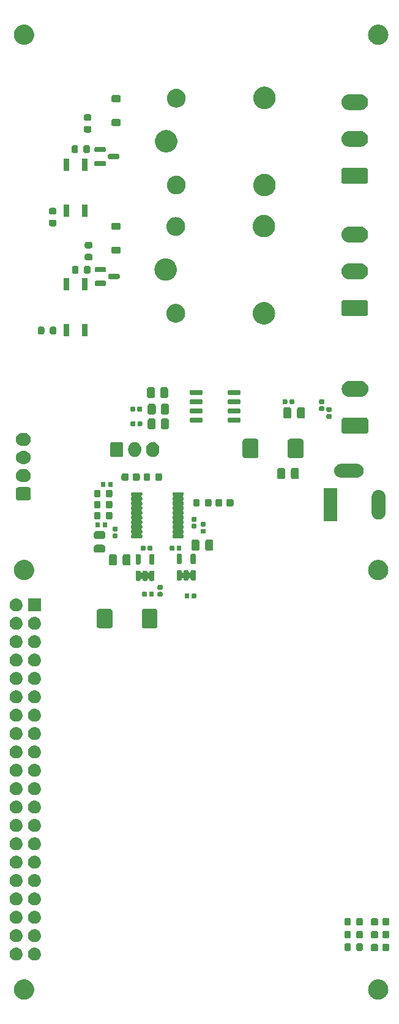
<source format=gbr>
%TF.GenerationSoftware,KiCad,Pcbnew,8.0.6*%
%TF.CreationDate,2024-12-05T11:31:46+01:00*%
%TF.ProjectId,BANBEL,42414e42-454c-42e6-9b69-6361645f7063,1.01*%
%TF.SameCoordinates,Original*%
%TF.FileFunction,Soldermask,Top*%
%TF.FilePolarity,Negative*%
%FSLAX46Y46*%
G04 Gerber Fmt 4.6, Leading zero omitted, Abs format (unit mm)*
G04 Created by KiCad (PCBNEW 8.0.6) date 2024-12-05 11:31:46*
%MOMM*%
%LPD*%
G01*
G04 APERTURE LIST*
G04 APERTURE END LIST*
G36*
X66823892Y-153007985D02*
G01*
X66883694Y-153007985D01*
X66937079Y-153016893D01*
X66987109Y-153020831D01*
X67047361Y-153035296D01*
X67111925Y-153046070D01*
X67157712Y-153061789D01*
X67200811Y-153072136D01*
X67263549Y-153098123D01*
X67330775Y-153121202D01*
X67368323Y-153141522D01*
X67403865Y-153156244D01*
X67466860Y-153194847D01*
X67534274Y-153231330D01*
X67563445Y-153254035D01*
X67591257Y-153271078D01*
X67652028Y-153322981D01*
X67716871Y-153373451D01*
X67738025Y-153396430D01*
X67758382Y-153413817D01*
X67814280Y-153479265D01*
X67873586Y-153543688D01*
X67887524Y-153565023D01*
X67901121Y-153580942D01*
X67949438Y-153659788D01*
X68000143Y-153737398D01*
X68008065Y-153755459D01*
X68015955Y-153768334D01*
X68053979Y-153860133D01*
X68093090Y-153949296D01*
X68096515Y-153962824D01*
X68100063Y-153971388D01*
X68125219Y-154076174D01*
X68149892Y-154173603D01*
X68150567Y-154181756D01*
X68151368Y-154185090D01*
X68161288Y-154311135D01*
X68169000Y-154404200D01*
X68161287Y-154497272D01*
X68151368Y-154623309D01*
X68150567Y-154626642D01*
X68149892Y-154634797D01*
X68125215Y-154732243D01*
X68100063Y-154837011D01*
X68096516Y-154845572D01*
X68093090Y-154859104D01*
X68053972Y-154948283D01*
X68015955Y-155040065D01*
X68008067Y-155052936D01*
X68000143Y-155071002D01*
X67949428Y-155148626D01*
X67901121Y-155227457D01*
X67887527Y-155243372D01*
X67873586Y-155264712D01*
X67814268Y-155329147D01*
X67758382Y-155394582D01*
X67738029Y-155411964D01*
X67716871Y-155434949D01*
X67652015Y-155485428D01*
X67591257Y-155537321D01*
X67563451Y-155554360D01*
X67534274Y-155577070D01*
X67466846Y-155613559D01*
X67403865Y-155652155D01*
X67368331Y-155666873D01*
X67330775Y-155687198D01*
X67263535Y-155710281D01*
X67200811Y-155736263D01*
X67157722Y-155746607D01*
X67111925Y-155762330D01*
X67047347Y-155773106D01*
X66987109Y-155787568D01*
X66937090Y-155791504D01*
X66883694Y-155800415D01*
X66823879Y-155800415D01*
X66768000Y-155804813D01*
X66712120Y-155800415D01*
X66652306Y-155800415D01*
X66598910Y-155791504D01*
X66548890Y-155787568D01*
X66488648Y-155773105D01*
X66424075Y-155762330D01*
X66378280Y-155746608D01*
X66335188Y-155736263D01*
X66272458Y-155710279D01*
X66205225Y-155687198D01*
X66167672Y-155666875D01*
X66132134Y-155652155D01*
X66069145Y-155613555D01*
X66001726Y-155577070D01*
X65972552Y-155554363D01*
X65944742Y-155537321D01*
X65883973Y-155485419D01*
X65819129Y-155434949D01*
X65797973Y-155411968D01*
X65777617Y-155394582D01*
X65721717Y-155329132D01*
X65662414Y-155264712D01*
X65648475Y-155243377D01*
X65634878Y-155227457D01*
X65586555Y-155148601D01*
X65535857Y-155071002D01*
X65527935Y-155052942D01*
X65520044Y-155040065D01*
X65482009Y-154948242D01*
X65442910Y-154859104D01*
X65439485Y-154845579D01*
X65435936Y-154837011D01*
X65410765Y-154732167D01*
X65386108Y-154634797D01*
X65385432Y-154626648D01*
X65384631Y-154623309D01*
X65374692Y-154497031D01*
X65367000Y-154404200D01*
X65374691Y-154311376D01*
X65384631Y-154185090D01*
X65385432Y-154181749D01*
X65386108Y-154173603D01*
X65410760Y-154076250D01*
X65435936Y-153971388D01*
X65439485Y-153962818D01*
X65442910Y-153949296D01*
X65482002Y-153860173D01*
X65520044Y-153768334D01*
X65527936Y-153755453D01*
X65535857Y-153737398D01*
X65586545Y-153659813D01*
X65634878Y-153580942D01*
X65648478Y-153565018D01*
X65662414Y-153543688D01*
X65721705Y-153479280D01*
X65777617Y-153413817D01*
X65797978Y-153396426D01*
X65819129Y-153373451D01*
X65883960Y-153322990D01*
X65944742Y-153271078D01*
X65972558Y-153254032D01*
X66001726Y-153231330D01*
X66069131Y-153194852D01*
X66132134Y-153156244D01*
X66167679Y-153141520D01*
X66205225Y-153121202D01*
X66272444Y-153098125D01*
X66335188Y-153072136D01*
X66378289Y-153061788D01*
X66424075Y-153046070D01*
X66488635Y-153035296D01*
X66548890Y-153020831D01*
X66598921Y-153016893D01*
X66652306Y-153007985D01*
X66712108Y-153007985D01*
X66768000Y-153003586D01*
X66823892Y-153007985D01*
G37*
G36*
X115823892Y-153007985D02*
G01*
X115883694Y-153007985D01*
X115937079Y-153016893D01*
X115987109Y-153020831D01*
X116047361Y-153035296D01*
X116111925Y-153046070D01*
X116157712Y-153061789D01*
X116200811Y-153072136D01*
X116263549Y-153098123D01*
X116330775Y-153121202D01*
X116368323Y-153141522D01*
X116403865Y-153156244D01*
X116466860Y-153194847D01*
X116534274Y-153231330D01*
X116563445Y-153254035D01*
X116591257Y-153271078D01*
X116652028Y-153322981D01*
X116716871Y-153373451D01*
X116738025Y-153396430D01*
X116758382Y-153413817D01*
X116814280Y-153479265D01*
X116873586Y-153543688D01*
X116887524Y-153565023D01*
X116901121Y-153580942D01*
X116949438Y-153659788D01*
X117000143Y-153737398D01*
X117008065Y-153755459D01*
X117015955Y-153768334D01*
X117053979Y-153860133D01*
X117093090Y-153949296D01*
X117096515Y-153962824D01*
X117100063Y-153971388D01*
X117125219Y-154076174D01*
X117149892Y-154173603D01*
X117150567Y-154181756D01*
X117151368Y-154185090D01*
X117161288Y-154311135D01*
X117169000Y-154404200D01*
X117161287Y-154497272D01*
X117151368Y-154623309D01*
X117150567Y-154626642D01*
X117149892Y-154634797D01*
X117125215Y-154732243D01*
X117100063Y-154837011D01*
X117096516Y-154845572D01*
X117093090Y-154859104D01*
X117053972Y-154948283D01*
X117015955Y-155040065D01*
X117008067Y-155052936D01*
X117000143Y-155071002D01*
X116949428Y-155148626D01*
X116901121Y-155227457D01*
X116887527Y-155243372D01*
X116873586Y-155264712D01*
X116814268Y-155329147D01*
X116758382Y-155394582D01*
X116738029Y-155411964D01*
X116716871Y-155434949D01*
X116652015Y-155485428D01*
X116591257Y-155537321D01*
X116563451Y-155554360D01*
X116534274Y-155577070D01*
X116466846Y-155613559D01*
X116403865Y-155652155D01*
X116368331Y-155666873D01*
X116330775Y-155687198D01*
X116263535Y-155710281D01*
X116200811Y-155736263D01*
X116157722Y-155746607D01*
X116111925Y-155762330D01*
X116047347Y-155773106D01*
X115987109Y-155787568D01*
X115937090Y-155791504D01*
X115883694Y-155800415D01*
X115823879Y-155800415D01*
X115768000Y-155804813D01*
X115712120Y-155800415D01*
X115652306Y-155800415D01*
X115598910Y-155791504D01*
X115548890Y-155787568D01*
X115488648Y-155773105D01*
X115424075Y-155762330D01*
X115378280Y-155746608D01*
X115335188Y-155736263D01*
X115272458Y-155710279D01*
X115205225Y-155687198D01*
X115167672Y-155666875D01*
X115132134Y-155652155D01*
X115069145Y-155613555D01*
X115001726Y-155577070D01*
X114972552Y-155554363D01*
X114944742Y-155537321D01*
X114883973Y-155485419D01*
X114819129Y-155434949D01*
X114797973Y-155411968D01*
X114777617Y-155394582D01*
X114721717Y-155329132D01*
X114662414Y-155264712D01*
X114648475Y-155243377D01*
X114634878Y-155227457D01*
X114586555Y-155148601D01*
X114535857Y-155071002D01*
X114527935Y-155052942D01*
X114520044Y-155040065D01*
X114482009Y-154948242D01*
X114442910Y-154859104D01*
X114439485Y-154845579D01*
X114435936Y-154837011D01*
X114410765Y-154732167D01*
X114386108Y-154634797D01*
X114385432Y-154626648D01*
X114384631Y-154623309D01*
X114374692Y-154497031D01*
X114367000Y-154404200D01*
X114374691Y-154311376D01*
X114384631Y-154185090D01*
X114385432Y-154181749D01*
X114386108Y-154173603D01*
X114410760Y-154076250D01*
X114435936Y-153971388D01*
X114439485Y-153962818D01*
X114442910Y-153949296D01*
X114482002Y-153860173D01*
X114520044Y-153768334D01*
X114527936Y-153755453D01*
X114535857Y-153737398D01*
X114586545Y-153659813D01*
X114634878Y-153580942D01*
X114648478Y-153565018D01*
X114662414Y-153543688D01*
X114721705Y-153479280D01*
X114777617Y-153413817D01*
X114797978Y-153396426D01*
X114819129Y-153373451D01*
X114883960Y-153322990D01*
X114944742Y-153271078D01*
X114972558Y-153254032D01*
X115001726Y-153231330D01*
X115069131Y-153194852D01*
X115132134Y-153156244D01*
X115167679Y-153141520D01*
X115205225Y-153121202D01*
X115272444Y-153098125D01*
X115335188Y-153072136D01*
X115378289Y-153061788D01*
X115424075Y-153046070D01*
X115488635Y-153035296D01*
X115548890Y-153020831D01*
X115598921Y-153016893D01*
X115652306Y-153007985D01*
X115712108Y-153007985D01*
X115768000Y-153003586D01*
X115823892Y-153007985D01*
G37*
G36*
X65706983Y-148603136D02*
G01*
X65757180Y-148603136D01*
X65800524Y-148612349D01*
X65838659Y-148616105D01*
X65886566Y-148630637D01*
X65941424Y-148642298D01*
X65976530Y-148657928D01*
X66007566Y-148667343D01*
X66056884Y-148693704D01*
X66113500Y-148718911D01*
X66139822Y-148738035D01*
X66163232Y-148750548D01*
X66210988Y-148789740D01*
X66265887Y-148829627D01*
X66283711Y-148849423D01*
X66299675Y-148862524D01*
X66342572Y-148914794D01*
X66391924Y-148969605D01*
X66402292Y-148987563D01*
X66411651Y-148998967D01*
X66446273Y-149063742D01*
X66486104Y-149132730D01*
X66490685Y-149146830D01*
X66494856Y-149154633D01*
X66517852Y-149230442D01*
X66544311Y-149311872D01*
X66545242Y-149320732D01*
X66546094Y-149323540D01*
X66554384Y-149407713D01*
X66564000Y-149499200D01*
X66554383Y-149590694D01*
X66546094Y-149674859D01*
X66545242Y-149677666D01*
X66544311Y-149686528D01*
X66517848Y-149767971D01*
X66494856Y-149843766D01*
X66490686Y-149851566D01*
X66486104Y-149865670D01*
X66446266Y-149934670D01*
X66411651Y-149999432D01*
X66402294Y-150010833D01*
X66391924Y-150028795D01*
X66342563Y-150083615D01*
X66299675Y-150135875D01*
X66283714Y-150148973D01*
X66265887Y-150168773D01*
X66210977Y-150208667D01*
X66163232Y-150247851D01*
X66139827Y-150260361D01*
X66113500Y-150279489D01*
X66056873Y-150304700D01*
X66007566Y-150331056D01*
X65976537Y-150340468D01*
X65941424Y-150356102D01*
X65886555Y-150367764D01*
X65838659Y-150382294D01*
X65800532Y-150386049D01*
X65757180Y-150395264D01*
X65706973Y-150395264D01*
X65663000Y-150399595D01*
X65619027Y-150395264D01*
X65568820Y-150395264D01*
X65525467Y-150386049D01*
X65487340Y-150382294D01*
X65439441Y-150367763D01*
X65384576Y-150356102D01*
X65349464Y-150340469D01*
X65318433Y-150331056D01*
X65269120Y-150304698D01*
X65212500Y-150279489D01*
X65186175Y-150260363D01*
X65162767Y-150247851D01*
X65115013Y-150208660D01*
X65060113Y-150168773D01*
X65042287Y-150148976D01*
X65026324Y-150135875D01*
X64983425Y-150083602D01*
X64934076Y-150028795D01*
X64923708Y-150010837D01*
X64914348Y-149999432D01*
X64879719Y-149934647D01*
X64839896Y-149865670D01*
X64835315Y-149851571D01*
X64831143Y-149843766D01*
X64808136Y-149767925D01*
X64781689Y-149686528D01*
X64780758Y-149677671D01*
X64779905Y-149674859D01*
X64771600Y-149590542D01*
X64762000Y-149499200D01*
X64771599Y-149407864D01*
X64779905Y-149323540D01*
X64780758Y-149320727D01*
X64781689Y-149311872D01*
X64808132Y-149230488D01*
X64831143Y-149154633D01*
X64835315Y-149146826D01*
X64839896Y-149132730D01*
X64879712Y-149063765D01*
X64914348Y-148998967D01*
X64923710Y-148987559D01*
X64934076Y-148969605D01*
X64983416Y-148914807D01*
X65026324Y-148862524D01*
X65042291Y-148849419D01*
X65060113Y-148829627D01*
X65115002Y-148789746D01*
X65162767Y-148750548D01*
X65186180Y-148738033D01*
X65212500Y-148718911D01*
X65269109Y-148693706D01*
X65318433Y-148667343D01*
X65349471Y-148657927D01*
X65384576Y-148642298D01*
X65439430Y-148630638D01*
X65487340Y-148616105D01*
X65525476Y-148612348D01*
X65568820Y-148603136D01*
X65619016Y-148603136D01*
X65663000Y-148598804D01*
X65706983Y-148603136D01*
G37*
G36*
X68246983Y-148603136D02*
G01*
X68297180Y-148603136D01*
X68340524Y-148612349D01*
X68378659Y-148616105D01*
X68426566Y-148630637D01*
X68481424Y-148642298D01*
X68516530Y-148657928D01*
X68547566Y-148667343D01*
X68596884Y-148693704D01*
X68653500Y-148718911D01*
X68679822Y-148738035D01*
X68703232Y-148750548D01*
X68750988Y-148789740D01*
X68805887Y-148829627D01*
X68823711Y-148849423D01*
X68839675Y-148862524D01*
X68882572Y-148914794D01*
X68931924Y-148969605D01*
X68942292Y-148987563D01*
X68951651Y-148998967D01*
X68986273Y-149063742D01*
X69026104Y-149132730D01*
X69030685Y-149146830D01*
X69034856Y-149154633D01*
X69057852Y-149230442D01*
X69084311Y-149311872D01*
X69085242Y-149320732D01*
X69086094Y-149323540D01*
X69094384Y-149407713D01*
X69104000Y-149499200D01*
X69094383Y-149590694D01*
X69086094Y-149674859D01*
X69085242Y-149677666D01*
X69084311Y-149686528D01*
X69057848Y-149767971D01*
X69034856Y-149843766D01*
X69030686Y-149851566D01*
X69026104Y-149865670D01*
X68986266Y-149934670D01*
X68951651Y-149999432D01*
X68942294Y-150010833D01*
X68931924Y-150028795D01*
X68882563Y-150083615D01*
X68839675Y-150135875D01*
X68823714Y-150148973D01*
X68805887Y-150168773D01*
X68750977Y-150208667D01*
X68703232Y-150247851D01*
X68679827Y-150260361D01*
X68653500Y-150279489D01*
X68596873Y-150304700D01*
X68547566Y-150331056D01*
X68516537Y-150340468D01*
X68481424Y-150356102D01*
X68426555Y-150367764D01*
X68378659Y-150382294D01*
X68340532Y-150386049D01*
X68297180Y-150395264D01*
X68246973Y-150395264D01*
X68203000Y-150399595D01*
X68159027Y-150395264D01*
X68108820Y-150395264D01*
X68065467Y-150386049D01*
X68027340Y-150382294D01*
X67979441Y-150367763D01*
X67924576Y-150356102D01*
X67889464Y-150340469D01*
X67858433Y-150331056D01*
X67809120Y-150304698D01*
X67752500Y-150279489D01*
X67726175Y-150260363D01*
X67702767Y-150247851D01*
X67655013Y-150208660D01*
X67600113Y-150168773D01*
X67582287Y-150148976D01*
X67566324Y-150135875D01*
X67523425Y-150083602D01*
X67474076Y-150028795D01*
X67463708Y-150010837D01*
X67454348Y-149999432D01*
X67419719Y-149934647D01*
X67379896Y-149865670D01*
X67375315Y-149851571D01*
X67371143Y-149843766D01*
X67348136Y-149767925D01*
X67321689Y-149686528D01*
X67320758Y-149677671D01*
X67319905Y-149674859D01*
X67311600Y-149590542D01*
X67302000Y-149499200D01*
X67311599Y-149407864D01*
X67319905Y-149323540D01*
X67320758Y-149320727D01*
X67321689Y-149311872D01*
X67348132Y-149230488D01*
X67371143Y-149154633D01*
X67375315Y-149146826D01*
X67379896Y-149132730D01*
X67419712Y-149063765D01*
X67454348Y-148998967D01*
X67463710Y-148987559D01*
X67474076Y-148969605D01*
X67523416Y-148914807D01*
X67566324Y-148862524D01*
X67582291Y-148849419D01*
X67600113Y-148829627D01*
X67655002Y-148789746D01*
X67702767Y-148750548D01*
X67726180Y-148738033D01*
X67752500Y-148718911D01*
X67809109Y-148693706D01*
X67858433Y-148667343D01*
X67889471Y-148657927D01*
X67924576Y-148642298D01*
X67979430Y-148630638D01*
X68027340Y-148616105D01*
X68065476Y-148612348D01*
X68108820Y-148603136D01*
X68159016Y-148603136D01*
X68203000Y-148598804D01*
X68246983Y-148603136D01*
G37*
G36*
X115522194Y-148071646D02*
G01*
X115566626Y-148078684D01*
X115572423Y-148081637D01*
X115586979Y-148084533D01*
X115615473Y-148103572D01*
X115641387Y-148116776D01*
X115653778Y-148129167D01*
X115674492Y-148143008D01*
X115688332Y-148163721D01*
X115700723Y-148176112D01*
X115713925Y-148202023D01*
X115732967Y-148230521D01*
X115735862Y-148245078D01*
X115738815Y-148250873D01*
X115745849Y-148295284D01*
X115753500Y-148333750D01*
X115753500Y-148846250D01*
X115745848Y-148884718D01*
X115738815Y-148929126D01*
X115735862Y-148934919D01*
X115732967Y-148949479D01*
X115713923Y-148977979D01*
X115700723Y-149003887D01*
X115688334Y-149016275D01*
X115674492Y-149036992D01*
X115653775Y-149050834D01*
X115641387Y-149063223D01*
X115615479Y-149076423D01*
X115586979Y-149095467D01*
X115572419Y-149098362D01*
X115566626Y-149101315D01*
X115522218Y-149108348D01*
X115483750Y-149116000D01*
X115046250Y-149116000D01*
X115007784Y-149108349D01*
X114963373Y-149101315D01*
X114957578Y-149098362D01*
X114943021Y-149095467D01*
X114914523Y-149076425D01*
X114888612Y-149063223D01*
X114876221Y-149050832D01*
X114855508Y-149036992D01*
X114841667Y-149016278D01*
X114829276Y-149003887D01*
X114816072Y-148977973D01*
X114797033Y-148949479D01*
X114794137Y-148934923D01*
X114791184Y-148929126D01*
X114784146Y-148884694D01*
X114776500Y-148846250D01*
X114776500Y-148333750D01*
X114784146Y-148295309D01*
X114791184Y-148250873D01*
X114794138Y-148245075D01*
X114797033Y-148230521D01*
X114816070Y-148202029D01*
X114829276Y-148176112D01*
X114841669Y-148163718D01*
X114855508Y-148143008D01*
X114876218Y-148129169D01*
X114888612Y-148116776D01*
X114914529Y-148103570D01*
X114943021Y-148084533D01*
X114957575Y-148081638D01*
X114963373Y-148078684D01*
X115007809Y-148071646D01*
X115046250Y-148064000D01*
X115483750Y-148064000D01*
X115522194Y-148071646D01*
G37*
G36*
X117097194Y-148071646D02*
G01*
X117141626Y-148078684D01*
X117147423Y-148081637D01*
X117161979Y-148084533D01*
X117190473Y-148103572D01*
X117216387Y-148116776D01*
X117228778Y-148129167D01*
X117249492Y-148143008D01*
X117263332Y-148163721D01*
X117275723Y-148176112D01*
X117288925Y-148202023D01*
X117307967Y-148230521D01*
X117310862Y-148245078D01*
X117313815Y-148250873D01*
X117320849Y-148295284D01*
X117328500Y-148333750D01*
X117328500Y-148846250D01*
X117320848Y-148884718D01*
X117313815Y-148929126D01*
X117310862Y-148934919D01*
X117307967Y-148949479D01*
X117288923Y-148977979D01*
X117275723Y-149003887D01*
X117263334Y-149016275D01*
X117249492Y-149036992D01*
X117228775Y-149050834D01*
X117216387Y-149063223D01*
X117190479Y-149076423D01*
X117161979Y-149095467D01*
X117147419Y-149098362D01*
X117141626Y-149101315D01*
X117097218Y-149108348D01*
X117058750Y-149116000D01*
X116621250Y-149116000D01*
X116582784Y-149108349D01*
X116538373Y-149101315D01*
X116532578Y-149098362D01*
X116518021Y-149095467D01*
X116489523Y-149076425D01*
X116463612Y-149063223D01*
X116451221Y-149050832D01*
X116430508Y-149036992D01*
X116416667Y-149016278D01*
X116404276Y-149003887D01*
X116391072Y-148977973D01*
X116372033Y-148949479D01*
X116369137Y-148934923D01*
X116366184Y-148929126D01*
X116359146Y-148884694D01*
X116351500Y-148846250D01*
X116351500Y-148333750D01*
X116359146Y-148295309D01*
X116366184Y-148250873D01*
X116369138Y-148245075D01*
X116372033Y-148230521D01*
X116391070Y-148202029D01*
X116404276Y-148176112D01*
X116416669Y-148163718D01*
X116430508Y-148143008D01*
X116451218Y-148129169D01*
X116463612Y-148116776D01*
X116489529Y-148103570D01*
X116518021Y-148084533D01*
X116532575Y-148081638D01*
X116538373Y-148078684D01*
X116582809Y-148071646D01*
X116621250Y-148064000D01*
X117058750Y-148064000D01*
X117097194Y-148071646D01*
G37*
G36*
X111769393Y-148018131D02*
G01*
X111814533Y-148024708D01*
X111822817Y-148028758D01*
X111840654Y-148032306D01*
X111869497Y-148051578D01*
X111889444Y-148061330D01*
X111900222Y-148072108D01*
X111922084Y-148086716D01*
X111936691Y-148108577D01*
X111947469Y-148119355D01*
X111957219Y-148139299D01*
X111976494Y-148168146D01*
X111980042Y-148185983D01*
X111984091Y-148194266D01*
X111990665Y-148239390D01*
X111995600Y-148264200D01*
X111995600Y-148814200D01*
X111990664Y-148839012D01*
X111984091Y-148884133D01*
X111980042Y-148892414D01*
X111976494Y-148910254D01*
X111957217Y-148939103D01*
X111947469Y-148959044D01*
X111936693Y-148969819D01*
X111922084Y-148991684D01*
X111900219Y-149006293D01*
X111889444Y-149017069D01*
X111869503Y-149026817D01*
X111840654Y-149046094D01*
X111822814Y-149049642D01*
X111814533Y-149053691D01*
X111769412Y-149060264D01*
X111744600Y-149065200D01*
X111344600Y-149065200D01*
X111319790Y-149060265D01*
X111274666Y-149053691D01*
X111266383Y-149049642D01*
X111248546Y-149046094D01*
X111219699Y-149026819D01*
X111199755Y-149017069D01*
X111188977Y-149006291D01*
X111167116Y-148991684D01*
X111152508Y-148969822D01*
X111141730Y-148959044D01*
X111131978Y-148939097D01*
X111112706Y-148910254D01*
X111109158Y-148892417D01*
X111105108Y-148884133D01*
X111098531Y-148838993D01*
X111093600Y-148814200D01*
X111093600Y-148264200D01*
X111098531Y-148239409D01*
X111105108Y-148194266D01*
X111109158Y-148185980D01*
X111112706Y-148168146D01*
X111131976Y-148139305D01*
X111141730Y-148119355D01*
X111152510Y-148108574D01*
X111167116Y-148086716D01*
X111188974Y-148072110D01*
X111199755Y-148061330D01*
X111219705Y-148051576D01*
X111248546Y-148032306D01*
X111266380Y-148028758D01*
X111274666Y-148024708D01*
X111319809Y-148018131D01*
X111344600Y-148013200D01*
X111744600Y-148013200D01*
X111769393Y-148018131D01*
G37*
G36*
X113419393Y-148018131D02*
G01*
X113464533Y-148024708D01*
X113472817Y-148028758D01*
X113490654Y-148032306D01*
X113519497Y-148051578D01*
X113539444Y-148061330D01*
X113550222Y-148072108D01*
X113572084Y-148086716D01*
X113586691Y-148108577D01*
X113597469Y-148119355D01*
X113607219Y-148139299D01*
X113626494Y-148168146D01*
X113630042Y-148185983D01*
X113634091Y-148194266D01*
X113640665Y-148239390D01*
X113645600Y-148264200D01*
X113645600Y-148814200D01*
X113640664Y-148839012D01*
X113634091Y-148884133D01*
X113630042Y-148892414D01*
X113626494Y-148910254D01*
X113607217Y-148939103D01*
X113597469Y-148959044D01*
X113586693Y-148969819D01*
X113572084Y-148991684D01*
X113550219Y-149006293D01*
X113539444Y-149017069D01*
X113519503Y-149026817D01*
X113490654Y-149046094D01*
X113472814Y-149049642D01*
X113464533Y-149053691D01*
X113419412Y-149060264D01*
X113394600Y-149065200D01*
X112994600Y-149065200D01*
X112969790Y-149060265D01*
X112924666Y-149053691D01*
X112916383Y-149049642D01*
X112898546Y-149046094D01*
X112869699Y-149026819D01*
X112849755Y-149017069D01*
X112838977Y-149006291D01*
X112817116Y-148991684D01*
X112802508Y-148969822D01*
X112791730Y-148959044D01*
X112781978Y-148939097D01*
X112762706Y-148910254D01*
X112759158Y-148892417D01*
X112755108Y-148884133D01*
X112748531Y-148838993D01*
X112743600Y-148814200D01*
X112743600Y-148264200D01*
X112748531Y-148239409D01*
X112755108Y-148194266D01*
X112759158Y-148185980D01*
X112762706Y-148168146D01*
X112781976Y-148139305D01*
X112791730Y-148119355D01*
X112802510Y-148108574D01*
X112817116Y-148086716D01*
X112838974Y-148072110D01*
X112849755Y-148061330D01*
X112869705Y-148051576D01*
X112898546Y-148032306D01*
X112916380Y-148028758D01*
X112924666Y-148024708D01*
X112969809Y-148018131D01*
X112994600Y-148013200D01*
X113394600Y-148013200D01*
X113419393Y-148018131D01*
G37*
G36*
X65706983Y-146063136D02*
G01*
X65757180Y-146063136D01*
X65800524Y-146072349D01*
X65838659Y-146076105D01*
X65886566Y-146090637D01*
X65941424Y-146102298D01*
X65976530Y-146117928D01*
X66007566Y-146127343D01*
X66056884Y-146153704D01*
X66113500Y-146178911D01*
X66139822Y-146198035D01*
X66163232Y-146210548D01*
X66210988Y-146249740D01*
X66265887Y-146289627D01*
X66283711Y-146309423D01*
X66299675Y-146322524D01*
X66342572Y-146374794D01*
X66391924Y-146429605D01*
X66402292Y-146447563D01*
X66411651Y-146458967D01*
X66446273Y-146523742D01*
X66486104Y-146592730D01*
X66490685Y-146606830D01*
X66494856Y-146614633D01*
X66517852Y-146690442D01*
X66544311Y-146771872D01*
X66545242Y-146780732D01*
X66546094Y-146783540D01*
X66554384Y-146867713D01*
X66564000Y-146959200D01*
X66554383Y-147050694D01*
X66546094Y-147134859D01*
X66545242Y-147137666D01*
X66544311Y-147146528D01*
X66517848Y-147227971D01*
X66494856Y-147303766D01*
X66490686Y-147311566D01*
X66486104Y-147325670D01*
X66446266Y-147394670D01*
X66411651Y-147459432D01*
X66402294Y-147470833D01*
X66391924Y-147488795D01*
X66342563Y-147543615D01*
X66299675Y-147595875D01*
X66283714Y-147608973D01*
X66265887Y-147628773D01*
X66210977Y-147668667D01*
X66163232Y-147707851D01*
X66139827Y-147720361D01*
X66113500Y-147739489D01*
X66056873Y-147764700D01*
X66007566Y-147791056D01*
X65976537Y-147800468D01*
X65941424Y-147816102D01*
X65886555Y-147827764D01*
X65838659Y-147842294D01*
X65800532Y-147846049D01*
X65757180Y-147855264D01*
X65706973Y-147855264D01*
X65663000Y-147859595D01*
X65619027Y-147855264D01*
X65568820Y-147855264D01*
X65525467Y-147846049D01*
X65487340Y-147842294D01*
X65439441Y-147827763D01*
X65384576Y-147816102D01*
X65349464Y-147800469D01*
X65318433Y-147791056D01*
X65269120Y-147764698D01*
X65212500Y-147739489D01*
X65186175Y-147720363D01*
X65162767Y-147707851D01*
X65115013Y-147668660D01*
X65060113Y-147628773D01*
X65042287Y-147608976D01*
X65026324Y-147595875D01*
X64983425Y-147543602D01*
X64934076Y-147488795D01*
X64923708Y-147470837D01*
X64914348Y-147459432D01*
X64879719Y-147394647D01*
X64839896Y-147325670D01*
X64835315Y-147311571D01*
X64831143Y-147303766D01*
X64808136Y-147227925D01*
X64781689Y-147146528D01*
X64780758Y-147137671D01*
X64779905Y-147134859D01*
X64771600Y-147050542D01*
X64762000Y-146959200D01*
X64771599Y-146867864D01*
X64779905Y-146783540D01*
X64780758Y-146780727D01*
X64781689Y-146771872D01*
X64808132Y-146690488D01*
X64831143Y-146614633D01*
X64835315Y-146606826D01*
X64839896Y-146592730D01*
X64879712Y-146523765D01*
X64914348Y-146458967D01*
X64923710Y-146447559D01*
X64934076Y-146429605D01*
X64983416Y-146374807D01*
X65026324Y-146322524D01*
X65042291Y-146309419D01*
X65060113Y-146289627D01*
X65115002Y-146249746D01*
X65162767Y-146210548D01*
X65186180Y-146198033D01*
X65212500Y-146178911D01*
X65269109Y-146153706D01*
X65318433Y-146127343D01*
X65349471Y-146117927D01*
X65384576Y-146102298D01*
X65439430Y-146090638D01*
X65487340Y-146076105D01*
X65525476Y-146072348D01*
X65568820Y-146063136D01*
X65619016Y-146063136D01*
X65663000Y-146058804D01*
X65706983Y-146063136D01*
G37*
G36*
X68246983Y-146063136D02*
G01*
X68297180Y-146063136D01*
X68340524Y-146072349D01*
X68378659Y-146076105D01*
X68426566Y-146090637D01*
X68481424Y-146102298D01*
X68516530Y-146117928D01*
X68547566Y-146127343D01*
X68596884Y-146153704D01*
X68653500Y-146178911D01*
X68679822Y-146198035D01*
X68703232Y-146210548D01*
X68750988Y-146249740D01*
X68805887Y-146289627D01*
X68823711Y-146309423D01*
X68839675Y-146322524D01*
X68882572Y-146374794D01*
X68931924Y-146429605D01*
X68942292Y-146447563D01*
X68951651Y-146458967D01*
X68986273Y-146523742D01*
X69026104Y-146592730D01*
X69030685Y-146606830D01*
X69034856Y-146614633D01*
X69057852Y-146690442D01*
X69084311Y-146771872D01*
X69085242Y-146780732D01*
X69086094Y-146783540D01*
X69094384Y-146867713D01*
X69104000Y-146959200D01*
X69094383Y-147050694D01*
X69086094Y-147134859D01*
X69085242Y-147137666D01*
X69084311Y-147146528D01*
X69057848Y-147227971D01*
X69034856Y-147303766D01*
X69030686Y-147311566D01*
X69026104Y-147325670D01*
X68986266Y-147394670D01*
X68951651Y-147459432D01*
X68942294Y-147470833D01*
X68931924Y-147488795D01*
X68882563Y-147543615D01*
X68839675Y-147595875D01*
X68823714Y-147608973D01*
X68805887Y-147628773D01*
X68750977Y-147668667D01*
X68703232Y-147707851D01*
X68679827Y-147720361D01*
X68653500Y-147739489D01*
X68596873Y-147764700D01*
X68547566Y-147791056D01*
X68516537Y-147800468D01*
X68481424Y-147816102D01*
X68426555Y-147827764D01*
X68378659Y-147842294D01*
X68340532Y-147846049D01*
X68297180Y-147855264D01*
X68246973Y-147855264D01*
X68203000Y-147859595D01*
X68159027Y-147855264D01*
X68108820Y-147855264D01*
X68065467Y-147846049D01*
X68027340Y-147842294D01*
X67979441Y-147827763D01*
X67924576Y-147816102D01*
X67889464Y-147800469D01*
X67858433Y-147791056D01*
X67809120Y-147764698D01*
X67752500Y-147739489D01*
X67726175Y-147720363D01*
X67702767Y-147707851D01*
X67655013Y-147668660D01*
X67600113Y-147628773D01*
X67582287Y-147608976D01*
X67566324Y-147595875D01*
X67523425Y-147543602D01*
X67474076Y-147488795D01*
X67463708Y-147470837D01*
X67454348Y-147459432D01*
X67419719Y-147394647D01*
X67379896Y-147325670D01*
X67375315Y-147311571D01*
X67371143Y-147303766D01*
X67348136Y-147227925D01*
X67321689Y-147146528D01*
X67320758Y-147137671D01*
X67319905Y-147134859D01*
X67311600Y-147050542D01*
X67302000Y-146959200D01*
X67311599Y-146867864D01*
X67319905Y-146783540D01*
X67320758Y-146780727D01*
X67321689Y-146771872D01*
X67348132Y-146690488D01*
X67371143Y-146614633D01*
X67375315Y-146606826D01*
X67379896Y-146592730D01*
X67419712Y-146523765D01*
X67454348Y-146458967D01*
X67463710Y-146447559D01*
X67474076Y-146429605D01*
X67523416Y-146374807D01*
X67566324Y-146322524D01*
X67582291Y-146309419D01*
X67600113Y-146289627D01*
X67655002Y-146249746D01*
X67702767Y-146210548D01*
X67726180Y-146198033D01*
X67752500Y-146178911D01*
X67809109Y-146153706D01*
X67858433Y-146127343D01*
X67889471Y-146117927D01*
X67924576Y-146102298D01*
X67979430Y-146090638D01*
X68027340Y-146076105D01*
X68065476Y-146072348D01*
X68108820Y-146063136D01*
X68159016Y-146063136D01*
X68203000Y-146058804D01*
X68246983Y-146063136D01*
G37*
G36*
X111769393Y-146290931D02*
G01*
X111814533Y-146297508D01*
X111822817Y-146301558D01*
X111840654Y-146305106D01*
X111869497Y-146324378D01*
X111889444Y-146334130D01*
X111900222Y-146344908D01*
X111922084Y-146359516D01*
X111936691Y-146381377D01*
X111947469Y-146392155D01*
X111957219Y-146412099D01*
X111976494Y-146440946D01*
X111980042Y-146458783D01*
X111984091Y-146467066D01*
X111990665Y-146512190D01*
X111995600Y-146537000D01*
X111995600Y-147087000D01*
X111990664Y-147111812D01*
X111984091Y-147156933D01*
X111980042Y-147165214D01*
X111976494Y-147183054D01*
X111957217Y-147211903D01*
X111947469Y-147231844D01*
X111936693Y-147242619D01*
X111922084Y-147264484D01*
X111900219Y-147279093D01*
X111889444Y-147289869D01*
X111869503Y-147299617D01*
X111840654Y-147318894D01*
X111822814Y-147322442D01*
X111814533Y-147326491D01*
X111769412Y-147333064D01*
X111744600Y-147338000D01*
X111344600Y-147338000D01*
X111319790Y-147333065D01*
X111274666Y-147326491D01*
X111266383Y-147322442D01*
X111248546Y-147318894D01*
X111219699Y-147299619D01*
X111199755Y-147289869D01*
X111188977Y-147279091D01*
X111167116Y-147264484D01*
X111152508Y-147242622D01*
X111141730Y-147231844D01*
X111131978Y-147211897D01*
X111112706Y-147183054D01*
X111109158Y-147165217D01*
X111105108Y-147156933D01*
X111098531Y-147111793D01*
X111093600Y-147087000D01*
X111093600Y-146537000D01*
X111098531Y-146512209D01*
X111105108Y-146467066D01*
X111109158Y-146458780D01*
X111112706Y-146440946D01*
X111131976Y-146412105D01*
X111141730Y-146392155D01*
X111152510Y-146381374D01*
X111167116Y-146359516D01*
X111188974Y-146344910D01*
X111199755Y-146334130D01*
X111219705Y-146324376D01*
X111248546Y-146305106D01*
X111266380Y-146301558D01*
X111274666Y-146297508D01*
X111319809Y-146290931D01*
X111344600Y-146286000D01*
X111744600Y-146286000D01*
X111769393Y-146290931D01*
G37*
G36*
X113419393Y-146290931D02*
G01*
X113464533Y-146297508D01*
X113472817Y-146301558D01*
X113490654Y-146305106D01*
X113519497Y-146324378D01*
X113539444Y-146334130D01*
X113550222Y-146344908D01*
X113572084Y-146359516D01*
X113586691Y-146381377D01*
X113597469Y-146392155D01*
X113607219Y-146412099D01*
X113626494Y-146440946D01*
X113630042Y-146458783D01*
X113634091Y-146467066D01*
X113640665Y-146512190D01*
X113645600Y-146537000D01*
X113645600Y-147087000D01*
X113640664Y-147111812D01*
X113634091Y-147156933D01*
X113630042Y-147165214D01*
X113626494Y-147183054D01*
X113607217Y-147211903D01*
X113597469Y-147231844D01*
X113586693Y-147242619D01*
X113572084Y-147264484D01*
X113550219Y-147279093D01*
X113539444Y-147289869D01*
X113519503Y-147299617D01*
X113490654Y-147318894D01*
X113472814Y-147322442D01*
X113464533Y-147326491D01*
X113419412Y-147333064D01*
X113394600Y-147338000D01*
X112994600Y-147338000D01*
X112969790Y-147333065D01*
X112924666Y-147326491D01*
X112916383Y-147322442D01*
X112898546Y-147318894D01*
X112869699Y-147299619D01*
X112849755Y-147289869D01*
X112838977Y-147279091D01*
X112817116Y-147264484D01*
X112802508Y-147242622D01*
X112791730Y-147231844D01*
X112781978Y-147211897D01*
X112762706Y-147183054D01*
X112759158Y-147165217D01*
X112755108Y-147156933D01*
X112748531Y-147111793D01*
X112743600Y-147087000D01*
X112743600Y-146537000D01*
X112748531Y-146512209D01*
X112755108Y-146467066D01*
X112759158Y-146458780D01*
X112762706Y-146440946D01*
X112781976Y-146412105D01*
X112791730Y-146392155D01*
X112802510Y-146381374D01*
X112817116Y-146359516D01*
X112838974Y-146344910D01*
X112849755Y-146334130D01*
X112869705Y-146324376D01*
X112898546Y-146305106D01*
X112916380Y-146301558D01*
X112924666Y-146297508D01*
X112969809Y-146290931D01*
X112994600Y-146286000D01*
X113394600Y-146286000D01*
X113419393Y-146290931D01*
G37*
G36*
X115522194Y-146293646D02*
G01*
X115566626Y-146300684D01*
X115572423Y-146303637D01*
X115586979Y-146306533D01*
X115615473Y-146325572D01*
X115641387Y-146338776D01*
X115653778Y-146351167D01*
X115674492Y-146365008D01*
X115688332Y-146385721D01*
X115700723Y-146398112D01*
X115713925Y-146424023D01*
X115732967Y-146452521D01*
X115735862Y-146467078D01*
X115738815Y-146472873D01*
X115745849Y-146517284D01*
X115753500Y-146555750D01*
X115753500Y-147068250D01*
X115745848Y-147106718D01*
X115738815Y-147151126D01*
X115735862Y-147156919D01*
X115732967Y-147171479D01*
X115713923Y-147199979D01*
X115700723Y-147225887D01*
X115688334Y-147238275D01*
X115674492Y-147258992D01*
X115653775Y-147272834D01*
X115641387Y-147285223D01*
X115615479Y-147298423D01*
X115586979Y-147317467D01*
X115572419Y-147320362D01*
X115566626Y-147323315D01*
X115522218Y-147330348D01*
X115483750Y-147338000D01*
X115046250Y-147338000D01*
X115007784Y-147330349D01*
X114963373Y-147323315D01*
X114957578Y-147320362D01*
X114943021Y-147317467D01*
X114914523Y-147298425D01*
X114888612Y-147285223D01*
X114876221Y-147272832D01*
X114855508Y-147258992D01*
X114841667Y-147238278D01*
X114829276Y-147225887D01*
X114816072Y-147199973D01*
X114797033Y-147171479D01*
X114794137Y-147156923D01*
X114791184Y-147151126D01*
X114784146Y-147106694D01*
X114776500Y-147068250D01*
X114776500Y-146555750D01*
X114784146Y-146517309D01*
X114791184Y-146472873D01*
X114794138Y-146467075D01*
X114797033Y-146452521D01*
X114816070Y-146424029D01*
X114829276Y-146398112D01*
X114841669Y-146385718D01*
X114855508Y-146365008D01*
X114876218Y-146351169D01*
X114888612Y-146338776D01*
X114914529Y-146325570D01*
X114943021Y-146306533D01*
X114957575Y-146303638D01*
X114963373Y-146300684D01*
X115007809Y-146293646D01*
X115046250Y-146286000D01*
X115483750Y-146286000D01*
X115522194Y-146293646D01*
G37*
G36*
X117097194Y-146293646D02*
G01*
X117141626Y-146300684D01*
X117147423Y-146303637D01*
X117161979Y-146306533D01*
X117190473Y-146325572D01*
X117216387Y-146338776D01*
X117228778Y-146351167D01*
X117249492Y-146365008D01*
X117263332Y-146385721D01*
X117275723Y-146398112D01*
X117288925Y-146424023D01*
X117307967Y-146452521D01*
X117310862Y-146467078D01*
X117313815Y-146472873D01*
X117320849Y-146517284D01*
X117328500Y-146555750D01*
X117328500Y-147068250D01*
X117320848Y-147106718D01*
X117313815Y-147151126D01*
X117310862Y-147156919D01*
X117307967Y-147171479D01*
X117288923Y-147199979D01*
X117275723Y-147225887D01*
X117263334Y-147238275D01*
X117249492Y-147258992D01*
X117228775Y-147272834D01*
X117216387Y-147285223D01*
X117190479Y-147298423D01*
X117161979Y-147317467D01*
X117147419Y-147320362D01*
X117141626Y-147323315D01*
X117097218Y-147330348D01*
X117058750Y-147338000D01*
X116621250Y-147338000D01*
X116582784Y-147330349D01*
X116538373Y-147323315D01*
X116532578Y-147320362D01*
X116518021Y-147317467D01*
X116489523Y-147298425D01*
X116463612Y-147285223D01*
X116451221Y-147272832D01*
X116430508Y-147258992D01*
X116416667Y-147238278D01*
X116404276Y-147225887D01*
X116391072Y-147199973D01*
X116372033Y-147171479D01*
X116369137Y-147156923D01*
X116366184Y-147151126D01*
X116359146Y-147106694D01*
X116351500Y-147068250D01*
X116351500Y-146555750D01*
X116359146Y-146517309D01*
X116366184Y-146472873D01*
X116369138Y-146467075D01*
X116372033Y-146452521D01*
X116391070Y-146424029D01*
X116404276Y-146398112D01*
X116416669Y-146385718D01*
X116430508Y-146365008D01*
X116451218Y-146351169D01*
X116463612Y-146338776D01*
X116489529Y-146325570D01*
X116518021Y-146306533D01*
X116532575Y-146303638D01*
X116538373Y-146300684D01*
X116582809Y-146293646D01*
X116621250Y-146286000D01*
X117058750Y-146286000D01*
X117097194Y-146293646D01*
G37*
G36*
X111769393Y-144512931D02*
G01*
X111814533Y-144519508D01*
X111822817Y-144523558D01*
X111840654Y-144527106D01*
X111869497Y-144546378D01*
X111889444Y-144556130D01*
X111900222Y-144566908D01*
X111922084Y-144581516D01*
X111936691Y-144603377D01*
X111947469Y-144614155D01*
X111957219Y-144634099D01*
X111976494Y-144662946D01*
X111980042Y-144680783D01*
X111984091Y-144689066D01*
X111990665Y-144734190D01*
X111995600Y-144759000D01*
X111995600Y-145309000D01*
X111990664Y-145333812D01*
X111984091Y-145378933D01*
X111980042Y-145387214D01*
X111976494Y-145405054D01*
X111957217Y-145433903D01*
X111947469Y-145453844D01*
X111936693Y-145464619D01*
X111922084Y-145486484D01*
X111900219Y-145501093D01*
X111889444Y-145511869D01*
X111869503Y-145521617D01*
X111840654Y-145540894D01*
X111822814Y-145544442D01*
X111814533Y-145548491D01*
X111769412Y-145555064D01*
X111744600Y-145560000D01*
X111344600Y-145560000D01*
X111319790Y-145555065D01*
X111274666Y-145548491D01*
X111266383Y-145544442D01*
X111248546Y-145540894D01*
X111219699Y-145521619D01*
X111199755Y-145511869D01*
X111188977Y-145501091D01*
X111167116Y-145486484D01*
X111152508Y-145464622D01*
X111141730Y-145453844D01*
X111131978Y-145433897D01*
X111112706Y-145405054D01*
X111109158Y-145387217D01*
X111105108Y-145378933D01*
X111098531Y-145333793D01*
X111093600Y-145309000D01*
X111093600Y-144759000D01*
X111098531Y-144734209D01*
X111105108Y-144689066D01*
X111109158Y-144680780D01*
X111112706Y-144662946D01*
X111131976Y-144634105D01*
X111141730Y-144614155D01*
X111152510Y-144603374D01*
X111167116Y-144581516D01*
X111188974Y-144566910D01*
X111199755Y-144556130D01*
X111219705Y-144546376D01*
X111248546Y-144527106D01*
X111266380Y-144523558D01*
X111274666Y-144519508D01*
X111319809Y-144512931D01*
X111344600Y-144508000D01*
X111744600Y-144508000D01*
X111769393Y-144512931D01*
G37*
G36*
X113419393Y-144512931D02*
G01*
X113464533Y-144519508D01*
X113472817Y-144523558D01*
X113490654Y-144527106D01*
X113519497Y-144546378D01*
X113539444Y-144556130D01*
X113550222Y-144566908D01*
X113572084Y-144581516D01*
X113586691Y-144603377D01*
X113597469Y-144614155D01*
X113607219Y-144634099D01*
X113626494Y-144662946D01*
X113630042Y-144680783D01*
X113634091Y-144689066D01*
X113640665Y-144734190D01*
X113645600Y-144759000D01*
X113645600Y-145309000D01*
X113640664Y-145333812D01*
X113634091Y-145378933D01*
X113630042Y-145387214D01*
X113626494Y-145405054D01*
X113607217Y-145433903D01*
X113597469Y-145453844D01*
X113586693Y-145464619D01*
X113572084Y-145486484D01*
X113550219Y-145501093D01*
X113539444Y-145511869D01*
X113519503Y-145521617D01*
X113490654Y-145540894D01*
X113472814Y-145544442D01*
X113464533Y-145548491D01*
X113419412Y-145555064D01*
X113394600Y-145560000D01*
X112994600Y-145560000D01*
X112969790Y-145555065D01*
X112924666Y-145548491D01*
X112916383Y-145544442D01*
X112898546Y-145540894D01*
X112869699Y-145521619D01*
X112849755Y-145511869D01*
X112838977Y-145501091D01*
X112817116Y-145486484D01*
X112802508Y-145464622D01*
X112791730Y-145453844D01*
X112781978Y-145433897D01*
X112762706Y-145405054D01*
X112759158Y-145387217D01*
X112755108Y-145378933D01*
X112748531Y-145333793D01*
X112743600Y-145309000D01*
X112743600Y-144759000D01*
X112748531Y-144734209D01*
X112755108Y-144689066D01*
X112759158Y-144680780D01*
X112762706Y-144662946D01*
X112781976Y-144634105D01*
X112791730Y-144614155D01*
X112802510Y-144603374D01*
X112817116Y-144581516D01*
X112838974Y-144566910D01*
X112849755Y-144556130D01*
X112869705Y-144546376D01*
X112898546Y-144527106D01*
X112916380Y-144523558D01*
X112924666Y-144519508D01*
X112969809Y-144512931D01*
X112994600Y-144508000D01*
X113394600Y-144508000D01*
X113419393Y-144512931D01*
G37*
G36*
X115522194Y-144515646D02*
G01*
X115566626Y-144522684D01*
X115572423Y-144525637D01*
X115586979Y-144528533D01*
X115615473Y-144547572D01*
X115641387Y-144560776D01*
X115653778Y-144573167D01*
X115674492Y-144587008D01*
X115688332Y-144607721D01*
X115700723Y-144620112D01*
X115713925Y-144646023D01*
X115732967Y-144674521D01*
X115735862Y-144689078D01*
X115738815Y-144694873D01*
X115745849Y-144739284D01*
X115753500Y-144777750D01*
X115753500Y-145290250D01*
X115745848Y-145328718D01*
X115738815Y-145373126D01*
X115735862Y-145378919D01*
X115732967Y-145393479D01*
X115713923Y-145421979D01*
X115700723Y-145447887D01*
X115688334Y-145460275D01*
X115674492Y-145480992D01*
X115653775Y-145494834D01*
X115641387Y-145507223D01*
X115615479Y-145520423D01*
X115586979Y-145539467D01*
X115572419Y-145542362D01*
X115566626Y-145545315D01*
X115522218Y-145552348D01*
X115483750Y-145560000D01*
X115046250Y-145560000D01*
X115007784Y-145552349D01*
X114963373Y-145545315D01*
X114957578Y-145542362D01*
X114943021Y-145539467D01*
X114914523Y-145520425D01*
X114888612Y-145507223D01*
X114876221Y-145494832D01*
X114855508Y-145480992D01*
X114841667Y-145460278D01*
X114829276Y-145447887D01*
X114816072Y-145421973D01*
X114797033Y-145393479D01*
X114794137Y-145378923D01*
X114791184Y-145373126D01*
X114784146Y-145328694D01*
X114776500Y-145290250D01*
X114776500Y-144777750D01*
X114784146Y-144739309D01*
X114791184Y-144694873D01*
X114794138Y-144689075D01*
X114797033Y-144674521D01*
X114816070Y-144646029D01*
X114829276Y-144620112D01*
X114841669Y-144607718D01*
X114855508Y-144587008D01*
X114876218Y-144573169D01*
X114888612Y-144560776D01*
X114914529Y-144547570D01*
X114943021Y-144528533D01*
X114957575Y-144525638D01*
X114963373Y-144522684D01*
X115007809Y-144515646D01*
X115046250Y-144508000D01*
X115483750Y-144508000D01*
X115522194Y-144515646D01*
G37*
G36*
X117097194Y-144515646D02*
G01*
X117141626Y-144522684D01*
X117147423Y-144525637D01*
X117161979Y-144528533D01*
X117190473Y-144547572D01*
X117216387Y-144560776D01*
X117228778Y-144573167D01*
X117249492Y-144587008D01*
X117263332Y-144607721D01*
X117275723Y-144620112D01*
X117288925Y-144646023D01*
X117307967Y-144674521D01*
X117310862Y-144689078D01*
X117313815Y-144694873D01*
X117320849Y-144739284D01*
X117328500Y-144777750D01*
X117328500Y-145290250D01*
X117320848Y-145328718D01*
X117313815Y-145373126D01*
X117310862Y-145378919D01*
X117307967Y-145393479D01*
X117288923Y-145421979D01*
X117275723Y-145447887D01*
X117263334Y-145460275D01*
X117249492Y-145480992D01*
X117228775Y-145494834D01*
X117216387Y-145507223D01*
X117190479Y-145520423D01*
X117161979Y-145539467D01*
X117147419Y-145542362D01*
X117141626Y-145545315D01*
X117097218Y-145552348D01*
X117058750Y-145560000D01*
X116621250Y-145560000D01*
X116582784Y-145552349D01*
X116538373Y-145545315D01*
X116532578Y-145542362D01*
X116518021Y-145539467D01*
X116489523Y-145520425D01*
X116463612Y-145507223D01*
X116451221Y-145494832D01*
X116430508Y-145480992D01*
X116416667Y-145460278D01*
X116404276Y-145447887D01*
X116391072Y-145421973D01*
X116372033Y-145393479D01*
X116369137Y-145378923D01*
X116366184Y-145373126D01*
X116359146Y-145328694D01*
X116351500Y-145290250D01*
X116351500Y-144777750D01*
X116359146Y-144739309D01*
X116366184Y-144694873D01*
X116369138Y-144689075D01*
X116372033Y-144674521D01*
X116391070Y-144646029D01*
X116404276Y-144620112D01*
X116416669Y-144607718D01*
X116430508Y-144587008D01*
X116451218Y-144573169D01*
X116463612Y-144560776D01*
X116489529Y-144547570D01*
X116518021Y-144528533D01*
X116532575Y-144525638D01*
X116538373Y-144522684D01*
X116582809Y-144515646D01*
X116621250Y-144508000D01*
X117058750Y-144508000D01*
X117097194Y-144515646D01*
G37*
G36*
X65706983Y-143523136D02*
G01*
X65757180Y-143523136D01*
X65800524Y-143532349D01*
X65838659Y-143536105D01*
X65886566Y-143550637D01*
X65941424Y-143562298D01*
X65976530Y-143577928D01*
X66007566Y-143587343D01*
X66056884Y-143613704D01*
X66113500Y-143638911D01*
X66139822Y-143658035D01*
X66163232Y-143670548D01*
X66210988Y-143709740D01*
X66265887Y-143749627D01*
X66283711Y-143769423D01*
X66299675Y-143782524D01*
X66342572Y-143834794D01*
X66391924Y-143889605D01*
X66402292Y-143907563D01*
X66411651Y-143918967D01*
X66446273Y-143983742D01*
X66486104Y-144052730D01*
X66490685Y-144066830D01*
X66494856Y-144074633D01*
X66517852Y-144150442D01*
X66544311Y-144231872D01*
X66545242Y-144240732D01*
X66546094Y-144243540D01*
X66554384Y-144327713D01*
X66564000Y-144419200D01*
X66554383Y-144510694D01*
X66546094Y-144594859D01*
X66545242Y-144597666D01*
X66544311Y-144606528D01*
X66517848Y-144687971D01*
X66494856Y-144763766D01*
X66490686Y-144771566D01*
X66486104Y-144785670D01*
X66446266Y-144854670D01*
X66411651Y-144919432D01*
X66402294Y-144930833D01*
X66391924Y-144948795D01*
X66342563Y-145003615D01*
X66299675Y-145055875D01*
X66283714Y-145068973D01*
X66265887Y-145088773D01*
X66210977Y-145128667D01*
X66163232Y-145167851D01*
X66139827Y-145180361D01*
X66113500Y-145199489D01*
X66056873Y-145224700D01*
X66007566Y-145251056D01*
X65976537Y-145260468D01*
X65941424Y-145276102D01*
X65886555Y-145287764D01*
X65838659Y-145302294D01*
X65800532Y-145306049D01*
X65757180Y-145315264D01*
X65706973Y-145315264D01*
X65663000Y-145319595D01*
X65619027Y-145315264D01*
X65568820Y-145315264D01*
X65525467Y-145306049D01*
X65487340Y-145302294D01*
X65439441Y-145287763D01*
X65384576Y-145276102D01*
X65349464Y-145260469D01*
X65318433Y-145251056D01*
X65269120Y-145224698D01*
X65212500Y-145199489D01*
X65186175Y-145180363D01*
X65162767Y-145167851D01*
X65115013Y-145128660D01*
X65060113Y-145088773D01*
X65042287Y-145068976D01*
X65026324Y-145055875D01*
X64983425Y-145003602D01*
X64934076Y-144948795D01*
X64923708Y-144930837D01*
X64914348Y-144919432D01*
X64879719Y-144854647D01*
X64839896Y-144785670D01*
X64835315Y-144771571D01*
X64831143Y-144763766D01*
X64808136Y-144687925D01*
X64781689Y-144606528D01*
X64780758Y-144597671D01*
X64779905Y-144594859D01*
X64771600Y-144510542D01*
X64762000Y-144419200D01*
X64771599Y-144327864D01*
X64779905Y-144243540D01*
X64780758Y-144240727D01*
X64781689Y-144231872D01*
X64808132Y-144150488D01*
X64831143Y-144074633D01*
X64835315Y-144066826D01*
X64839896Y-144052730D01*
X64879712Y-143983765D01*
X64914348Y-143918967D01*
X64923710Y-143907559D01*
X64934076Y-143889605D01*
X64983416Y-143834807D01*
X65026324Y-143782524D01*
X65042291Y-143769419D01*
X65060113Y-143749627D01*
X65115002Y-143709746D01*
X65162767Y-143670548D01*
X65186180Y-143658033D01*
X65212500Y-143638911D01*
X65269109Y-143613706D01*
X65318433Y-143587343D01*
X65349471Y-143577927D01*
X65384576Y-143562298D01*
X65439430Y-143550638D01*
X65487340Y-143536105D01*
X65525476Y-143532348D01*
X65568820Y-143523136D01*
X65619016Y-143523136D01*
X65663000Y-143518804D01*
X65706983Y-143523136D01*
G37*
G36*
X68246983Y-143523136D02*
G01*
X68297180Y-143523136D01*
X68340524Y-143532349D01*
X68378659Y-143536105D01*
X68426566Y-143550637D01*
X68481424Y-143562298D01*
X68516530Y-143577928D01*
X68547566Y-143587343D01*
X68596884Y-143613704D01*
X68653500Y-143638911D01*
X68679822Y-143658035D01*
X68703232Y-143670548D01*
X68750988Y-143709740D01*
X68805887Y-143749627D01*
X68823711Y-143769423D01*
X68839675Y-143782524D01*
X68882572Y-143834794D01*
X68931924Y-143889605D01*
X68942292Y-143907563D01*
X68951651Y-143918967D01*
X68986273Y-143983742D01*
X69026104Y-144052730D01*
X69030685Y-144066830D01*
X69034856Y-144074633D01*
X69057852Y-144150442D01*
X69084311Y-144231872D01*
X69085242Y-144240732D01*
X69086094Y-144243540D01*
X69094384Y-144327713D01*
X69104000Y-144419200D01*
X69094383Y-144510694D01*
X69086094Y-144594859D01*
X69085242Y-144597666D01*
X69084311Y-144606528D01*
X69057848Y-144687971D01*
X69034856Y-144763766D01*
X69030686Y-144771566D01*
X69026104Y-144785670D01*
X68986266Y-144854670D01*
X68951651Y-144919432D01*
X68942294Y-144930833D01*
X68931924Y-144948795D01*
X68882563Y-145003615D01*
X68839675Y-145055875D01*
X68823714Y-145068973D01*
X68805887Y-145088773D01*
X68750977Y-145128667D01*
X68703232Y-145167851D01*
X68679827Y-145180361D01*
X68653500Y-145199489D01*
X68596873Y-145224700D01*
X68547566Y-145251056D01*
X68516537Y-145260468D01*
X68481424Y-145276102D01*
X68426555Y-145287764D01*
X68378659Y-145302294D01*
X68340532Y-145306049D01*
X68297180Y-145315264D01*
X68246973Y-145315264D01*
X68203000Y-145319595D01*
X68159027Y-145315264D01*
X68108820Y-145315264D01*
X68065467Y-145306049D01*
X68027340Y-145302294D01*
X67979441Y-145287763D01*
X67924576Y-145276102D01*
X67889464Y-145260469D01*
X67858433Y-145251056D01*
X67809120Y-145224698D01*
X67752500Y-145199489D01*
X67726175Y-145180363D01*
X67702767Y-145167851D01*
X67655013Y-145128660D01*
X67600113Y-145088773D01*
X67582287Y-145068976D01*
X67566324Y-145055875D01*
X67523425Y-145003602D01*
X67474076Y-144948795D01*
X67463708Y-144930837D01*
X67454348Y-144919432D01*
X67419719Y-144854647D01*
X67379896Y-144785670D01*
X67375315Y-144771571D01*
X67371143Y-144763766D01*
X67348136Y-144687925D01*
X67321689Y-144606528D01*
X67320758Y-144597671D01*
X67319905Y-144594859D01*
X67311600Y-144510542D01*
X67302000Y-144419200D01*
X67311599Y-144327864D01*
X67319905Y-144243540D01*
X67320758Y-144240727D01*
X67321689Y-144231872D01*
X67348132Y-144150488D01*
X67371143Y-144074633D01*
X67375315Y-144066826D01*
X67379896Y-144052730D01*
X67419712Y-143983765D01*
X67454348Y-143918967D01*
X67463710Y-143907559D01*
X67474076Y-143889605D01*
X67523416Y-143834807D01*
X67566324Y-143782524D01*
X67582291Y-143769419D01*
X67600113Y-143749627D01*
X67655002Y-143709746D01*
X67702767Y-143670548D01*
X67726180Y-143658033D01*
X67752500Y-143638911D01*
X67809109Y-143613706D01*
X67858433Y-143587343D01*
X67889471Y-143577927D01*
X67924576Y-143562298D01*
X67979430Y-143550638D01*
X68027340Y-143536105D01*
X68065476Y-143532348D01*
X68108820Y-143523136D01*
X68159016Y-143523136D01*
X68203000Y-143518804D01*
X68246983Y-143523136D01*
G37*
G36*
X65706983Y-140983136D02*
G01*
X65757180Y-140983136D01*
X65800524Y-140992349D01*
X65838659Y-140996105D01*
X65886566Y-141010637D01*
X65941424Y-141022298D01*
X65976530Y-141037928D01*
X66007566Y-141047343D01*
X66056884Y-141073704D01*
X66113500Y-141098911D01*
X66139822Y-141118035D01*
X66163232Y-141130548D01*
X66210988Y-141169740D01*
X66265887Y-141209627D01*
X66283711Y-141229423D01*
X66299675Y-141242524D01*
X66342572Y-141294794D01*
X66391924Y-141349605D01*
X66402292Y-141367563D01*
X66411651Y-141378967D01*
X66446273Y-141443742D01*
X66486104Y-141512730D01*
X66490685Y-141526830D01*
X66494856Y-141534633D01*
X66517852Y-141610442D01*
X66544311Y-141691872D01*
X66545242Y-141700732D01*
X66546094Y-141703540D01*
X66554384Y-141787713D01*
X66564000Y-141879200D01*
X66554383Y-141970694D01*
X66546094Y-142054859D01*
X66545242Y-142057666D01*
X66544311Y-142066528D01*
X66517848Y-142147971D01*
X66494856Y-142223766D01*
X66490686Y-142231566D01*
X66486104Y-142245670D01*
X66446266Y-142314670D01*
X66411651Y-142379432D01*
X66402294Y-142390833D01*
X66391924Y-142408795D01*
X66342563Y-142463615D01*
X66299675Y-142515875D01*
X66283714Y-142528973D01*
X66265887Y-142548773D01*
X66210977Y-142588667D01*
X66163232Y-142627851D01*
X66139827Y-142640361D01*
X66113500Y-142659489D01*
X66056873Y-142684700D01*
X66007566Y-142711056D01*
X65976537Y-142720468D01*
X65941424Y-142736102D01*
X65886555Y-142747764D01*
X65838659Y-142762294D01*
X65800532Y-142766049D01*
X65757180Y-142775264D01*
X65706973Y-142775264D01*
X65663000Y-142779595D01*
X65619027Y-142775264D01*
X65568820Y-142775264D01*
X65525467Y-142766049D01*
X65487340Y-142762294D01*
X65439441Y-142747763D01*
X65384576Y-142736102D01*
X65349464Y-142720469D01*
X65318433Y-142711056D01*
X65269120Y-142684698D01*
X65212500Y-142659489D01*
X65186175Y-142640363D01*
X65162767Y-142627851D01*
X65115013Y-142588660D01*
X65060113Y-142548773D01*
X65042287Y-142528976D01*
X65026324Y-142515875D01*
X64983425Y-142463602D01*
X64934076Y-142408795D01*
X64923708Y-142390837D01*
X64914348Y-142379432D01*
X64879719Y-142314647D01*
X64839896Y-142245670D01*
X64835315Y-142231571D01*
X64831143Y-142223766D01*
X64808136Y-142147925D01*
X64781689Y-142066528D01*
X64780758Y-142057671D01*
X64779905Y-142054859D01*
X64771600Y-141970542D01*
X64762000Y-141879200D01*
X64771599Y-141787864D01*
X64779905Y-141703540D01*
X64780758Y-141700727D01*
X64781689Y-141691872D01*
X64808132Y-141610488D01*
X64831143Y-141534633D01*
X64835315Y-141526826D01*
X64839896Y-141512730D01*
X64879712Y-141443765D01*
X64914348Y-141378967D01*
X64923710Y-141367559D01*
X64934076Y-141349605D01*
X64983416Y-141294807D01*
X65026324Y-141242524D01*
X65042291Y-141229419D01*
X65060113Y-141209627D01*
X65115002Y-141169746D01*
X65162767Y-141130548D01*
X65186180Y-141118033D01*
X65212500Y-141098911D01*
X65269109Y-141073706D01*
X65318433Y-141047343D01*
X65349471Y-141037927D01*
X65384576Y-141022298D01*
X65439430Y-141010638D01*
X65487340Y-140996105D01*
X65525476Y-140992348D01*
X65568820Y-140983136D01*
X65619016Y-140983136D01*
X65663000Y-140978804D01*
X65706983Y-140983136D01*
G37*
G36*
X68246983Y-140983136D02*
G01*
X68297180Y-140983136D01*
X68340524Y-140992349D01*
X68378659Y-140996105D01*
X68426566Y-141010637D01*
X68481424Y-141022298D01*
X68516530Y-141037928D01*
X68547566Y-141047343D01*
X68596884Y-141073704D01*
X68653500Y-141098911D01*
X68679822Y-141118035D01*
X68703232Y-141130548D01*
X68750988Y-141169740D01*
X68805887Y-141209627D01*
X68823711Y-141229423D01*
X68839675Y-141242524D01*
X68882572Y-141294794D01*
X68931924Y-141349605D01*
X68942292Y-141367563D01*
X68951651Y-141378967D01*
X68986273Y-141443742D01*
X69026104Y-141512730D01*
X69030685Y-141526830D01*
X69034856Y-141534633D01*
X69057852Y-141610442D01*
X69084311Y-141691872D01*
X69085242Y-141700732D01*
X69086094Y-141703540D01*
X69094384Y-141787713D01*
X69104000Y-141879200D01*
X69094383Y-141970694D01*
X69086094Y-142054859D01*
X69085242Y-142057666D01*
X69084311Y-142066528D01*
X69057848Y-142147971D01*
X69034856Y-142223766D01*
X69030686Y-142231566D01*
X69026104Y-142245670D01*
X68986266Y-142314670D01*
X68951651Y-142379432D01*
X68942294Y-142390833D01*
X68931924Y-142408795D01*
X68882563Y-142463615D01*
X68839675Y-142515875D01*
X68823714Y-142528973D01*
X68805887Y-142548773D01*
X68750977Y-142588667D01*
X68703232Y-142627851D01*
X68679827Y-142640361D01*
X68653500Y-142659489D01*
X68596873Y-142684700D01*
X68547566Y-142711056D01*
X68516537Y-142720468D01*
X68481424Y-142736102D01*
X68426555Y-142747764D01*
X68378659Y-142762294D01*
X68340532Y-142766049D01*
X68297180Y-142775264D01*
X68246973Y-142775264D01*
X68203000Y-142779595D01*
X68159027Y-142775264D01*
X68108820Y-142775264D01*
X68065467Y-142766049D01*
X68027340Y-142762294D01*
X67979441Y-142747763D01*
X67924576Y-142736102D01*
X67889464Y-142720469D01*
X67858433Y-142711056D01*
X67809120Y-142684698D01*
X67752500Y-142659489D01*
X67726175Y-142640363D01*
X67702767Y-142627851D01*
X67655013Y-142588660D01*
X67600113Y-142548773D01*
X67582287Y-142528976D01*
X67566324Y-142515875D01*
X67523425Y-142463602D01*
X67474076Y-142408795D01*
X67463708Y-142390837D01*
X67454348Y-142379432D01*
X67419719Y-142314647D01*
X67379896Y-142245670D01*
X67375315Y-142231571D01*
X67371143Y-142223766D01*
X67348136Y-142147925D01*
X67321689Y-142066528D01*
X67320758Y-142057671D01*
X67319905Y-142054859D01*
X67311600Y-141970542D01*
X67302000Y-141879200D01*
X67311599Y-141787864D01*
X67319905Y-141703540D01*
X67320758Y-141700727D01*
X67321689Y-141691872D01*
X67348132Y-141610488D01*
X67371143Y-141534633D01*
X67375315Y-141526826D01*
X67379896Y-141512730D01*
X67419712Y-141443765D01*
X67454348Y-141378967D01*
X67463710Y-141367559D01*
X67474076Y-141349605D01*
X67523416Y-141294807D01*
X67566324Y-141242524D01*
X67582291Y-141229419D01*
X67600113Y-141209627D01*
X67655002Y-141169746D01*
X67702767Y-141130548D01*
X67726180Y-141118033D01*
X67752500Y-141098911D01*
X67809109Y-141073706D01*
X67858433Y-141047343D01*
X67889471Y-141037927D01*
X67924576Y-141022298D01*
X67979430Y-141010638D01*
X68027340Y-140996105D01*
X68065476Y-140992348D01*
X68108820Y-140983136D01*
X68159016Y-140983136D01*
X68203000Y-140978804D01*
X68246983Y-140983136D01*
G37*
G36*
X65706983Y-138443136D02*
G01*
X65757180Y-138443136D01*
X65800524Y-138452349D01*
X65838659Y-138456105D01*
X65886566Y-138470637D01*
X65941424Y-138482298D01*
X65976530Y-138497928D01*
X66007566Y-138507343D01*
X66056884Y-138533704D01*
X66113500Y-138558911D01*
X66139822Y-138578035D01*
X66163232Y-138590548D01*
X66210988Y-138629740D01*
X66265887Y-138669627D01*
X66283711Y-138689423D01*
X66299675Y-138702524D01*
X66342572Y-138754794D01*
X66391924Y-138809605D01*
X66402292Y-138827563D01*
X66411651Y-138838967D01*
X66446273Y-138903742D01*
X66486104Y-138972730D01*
X66490685Y-138986830D01*
X66494856Y-138994633D01*
X66517852Y-139070442D01*
X66544311Y-139151872D01*
X66545242Y-139160732D01*
X66546094Y-139163540D01*
X66554384Y-139247713D01*
X66564000Y-139339200D01*
X66554383Y-139430694D01*
X66546094Y-139514859D01*
X66545242Y-139517666D01*
X66544311Y-139526528D01*
X66517848Y-139607971D01*
X66494856Y-139683766D01*
X66490686Y-139691566D01*
X66486104Y-139705670D01*
X66446266Y-139774670D01*
X66411651Y-139839432D01*
X66402294Y-139850833D01*
X66391924Y-139868795D01*
X66342563Y-139923615D01*
X66299675Y-139975875D01*
X66283714Y-139988973D01*
X66265887Y-140008773D01*
X66210977Y-140048667D01*
X66163232Y-140087851D01*
X66139827Y-140100361D01*
X66113500Y-140119489D01*
X66056873Y-140144700D01*
X66007566Y-140171056D01*
X65976537Y-140180468D01*
X65941424Y-140196102D01*
X65886555Y-140207764D01*
X65838659Y-140222294D01*
X65800532Y-140226049D01*
X65757180Y-140235264D01*
X65706973Y-140235264D01*
X65663000Y-140239595D01*
X65619027Y-140235264D01*
X65568820Y-140235264D01*
X65525467Y-140226049D01*
X65487340Y-140222294D01*
X65439441Y-140207763D01*
X65384576Y-140196102D01*
X65349464Y-140180469D01*
X65318433Y-140171056D01*
X65269120Y-140144698D01*
X65212500Y-140119489D01*
X65186175Y-140100363D01*
X65162767Y-140087851D01*
X65115013Y-140048660D01*
X65060113Y-140008773D01*
X65042287Y-139988976D01*
X65026324Y-139975875D01*
X64983425Y-139923602D01*
X64934076Y-139868795D01*
X64923708Y-139850837D01*
X64914348Y-139839432D01*
X64879719Y-139774647D01*
X64839896Y-139705670D01*
X64835315Y-139691571D01*
X64831143Y-139683766D01*
X64808136Y-139607925D01*
X64781689Y-139526528D01*
X64780758Y-139517671D01*
X64779905Y-139514859D01*
X64771600Y-139430542D01*
X64762000Y-139339200D01*
X64771599Y-139247864D01*
X64779905Y-139163540D01*
X64780758Y-139160727D01*
X64781689Y-139151872D01*
X64808132Y-139070488D01*
X64831143Y-138994633D01*
X64835315Y-138986826D01*
X64839896Y-138972730D01*
X64879712Y-138903765D01*
X64914348Y-138838967D01*
X64923710Y-138827559D01*
X64934076Y-138809605D01*
X64983416Y-138754807D01*
X65026324Y-138702524D01*
X65042291Y-138689419D01*
X65060113Y-138669627D01*
X65115002Y-138629746D01*
X65162767Y-138590548D01*
X65186180Y-138578033D01*
X65212500Y-138558911D01*
X65269109Y-138533706D01*
X65318433Y-138507343D01*
X65349471Y-138497927D01*
X65384576Y-138482298D01*
X65439430Y-138470638D01*
X65487340Y-138456105D01*
X65525476Y-138452348D01*
X65568820Y-138443136D01*
X65619016Y-138443136D01*
X65663000Y-138438804D01*
X65706983Y-138443136D01*
G37*
G36*
X68246983Y-138443136D02*
G01*
X68297180Y-138443136D01*
X68340524Y-138452349D01*
X68378659Y-138456105D01*
X68426566Y-138470637D01*
X68481424Y-138482298D01*
X68516530Y-138497928D01*
X68547566Y-138507343D01*
X68596884Y-138533704D01*
X68653500Y-138558911D01*
X68679822Y-138578035D01*
X68703232Y-138590548D01*
X68750988Y-138629740D01*
X68805887Y-138669627D01*
X68823711Y-138689423D01*
X68839675Y-138702524D01*
X68882572Y-138754794D01*
X68931924Y-138809605D01*
X68942292Y-138827563D01*
X68951651Y-138838967D01*
X68986273Y-138903742D01*
X69026104Y-138972730D01*
X69030685Y-138986830D01*
X69034856Y-138994633D01*
X69057852Y-139070442D01*
X69084311Y-139151872D01*
X69085242Y-139160732D01*
X69086094Y-139163540D01*
X69094384Y-139247713D01*
X69104000Y-139339200D01*
X69094383Y-139430694D01*
X69086094Y-139514859D01*
X69085242Y-139517666D01*
X69084311Y-139526528D01*
X69057848Y-139607971D01*
X69034856Y-139683766D01*
X69030686Y-139691566D01*
X69026104Y-139705670D01*
X68986266Y-139774670D01*
X68951651Y-139839432D01*
X68942294Y-139850833D01*
X68931924Y-139868795D01*
X68882563Y-139923615D01*
X68839675Y-139975875D01*
X68823714Y-139988973D01*
X68805887Y-140008773D01*
X68750977Y-140048667D01*
X68703232Y-140087851D01*
X68679827Y-140100361D01*
X68653500Y-140119489D01*
X68596873Y-140144700D01*
X68547566Y-140171056D01*
X68516537Y-140180468D01*
X68481424Y-140196102D01*
X68426555Y-140207764D01*
X68378659Y-140222294D01*
X68340532Y-140226049D01*
X68297180Y-140235264D01*
X68246973Y-140235264D01*
X68203000Y-140239595D01*
X68159027Y-140235264D01*
X68108820Y-140235264D01*
X68065467Y-140226049D01*
X68027340Y-140222294D01*
X67979441Y-140207763D01*
X67924576Y-140196102D01*
X67889464Y-140180469D01*
X67858433Y-140171056D01*
X67809120Y-140144698D01*
X67752500Y-140119489D01*
X67726175Y-140100363D01*
X67702767Y-140087851D01*
X67655013Y-140048660D01*
X67600113Y-140008773D01*
X67582287Y-139988976D01*
X67566324Y-139975875D01*
X67523425Y-139923602D01*
X67474076Y-139868795D01*
X67463708Y-139850837D01*
X67454348Y-139839432D01*
X67419719Y-139774647D01*
X67379896Y-139705670D01*
X67375315Y-139691571D01*
X67371143Y-139683766D01*
X67348136Y-139607925D01*
X67321689Y-139526528D01*
X67320758Y-139517671D01*
X67319905Y-139514859D01*
X67311600Y-139430542D01*
X67302000Y-139339200D01*
X67311599Y-139247864D01*
X67319905Y-139163540D01*
X67320758Y-139160727D01*
X67321689Y-139151872D01*
X67348132Y-139070488D01*
X67371143Y-138994633D01*
X67375315Y-138986826D01*
X67379896Y-138972730D01*
X67419712Y-138903765D01*
X67454348Y-138838967D01*
X67463710Y-138827559D01*
X67474076Y-138809605D01*
X67523416Y-138754807D01*
X67566324Y-138702524D01*
X67582291Y-138689419D01*
X67600113Y-138669627D01*
X67655002Y-138629746D01*
X67702767Y-138590548D01*
X67726180Y-138578033D01*
X67752500Y-138558911D01*
X67809109Y-138533706D01*
X67858433Y-138507343D01*
X67889471Y-138497927D01*
X67924576Y-138482298D01*
X67979430Y-138470638D01*
X68027340Y-138456105D01*
X68065476Y-138452348D01*
X68108820Y-138443136D01*
X68159016Y-138443136D01*
X68203000Y-138438804D01*
X68246983Y-138443136D01*
G37*
G36*
X65706983Y-135903136D02*
G01*
X65757180Y-135903136D01*
X65800524Y-135912349D01*
X65838659Y-135916105D01*
X65886566Y-135930637D01*
X65941424Y-135942298D01*
X65976530Y-135957928D01*
X66007566Y-135967343D01*
X66056884Y-135993704D01*
X66113500Y-136018911D01*
X66139822Y-136038035D01*
X66163232Y-136050548D01*
X66210988Y-136089740D01*
X66265887Y-136129627D01*
X66283711Y-136149423D01*
X66299675Y-136162524D01*
X66342572Y-136214794D01*
X66391924Y-136269605D01*
X66402292Y-136287563D01*
X66411651Y-136298967D01*
X66446273Y-136363742D01*
X66486104Y-136432730D01*
X66490685Y-136446830D01*
X66494856Y-136454633D01*
X66517852Y-136530442D01*
X66544311Y-136611872D01*
X66545242Y-136620732D01*
X66546094Y-136623540D01*
X66554384Y-136707713D01*
X66564000Y-136799200D01*
X66554383Y-136890694D01*
X66546094Y-136974859D01*
X66545242Y-136977666D01*
X66544311Y-136986528D01*
X66517848Y-137067971D01*
X66494856Y-137143766D01*
X66490686Y-137151566D01*
X66486104Y-137165670D01*
X66446266Y-137234670D01*
X66411651Y-137299432D01*
X66402294Y-137310833D01*
X66391924Y-137328795D01*
X66342563Y-137383615D01*
X66299675Y-137435875D01*
X66283714Y-137448973D01*
X66265887Y-137468773D01*
X66210977Y-137508667D01*
X66163232Y-137547851D01*
X66139827Y-137560361D01*
X66113500Y-137579489D01*
X66056873Y-137604700D01*
X66007566Y-137631056D01*
X65976537Y-137640468D01*
X65941424Y-137656102D01*
X65886555Y-137667764D01*
X65838659Y-137682294D01*
X65800532Y-137686049D01*
X65757180Y-137695264D01*
X65706973Y-137695264D01*
X65663000Y-137699595D01*
X65619027Y-137695264D01*
X65568820Y-137695264D01*
X65525467Y-137686049D01*
X65487340Y-137682294D01*
X65439441Y-137667763D01*
X65384576Y-137656102D01*
X65349464Y-137640469D01*
X65318433Y-137631056D01*
X65269120Y-137604698D01*
X65212500Y-137579489D01*
X65186175Y-137560363D01*
X65162767Y-137547851D01*
X65115013Y-137508660D01*
X65060113Y-137468773D01*
X65042287Y-137448976D01*
X65026324Y-137435875D01*
X64983425Y-137383602D01*
X64934076Y-137328795D01*
X64923708Y-137310837D01*
X64914348Y-137299432D01*
X64879719Y-137234647D01*
X64839896Y-137165670D01*
X64835315Y-137151571D01*
X64831143Y-137143766D01*
X64808136Y-137067925D01*
X64781689Y-136986528D01*
X64780758Y-136977671D01*
X64779905Y-136974859D01*
X64771600Y-136890542D01*
X64762000Y-136799200D01*
X64771599Y-136707864D01*
X64779905Y-136623540D01*
X64780758Y-136620727D01*
X64781689Y-136611872D01*
X64808132Y-136530488D01*
X64831143Y-136454633D01*
X64835315Y-136446826D01*
X64839896Y-136432730D01*
X64879712Y-136363765D01*
X64914348Y-136298967D01*
X64923710Y-136287559D01*
X64934076Y-136269605D01*
X64983416Y-136214807D01*
X65026324Y-136162524D01*
X65042291Y-136149419D01*
X65060113Y-136129627D01*
X65115002Y-136089746D01*
X65162767Y-136050548D01*
X65186180Y-136038033D01*
X65212500Y-136018911D01*
X65269109Y-135993706D01*
X65318433Y-135967343D01*
X65349471Y-135957927D01*
X65384576Y-135942298D01*
X65439430Y-135930638D01*
X65487340Y-135916105D01*
X65525476Y-135912348D01*
X65568820Y-135903136D01*
X65619016Y-135903136D01*
X65663000Y-135898804D01*
X65706983Y-135903136D01*
G37*
G36*
X68246983Y-135903136D02*
G01*
X68297180Y-135903136D01*
X68340524Y-135912349D01*
X68378659Y-135916105D01*
X68426566Y-135930637D01*
X68481424Y-135942298D01*
X68516530Y-135957928D01*
X68547566Y-135967343D01*
X68596884Y-135993704D01*
X68653500Y-136018911D01*
X68679822Y-136038035D01*
X68703232Y-136050548D01*
X68750988Y-136089740D01*
X68805887Y-136129627D01*
X68823711Y-136149423D01*
X68839675Y-136162524D01*
X68882572Y-136214794D01*
X68931924Y-136269605D01*
X68942292Y-136287563D01*
X68951651Y-136298967D01*
X68986273Y-136363742D01*
X69026104Y-136432730D01*
X69030685Y-136446830D01*
X69034856Y-136454633D01*
X69057852Y-136530442D01*
X69084311Y-136611872D01*
X69085242Y-136620732D01*
X69086094Y-136623540D01*
X69094384Y-136707713D01*
X69104000Y-136799200D01*
X69094383Y-136890694D01*
X69086094Y-136974859D01*
X69085242Y-136977666D01*
X69084311Y-136986528D01*
X69057848Y-137067971D01*
X69034856Y-137143766D01*
X69030686Y-137151566D01*
X69026104Y-137165670D01*
X68986266Y-137234670D01*
X68951651Y-137299432D01*
X68942294Y-137310833D01*
X68931924Y-137328795D01*
X68882563Y-137383615D01*
X68839675Y-137435875D01*
X68823714Y-137448973D01*
X68805887Y-137468773D01*
X68750977Y-137508667D01*
X68703232Y-137547851D01*
X68679827Y-137560361D01*
X68653500Y-137579489D01*
X68596873Y-137604700D01*
X68547566Y-137631056D01*
X68516537Y-137640468D01*
X68481424Y-137656102D01*
X68426555Y-137667764D01*
X68378659Y-137682294D01*
X68340532Y-137686049D01*
X68297180Y-137695264D01*
X68246973Y-137695264D01*
X68203000Y-137699595D01*
X68159027Y-137695264D01*
X68108820Y-137695264D01*
X68065467Y-137686049D01*
X68027340Y-137682294D01*
X67979441Y-137667763D01*
X67924576Y-137656102D01*
X67889464Y-137640469D01*
X67858433Y-137631056D01*
X67809120Y-137604698D01*
X67752500Y-137579489D01*
X67726175Y-137560363D01*
X67702767Y-137547851D01*
X67655013Y-137508660D01*
X67600113Y-137468773D01*
X67582287Y-137448976D01*
X67566324Y-137435875D01*
X67523425Y-137383602D01*
X67474076Y-137328795D01*
X67463708Y-137310837D01*
X67454348Y-137299432D01*
X67419719Y-137234647D01*
X67379896Y-137165670D01*
X67375315Y-137151571D01*
X67371143Y-137143766D01*
X67348136Y-137067925D01*
X67321689Y-136986528D01*
X67320758Y-136977671D01*
X67319905Y-136974859D01*
X67311600Y-136890542D01*
X67302000Y-136799200D01*
X67311599Y-136707864D01*
X67319905Y-136623540D01*
X67320758Y-136620727D01*
X67321689Y-136611872D01*
X67348132Y-136530488D01*
X67371143Y-136454633D01*
X67375315Y-136446826D01*
X67379896Y-136432730D01*
X67419712Y-136363765D01*
X67454348Y-136298967D01*
X67463710Y-136287559D01*
X67474076Y-136269605D01*
X67523416Y-136214807D01*
X67566324Y-136162524D01*
X67582291Y-136149419D01*
X67600113Y-136129627D01*
X67655002Y-136089746D01*
X67702767Y-136050548D01*
X67726180Y-136038033D01*
X67752500Y-136018911D01*
X67809109Y-135993706D01*
X67858433Y-135967343D01*
X67889471Y-135957927D01*
X67924576Y-135942298D01*
X67979430Y-135930638D01*
X68027340Y-135916105D01*
X68065476Y-135912348D01*
X68108820Y-135903136D01*
X68159016Y-135903136D01*
X68203000Y-135898804D01*
X68246983Y-135903136D01*
G37*
G36*
X65706983Y-133363136D02*
G01*
X65757180Y-133363136D01*
X65800524Y-133372349D01*
X65838659Y-133376105D01*
X65886566Y-133390637D01*
X65941424Y-133402298D01*
X65976530Y-133417928D01*
X66007566Y-133427343D01*
X66056884Y-133453704D01*
X66113500Y-133478911D01*
X66139822Y-133498035D01*
X66163232Y-133510548D01*
X66210988Y-133549740D01*
X66265887Y-133589627D01*
X66283711Y-133609423D01*
X66299675Y-133622524D01*
X66342572Y-133674794D01*
X66391924Y-133729605D01*
X66402292Y-133747563D01*
X66411651Y-133758967D01*
X66446273Y-133823742D01*
X66486104Y-133892730D01*
X66490685Y-133906830D01*
X66494856Y-133914633D01*
X66517852Y-133990442D01*
X66544311Y-134071872D01*
X66545242Y-134080732D01*
X66546094Y-134083540D01*
X66554384Y-134167713D01*
X66564000Y-134259200D01*
X66554383Y-134350694D01*
X66546094Y-134434859D01*
X66545242Y-134437666D01*
X66544311Y-134446528D01*
X66517848Y-134527971D01*
X66494856Y-134603766D01*
X66490686Y-134611566D01*
X66486104Y-134625670D01*
X66446266Y-134694670D01*
X66411651Y-134759432D01*
X66402294Y-134770833D01*
X66391924Y-134788795D01*
X66342563Y-134843615D01*
X66299675Y-134895875D01*
X66283714Y-134908973D01*
X66265887Y-134928773D01*
X66210977Y-134968667D01*
X66163232Y-135007851D01*
X66139827Y-135020361D01*
X66113500Y-135039489D01*
X66056873Y-135064700D01*
X66007566Y-135091056D01*
X65976537Y-135100468D01*
X65941424Y-135116102D01*
X65886555Y-135127764D01*
X65838659Y-135142294D01*
X65800532Y-135146049D01*
X65757180Y-135155264D01*
X65706973Y-135155264D01*
X65663000Y-135159595D01*
X65619027Y-135155264D01*
X65568820Y-135155264D01*
X65525467Y-135146049D01*
X65487340Y-135142294D01*
X65439441Y-135127763D01*
X65384576Y-135116102D01*
X65349464Y-135100469D01*
X65318433Y-135091056D01*
X65269120Y-135064698D01*
X65212500Y-135039489D01*
X65186175Y-135020363D01*
X65162767Y-135007851D01*
X65115013Y-134968660D01*
X65060113Y-134928773D01*
X65042287Y-134908976D01*
X65026324Y-134895875D01*
X64983425Y-134843602D01*
X64934076Y-134788795D01*
X64923708Y-134770837D01*
X64914348Y-134759432D01*
X64879719Y-134694647D01*
X64839896Y-134625670D01*
X64835315Y-134611571D01*
X64831143Y-134603766D01*
X64808136Y-134527925D01*
X64781689Y-134446528D01*
X64780758Y-134437671D01*
X64779905Y-134434859D01*
X64771600Y-134350542D01*
X64762000Y-134259200D01*
X64771599Y-134167864D01*
X64779905Y-134083540D01*
X64780758Y-134080727D01*
X64781689Y-134071872D01*
X64808132Y-133990488D01*
X64831143Y-133914633D01*
X64835315Y-133906826D01*
X64839896Y-133892730D01*
X64879712Y-133823765D01*
X64914348Y-133758967D01*
X64923710Y-133747559D01*
X64934076Y-133729605D01*
X64983416Y-133674807D01*
X65026324Y-133622524D01*
X65042291Y-133609419D01*
X65060113Y-133589627D01*
X65115002Y-133549746D01*
X65162767Y-133510548D01*
X65186180Y-133498033D01*
X65212500Y-133478911D01*
X65269109Y-133453706D01*
X65318433Y-133427343D01*
X65349471Y-133417927D01*
X65384576Y-133402298D01*
X65439430Y-133390638D01*
X65487340Y-133376105D01*
X65525476Y-133372348D01*
X65568820Y-133363136D01*
X65619016Y-133363136D01*
X65663000Y-133358804D01*
X65706983Y-133363136D01*
G37*
G36*
X68246983Y-133363136D02*
G01*
X68297180Y-133363136D01*
X68340524Y-133372349D01*
X68378659Y-133376105D01*
X68426566Y-133390637D01*
X68481424Y-133402298D01*
X68516530Y-133417928D01*
X68547566Y-133427343D01*
X68596884Y-133453704D01*
X68653500Y-133478911D01*
X68679822Y-133498035D01*
X68703232Y-133510548D01*
X68750988Y-133549740D01*
X68805887Y-133589627D01*
X68823711Y-133609423D01*
X68839675Y-133622524D01*
X68882572Y-133674794D01*
X68931924Y-133729605D01*
X68942292Y-133747563D01*
X68951651Y-133758967D01*
X68986273Y-133823742D01*
X69026104Y-133892730D01*
X69030685Y-133906830D01*
X69034856Y-133914633D01*
X69057852Y-133990442D01*
X69084311Y-134071872D01*
X69085242Y-134080732D01*
X69086094Y-134083540D01*
X69094384Y-134167713D01*
X69104000Y-134259200D01*
X69094383Y-134350694D01*
X69086094Y-134434859D01*
X69085242Y-134437666D01*
X69084311Y-134446528D01*
X69057848Y-134527971D01*
X69034856Y-134603766D01*
X69030686Y-134611566D01*
X69026104Y-134625670D01*
X68986266Y-134694670D01*
X68951651Y-134759432D01*
X68942294Y-134770833D01*
X68931924Y-134788795D01*
X68882563Y-134843615D01*
X68839675Y-134895875D01*
X68823714Y-134908973D01*
X68805887Y-134928773D01*
X68750977Y-134968667D01*
X68703232Y-135007851D01*
X68679827Y-135020361D01*
X68653500Y-135039489D01*
X68596873Y-135064700D01*
X68547566Y-135091056D01*
X68516537Y-135100468D01*
X68481424Y-135116102D01*
X68426555Y-135127764D01*
X68378659Y-135142294D01*
X68340532Y-135146049D01*
X68297180Y-135155264D01*
X68246973Y-135155264D01*
X68203000Y-135159595D01*
X68159027Y-135155264D01*
X68108820Y-135155264D01*
X68065467Y-135146049D01*
X68027340Y-135142294D01*
X67979441Y-135127763D01*
X67924576Y-135116102D01*
X67889464Y-135100469D01*
X67858433Y-135091056D01*
X67809120Y-135064698D01*
X67752500Y-135039489D01*
X67726175Y-135020363D01*
X67702767Y-135007851D01*
X67655013Y-134968660D01*
X67600113Y-134928773D01*
X67582287Y-134908976D01*
X67566324Y-134895875D01*
X67523425Y-134843602D01*
X67474076Y-134788795D01*
X67463708Y-134770837D01*
X67454348Y-134759432D01*
X67419719Y-134694647D01*
X67379896Y-134625670D01*
X67375315Y-134611571D01*
X67371143Y-134603766D01*
X67348136Y-134527925D01*
X67321689Y-134446528D01*
X67320758Y-134437671D01*
X67319905Y-134434859D01*
X67311600Y-134350542D01*
X67302000Y-134259200D01*
X67311599Y-134167864D01*
X67319905Y-134083540D01*
X67320758Y-134080727D01*
X67321689Y-134071872D01*
X67348132Y-133990488D01*
X67371143Y-133914633D01*
X67375315Y-133906826D01*
X67379896Y-133892730D01*
X67419712Y-133823765D01*
X67454348Y-133758967D01*
X67463710Y-133747559D01*
X67474076Y-133729605D01*
X67523416Y-133674807D01*
X67566324Y-133622524D01*
X67582291Y-133609419D01*
X67600113Y-133589627D01*
X67655002Y-133549746D01*
X67702767Y-133510548D01*
X67726180Y-133498033D01*
X67752500Y-133478911D01*
X67809109Y-133453706D01*
X67858433Y-133427343D01*
X67889471Y-133417927D01*
X67924576Y-133402298D01*
X67979430Y-133390638D01*
X68027340Y-133376105D01*
X68065476Y-133372348D01*
X68108820Y-133363136D01*
X68159016Y-133363136D01*
X68203000Y-133358804D01*
X68246983Y-133363136D01*
G37*
G36*
X65706983Y-130823136D02*
G01*
X65757180Y-130823136D01*
X65800524Y-130832349D01*
X65838659Y-130836105D01*
X65886566Y-130850637D01*
X65941424Y-130862298D01*
X65976530Y-130877928D01*
X66007566Y-130887343D01*
X66056884Y-130913704D01*
X66113500Y-130938911D01*
X66139822Y-130958035D01*
X66163232Y-130970548D01*
X66210988Y-131009740D01*
X66265887Y-131049627D01*
X66283711Y-131069423D01*
X66299675Y-131082524D01*
X66342572Y-131134794D01*
X66391924Y-131189605D01*
X66402292Y-131207563D01*
X66411651Y-131218967D01*
X66446273Y-131283742D01*
X66486104Y-131352730D01*
X66490685Y-131366830D01*
X66494856Y-131374633D01*
X66517852Y-131450442D01*
X66544311Y-131531872D01*
X66545242Y-131540732D01*
X66546094Y-131543540D01*
X66554384Y-131627713D01*
X66564000Y-131719200D01*
X66554383Y-131810694D01*
X66546094Y-131894859D01*
X66545242Y-131897666D01*
X66544311Y-131906528D01*
X66517848Y-131987971D01*
X66494856Y-132063766D01*
X66490686Y-132071566D01*
X66486104Y-132085670D01*
X66446266Y-132154670D01*
X66411651Y-132219432D01*
X66402294Y-132230833D01*
X66391924Y-132248795D01*
X66342563Y-132303615D01*
X66299675Y-132355875D01*
X66283714Y-132368973D01*
X66265887Y-132388773D01*
X66210977Y-132428667D01*
X66163232Y-132467851D01*
X66139827Y-132480361D01*
X66113500Y-132499489D01*
X66056873Y-132524700D01*
X66007566Y-132551056D01*
X65976537Y-132560468D01*
X65941424Y-132576102D01*
X65886555Y-132587764D01*
X65838659Y-132602294D01*
X65800532Y-132606049D01*
X65757180Y-132615264D01*
X65706973Y-132615264D01*
X65663000Y-132619595D01*
X65619027Y-132615264D01*
X65568820Y-132615264D01*
X65525467Y-132606049D01*
X65487340Y-132602294D01*
X65439441Y-132587763D01*
X65384576Y-132576102D01*
X65349464Y-132560469D01*
X65318433Y-132551056D01*
X65269120Y-132524698D01*
X65212500Y-132499489D01*
X65186175Y-132480363D01*
X65162767Y-132467851D01*
X65115013Y-132428660D01*
X65060113Y-132388773D01*
X65042287Y-132368976D01*
X65026324Y-132355875D01*
X64983425Y-132303602D01*
X64934076Y-132248795D01*
X64923708Y-132230837D01*
X64914348Y-132219432D01*
X64879719Y-132154647D01*
X64839896Y-132085670D01*
X64835315Y-132071571D01*
X64831143Y-132063766D01*
X64808136Y-131987925D01*
X64781689Y-131906528D01*
X64780758Y-131897671D01*
X64779905Y-131894859D01*
X64771600Y-131810542D01*
X64762000Y-131719200D01*
X64771599Y-131627864D01*
X64779905Y-131543540D01*
X64780758Y-131540727D01*
X64781689Y-131531872D01*
X64808132Y-131450488D01*
X64831143Y-131374633D01*
X64835315Y-131366826D01*
X64839896Y-131352730D01*
X64879712Y-131283765D01*
X64914348Y-131218967D01*
X64923710Y-131207559D01*
X64934076Y-131189605D01*
X64983416Y-131134807D01*
X65026324Y-131082524D01*
X65042291Y-131069419D01*
X65060113Y-131049627D01*
X65115002Y-131009746D01*
X65162767Y-130970548D01*
X65186180Y-130958033D01*
X65212500Y-130938911D01*
X65269109Y-130913706D01*
X65318433Y-130887343D01*
X65349471Y-130877927D01*
X65384576Y-130862298D01*
X65439430Y-130850638D01*
X65487340Y-130836105D01*
X65525476Y-130832348D01*
X65568820Y-130823136D01*
X65619016Y-130823136D01*
X65663000Y-130818804D01*
X65706983Y-130823136D01*
G37*
G36*
X68246983Y-130823136D02*
G01*
X68297180Y-130823136D01*
X68340524Y-130832349D01*
X68378659Y-130836105D01*
X68426566Y-130850637D01*
X68481424Y-130862298D01*
X68516530Y-130877928D01*
X68547566Y-130887343D01*
X68596884Y-130913704D01*
X68653500Y-130938911D01*
X68679822Y-130958035D01*
X68703232Y-130970548D01*
X68750988Y-131009740D01*
X68805887Y-131049627D01*
X68823711Y-131069423D01*
X68839675Y-131082524D01*
X68882572Y-131134794D01*
X68931924Y-131189605D01*
X68942292Y-131207563D01*
X68951651Y-131218967D01*
X68986273Y-131283742D01*
X69026104Y-131352730D01*
X69030685Y-131366830D01*
X69034856Y-131374633D01*
X69057852Y-131450442D01*
X69084311Y-131531872D01*
X69085242Y-131540732D01*
X69086094Y-131543540D01*
X69094384Y-131627713D01*
X69104000Y-131719200D01*
X69094383Y-131810694D01*
X69086094Y-131894859D01*
X69085242Y-131897666D01*
X69084311Y-131906528D01*
X69057848Y-131987971D01*
X69034856Y-132063766D01*
X69030686Y-132071566D01*
X69026104Y-132085670D01*
X68986266Y-132154670D01*
X68951651Y-132219432D01*
X68942294Y-132230833D01*
X68931924Y-132248795D01*
X68882563Y-132303615D01*
X68839675Y-132355875D01*
X68823714Y-132368973D01*
X68805887Y-132388773D01*
X68750977Y-132428667D01*
X68703232Y-132467851D01*
X68679827Y-132480361D01*
X68653500Y-132499489D01*
X68596873Y-132524700D01*
X68547566Y-132551056D01*
X68516537Y-132560468D01*
X68481424Y-132576102D01*
X68426555Y-132587764D01*
X68378659Y-132602294D01*
X68340532Y-132606049D01*
X68297180Y-132615264D01*
X68246973Y-132615264D01*
X68203000Y-132619595D01*
X68159027Y-132615264D01*
X68108820Y-132615264D01*
X68065467Y-132606049D01*
X68027340Y-132602294D01*
X67979441Y-132587763D01*
X67924576Y-132576102D01*
X67889464Y-132560469D01*
X67858433Y-132551056D01*
X67809120Y-132524698D01*
X67752500Y-132499489D01*
X67726175Y-132480363D01*
X67702767Y-132467851D01*
X67655013Y-132428660D01*
X67600113Y-132388773D01*
X67582287Y-132368976D01*
X67566324Y-132355875D01*
X67523425Y-132303602D01*
X67474076Y-132248795D01*
X67463708Y-132230837D01*
X67454348Y-132219432D01*
X67419719Y-132154647D01*
X67379896Y-132085670D01*
X67375315Y-132071571D01*
X67371143Y-132063766D01*
X67348136Y-131987925D01*
X67321689Y-131906528D01*
X67320758Y-131897671D01*
X67319905Y-131894859D01*
X67311600Y-131810542D01*
X67302000Y-131719200D01*
X67311599Y-131627864D01*
X67319905Y-131543540D01*
X67320758Y-131540727D01*
X67321689Y-131531872D01*
X67348132Y-131450488D01*
X67371143Y-131374633D01*
X67375315Y-131366826D01*
X67379896Y-131352730D01*
X67419712Y-131283765D01*
X67454348Y-131218967D01*
X67463710Y-131207559D01*
X67474076Y-131189605D01*
X67523416Y-131134807D01*
X67566324Y-131082524D01*
X67582291Y-131069419D01*
X67600113Y-131049627D01*
X67655002Y-131009746D01*
X67702767Y-130970548D01*
X67726180Y-130958033D01*
X67752500Y-130938911D01*
X67809109Y-130913706D01*
X67858433Y-130887343D01*
X67889471Y-130877927D01*
X67924576Y-130862298D01*
X67979430Y-130850638D01*
X68027340Y-130836105D01*
X68065476Y-130832348D01*
X68108820Y-130823136D01*
X68159016Y-130823136D01*
X68203000Y-130818804D01*
X68246983Y-130823136D01*
G37*
G36*
X65706983Y-128283136D02*
G01*
X65757180Y-128283136D01*
X65800524Y-128292349D01*
X65838659Y-128296105D01*
X65886566Y-128310637D01*
X65941424Y-128322298D01*
X65976530Y-128337928D01*
X66007566Y-128347343D01*
X66056884Y-128373704D01*
X66113500Y-128398911D01*
X66139822Y-128418035D01*
X66163232Y-128430548D01*
X66210988Y-128469740D01*
X66265887Y-128509627D01*
X66283711Y-128529423D01*
X66299675Y-128542524D01*
X66342572Y-128594794D01*
X66391924Y-128649605D01*
X66402292Y-128667563D01*
X66411651Y-128678967D01*
X66446273Y-128743742D01*
X66486104Y-128812730D01*
X66490685Y-128826830D01*
X66494856Y-128834633D01*
X66517852Y-128910442D01*
X66544311Y-128991872D01*
X66545242Y-129000732D01*
X66546094Y-129003540D01*
X66554384Y-129087713D01*
X66564000Y-129179200D01*
X66554383Y-129270694D01*
X66546094Y-129354859D01*
X66545242Y-129357666D01*
X66544311Y-129366528D01*
X66517848Y-129447971D01*
X66494856Y-129523766D01*
X66490686Y-129531566D01*
X66486104Y-129545670D01*
X66446266Y-129614670D01*
X66411651Y-129679432D01*
X66402294Y-129690833D01*
X66391924Y-129708795D01*
X66342563Y-129763615D01*
X66299675Y-129815875D01*
X66283714Y-129828973D01*
X66265887Y-129848773D01*
X66210977Y-129888667D01*
X66163232Y-129927851D01*
X66139827Y-129940361D01*
X66113500Y-129959489D01*
X66056873Y-129984700D01*
X66007566Y-130011056D01*
X65976537Y-130020468D01*
X65941424Y-130036102D01*
X65886555Y-130047764D01*
X65838659Y-130062294D01*
X65800532Y-130066049D01*
X65757180Y-130075264D01*
X65706973Y-130075264D01*
X65663000Y-130079595D01*
X65619027Y-130075264D01*
X65568820Y-130075264D01*
X65525467Y-130066049D01*
X65487340Y-130062294D01*
X65439441Y-130047763D01*
X65384576Y-130036102D01*
X65349464Y-130020469D01*
X65318433Y-130011056D01*
X65269120Y-129984698D01*
X65212500Y-129959489D01*
X65186175Y-129940363D01*
X65162767Y-129927851D01*
X65115013Y-129888660D01*
X65060113Y-129848773D01*
X65042287Y-129828976D01*
X65026324Y-129815875D01*
X64983425Y-129763602D01*
X64934076Y-129708795D01*
X64923708Y-129690837D01*
X64914348Y-129679432D01*
X64879719Y-129614647D01*
X64839896Y-129545670D01*
X64835315Y-129531571D01*
X64831143Y-129523766D01*
X64808136Y-129447925D01*
X64781689Y-129366528D01*
X64780758Y-129357671D01*
X64779905Y-129354859D01*
X64771600Y-129270542D01*
X64762000Y-129179200D01*
X64771599Y-129087864D01*
X64779905Y-129003540D01*
X64780758Y-129000727D01*
X64781689Y-128991872D01*
X64808132Y-128910488D01*
X64831143Y-128834633D01*
X64835315Y-128826826D01*
X64839896Y-128812730D01*
X64879712Y-128743765D01*
X64914348Y-128678967D01*
X64923710Y-128667559D01*
X64934076Y-128649605D01*
X64983416Y-128594807D01*
X65026324Y-128542524D01*
X65042291Y-128529419D01*
X65060113Y-128509627D01*
X65115002Y-128469746D01*
X65162767Y-128430548D01*
X65186180Y-128418033D01*
X65212500Y-128398911D01*
X65269109Y-128373706D01*
X65318433Y-128347343D01*
X65349471Y-128337927D01*
X65384576Y-128322298D01*
X65439430Y-128310638D01*
X65487340Y-128296105D01*
X65525476Y-128292348D01*
X65568820Y-128283136D01*
X65619016Y-128283136D01*
X65663000Y-128278804D01*
X65706983Y-128283136D01*
G37*
G36*
X68246983Y-128283136D02*
G01*
X68297180Y-128283136D01*
X68340524Y-128292349D01*
X68378659Y-128296105D01*
X68426566Y-128310637D01*
X68481424Y-128322298D01*
X68516530Y-128337928D01*
X68547566Y-128347343D01*
X68596884Y-128373704D01*
X68653500Y-128398911D01*
X68679822Y-128418035D01*
X68703232Y-128430548D01*
X68750988Y-128469740D01*
X68805887Y-128509627D01*
X68823711Y-128529423D01*
X68839675Y-128542524D01*
X68882572Y-128594794D01*
X68931924Y-128649605D01*
X68942292Y-128667563D01*
X68951651Y-128678967D01*
X68986273Y-128743742D01*
X69026104Y-128812730D01*
X69030685Y-128826830D01*
X69034856Y-128834633D01*
X69057852Y-128910442D01*
X69084311Y-128991872D01*
X69085242Y-129000732D01*
X69086094Y-129003540D01*
X69094384Y-129087713D01*
X69104000Y-129179200D01*
X69094383Y-129270694D01*
X69086094Y-129354859D01*
X69085242Y-129357666D01*
X69084311Y-129366528D01*
X69057848Y-129447971D01*
X69034856Y-129523766D01*
X69030686Y-129531566D01*
X69026104Y-129545670D01*
X68986266Y-129614670D01*
X68951651Y-129679432D01*
X68942294Y-129690833D01*
X68931924Y-129708795D01*
X68882563Y-129763615D01*
X68839675Y-129815875D01*
X68823714Y-129828973D01*
X68805887Y-129848773D01*
X68750977Y-129888667D01*
X68703232Y-129927851D01*
X68679827Y-129940361D01*
X68653500Y-129959489D01*
X68596873Y-129984700D01*
X68547566Y-130011056D01*
X68516537Y-130020468D01*
X68481424Y-130036102D01*
X68426555Y-130047764D01*
X68378659Y-130062294D01*
X68340532Y-130066049D01*
X68297180Y-130075264D01*
X68246973Y-130075264D01*
X68203000Y-130079595D01*
X68159027Y-130075264D01*
X68108820Y-130075264D01*
X68065467Y-130066049D01*
X68027340Y-130062294D01*
X67979441Y-130047763D01*
X67924576Y-130036102D01*
X67889464Y-130020469D01*
X67858433Y-130011056D01*
X67809120Y-129984698D01*
X67752500Y-129959489D01*
X67726175Y-129940363D01*
X67702767Y-129927851D01*
X67655013Y-129888660D01*
X67600113Y-129848773D01*
X67582287Y-129828976D01*
X67566324Y-129815875D01*
X67523425Y-129763602D01*
X67474076Y-129708795D01*
X67463708Y-129690837D01*
X67454348Y-129679432D01*
X67419719Y-129614647D01*
X67379896Y-129545670D01*
X67375315Y-129531571D01*
X67371143Y-129523766D01*
X67348136Y-129447925D01*
X67321689Y-129366528D01*
X67320758Y-129357671D01*
X67319905Y-129354859D01*
X67311600Y-129270542D01*
X67302000Y-129179200D01*
X67311599Y-129087864D01*
X67319905Y-129003540D01*
X67320758Y-129000727D01*
X67321689Y-128991872D01*
X67348132Y-128910488D01*
X67371143Y-128834633D01*
X67375315Y-128826826D01*
X67379896Y-128812730D01*
X67419712Y-128743765D01*
X67454348Y-128678967D01*
X67463710Y-128667559D01*
X67474076Y-128649605D01*
X67523416Y-128594807D01*
X67566324Y-128542524D01*
X67582291Y-128529419D01*
X67600113Y-128509627D01*
X67655002Y-128469746D01*
X67702767Y-128430548D01*
X67726180Y-128418033D01*
X67752500Y-128398911D01*
X67809109Y-128373706D01*
X67858433Y-128347343D01*
X67889471Y-128337927D01*
X67924576Y-128322298D01*
X67979430Y-128310638D01*
X68027340Y-128296105D01*
X68065476Y-128292348D01*
X68108820Y-128283136D01*
X68159016Y-128283136D01*
X68203000Y-128278804D01*
X68246983Y-128283136D01*
G37*
G36*
X65706983Y-125743136D02*
G01*
X65757180Y-125743136D01*
X65800524Y-125752349D01*
X65838659Y-125756105D01*
X65886566Y-125770637D01*
X65941424Y-125782298D01*
X65976530Y-125797928D01*
X66007566Y-125807343D01*
X66056884Y-125833704D01*
X66113500Y-125858911D01*
X66139822Y-125878035D01*
X66163232Y-125890548D01*
X66210988Y-125929740D01*
X66265887Y-125969627D01*
X66283711Y-125989423D01*
X66299675Y-126002524D01*
X66342572Y-126054794D01*
X66391924Y-126109605D01*
X66402292Y-126127563D01*
X66411651Y-126138967D01*
X66446273Y-126203742D01*
X66486104Y-126272730D01*
X66490685Y-126286830D01*
X66494856Y-126294633D01*
X66517852Y-126370442D01*
X66544311Y-126451872D01*
X66545242Y-126460732D01*
X66546094Y-126463540D01*
X66554384Y-126547713D01*
X66564000Y-126639200D01*
X66554383Y-126730694D01*
X66546094Y-126814859D01*
X66545242Y-126817666D01*
X66544311Y-126826528D01*
X66517848Y-126907971D01*
X66494856Y-126983766D01*
X66490686Y-126991566D01*
X66486104Y-127005670D01*
X66446266Y-127074670D01*
X66411651Y-127139432D01*
X66402294Y-127150833D01*
X66391924Y-127168795D01*
X66342563Y-127223615D01*
X66299675Y-127275875D01*
X66283714Y-127288973D01*
X66265887Y-127308773D01*
X66210977Y-127348667D01*
X66163232Y-127387851D01*
X66139827Y-127400361D01*
X66113500Y-127419489D01*
X66056873Y-127444700D01*
X66007566Y-127471056D01*
X65976537Y-127480468D01*
X65941424Y-127496102D01*
X65886555Y-127507764D01*
X65838659Y-127522294D01*
X65800532Y-127526049D01*
X65757180Y-127535264D01*
X65706973Y-127535264D01*
X65663000Y-127539595D01*
X65619027Y-127535264D01*
X65568820Y-127535264D01*
X65525467Y-127526049D01*
X65487340Y-127522294D01*
X65439441Y-127507763D01*
X65384576Y-127496102D01*
X65349464Y-127480469D01*
X65318433Y-127471056D01*
X65269120Y-127444698D01*
X65212500Y-127419489D01*
X65186175Y-127400363D01*
X65162767Y-127387851D01*
X65115013Y-127348660D01*
X65060113Y-127308773D01*
X65042287Y-127288976D01*
X65026324Y-127275875D01*
X64983425Y-127223602D01*
X64934076Y-127168795D01*
X64923708Y-127150837D01*
X64914348Y-127139432D01*
X64879719Y-127074647D01*
X64839896Y-127005670D01*
X64835315Y-126991571D01*
X64831143Y-126983766D01*
X64808136Y-126907925D01*
X64781689Y-126826528D01*
X64780758Y-126817671D01*
X64779905Y-126814859D01*
X64771600Y-126730542D01*
X64762000Y-126639200D01*
X64771599Y-126547864D01*
X64779905Y-126463540D01*
X64780758Y-126460727D01*
X64781689Y-126451872D01*
X64808132Y-126370488D01*
X64831143Y-126294633D01*
X64835315Y-126286826D01*
X64839896Y-126272730D01*
X64879712Y-126203765D01*
X64914348Y-126138967D01*
X64923710Y-126127559D01*
X64934076Y-126109605D01*
X64983416Y-126054807D01*
X65026324Y-126002524D01*
X65042291Y-125989419D01*
X65060113Y-125969627D01*
X65115002Y-125929746D01*
X65162767Y-125890548D01*
X65186180Y-125878033D01*
X65212500Y-125858911D01*
X65269109Y-125833706D01*
X65318433Y-125807343D01*
X65349471Y-125797927D01*
X65384576Y-125782298D01*
X65439430Y-125770638D01*
X65487340Y-125756105D01*
X65525476Y-125752348D01*
X65568820Y-125743136D01*
X65619016Y-125743136D01*
X65663000Y-125738804D01*
X65706983Y-125743136D01*
G37*
G36*
X68246983Y-125743136D02*
G01*
X68297180Y-125743136D01*
X68340524Y-125752349D01*
X68378659Y-125756105D01*
X68426566Y-125770637D01*
X68481424Y-125782298D01*
X68516530Y-125797928D01*
X68547566Y-125807343D01*
X68596884Y-125833704D01*
X68653500Y-125858911D01*
X68679822Y-125878035D01*
X68703232Y-125890548D01*
X68750988Y-125929740D01*
X68805887Y-125969627D01*
X68823711Y-125989423D01*
X68839675Y-126002524D01*
X68882572Y-126054794D01*
X68931924Y-126109605D01*
X68942292Y-126127563D01*
X68951651Y-126138967D01*
X68986273Y-126203742D01*
X69026104Y-126272730D01*
X69030685Y-126286830D01*
X69034856Y-126294633D01*
X69057852Y-126370442D01*
X69084311Y-126451872D01*
X69085242Y-126460732D01*
X69086094Y-126463540D01*
X69094384Y-126547713D01*
X69104000Y-126639200D01*
X69094383Y-126730694D01*
X69086094Y-126814859D01*
X69085242Y-126817666D01*
X69084311Y-126826528D01*
X69057848Y-126907971D01*
X69034856Y-126983766D01*
X69030686Y-126991566D01*
X69026104Y-127005670D01*
X68986266Y-127074670D01*
X68951651Y-127139432D01*
X68942294Y-127150833D01*
X68931924Y-127168795D01*
X68882563Y-127223615D01*
X68839675Y-127275875D01*
X68823714Y-127288973D01*
X68805887Y-127308773D01*
X68750977Y-127348667D01*
X68703232Y-127387851D01*
X68679827Y-127400361D01*
X68653500Y-127419489D01*
X68596873Y-127444700D01*
X68547566Y-127471056D01*
X68516537Y-127480468D01*
X68481424Y-127496102D01*
X68426555Y-127507764D01*
X68378659Y-127522294D01*
X68340532Y-127526049D01*
X68297180Y-127535264D01*
X68246973Y-127535264D01*
X68203000Y-127539595D01*
X68159027Y-127535264D01*
X68108820Y-127535264D01*
X68065467Y-127526049D01*
X68027340Y-127522294D01*
X67979441Y-127507763D01*
X67924576Y-127496102D01*
X67889464Y-127480469D01*
X67858433Y-127471056D01*
X67809120Y-127444698D01*
X67752500Y-127419489D01*
X67726175Y-127400363D01*
X67702767Y-127387851D01*
X67655013Y-127348660D01*
X67600113Y-127308773D01*
X67582287Y-127288976D01*
X67566324Y-127275875D01*
X67523425Y-127223602D01*
X67474076Y-127168795D01*
X67463708Y-127150837D01*
X67454348Y-127139432D01*
X67419719Y-127074647D01*
X67379896Y-127005670D01*
X67375315Y-126991571D01*
X67371143Y-126983766D01*
X67348136Y-126907925D01*
X67321689Y-126826528D01*
X67320758Y-126817671D01*
X67319905Y-126814859D01*
X67311600Y-126730542D01*
X67302000Y-126639200D01*
X67311599Y-126547864D01*
X67319905Y-126463540D01*
X67320758Y-126460727D01*
X67321689Y-126451872D01*
X67348132Y-126370488D01*
X67371143Y-126294633D01*
X67375315Y-126286826D01*
X67379896Y-126272730D01*
X67419712Y-126203765D01*
X67454348Y-126138967D01*
X67463710Y-126127559D01*
X67474076Y-126109605D01*
X67523416Y-126054807D01*
X67566324Y-126002524D01*
X67582291Y-125989419D01*
X67600113Y-125969627D01*
X67655002Y-125929746D01*
X67702767Y-125890548D01*
X67726180Y-125878033D01*
X67752500Y-125858911D01*
X67809109Y-125833706D01*
X67858433Y-125807343D01*
X67889471Y-125797927D01*
X67924576Y-125782298D01*
X67979430Y-125770638D01*
X68027340Y-125756105D01*
X68065476Y-125752348D01*
X68108820Y-125743136D01*
X68159016Y-125743136D01*
X68203000Y-125738804D01*
X68246983Y-125743136D01*
G37*
G36*
X65706983Y-123203136D02*
G01*
X65757180Y-123203136D01*
X65800524Y-123212349D01*
X65838659Y-123216105D01*
X65886566Y-123230637D01*
X65941424Y-123242298D01*
X65976530Y-123257928D01*
X66007566Y-123267343D01*
X66056884Y-123293704D01*
X66113500Y-123318911D01*
X66139822Y-123338035D01*
X66163232Y-123350548D01*
X66210988Y-123389740D01*
X66265887Y-123429627D01*
X66283711Y-123449423D01*
X66299675Y-123462524D01*
X66342572Y-123514794D01*
X66391924Y-123569605D01*
X66402292Y-123587563D01*
X66411651Y-123598967D01*
X66446273Y-123663742D01*
X66486104Y-123732730D01*
X66490685Y-123746830D01*
X66494856Y-123754633D01*
X66517852Y-123830442D01*
X66544311Y-123911872D01*
X66545242Y-123920732D01*
X66546094Y-123923540D01*
X66554384Y-124007713D01*
X66564000Y-124099200D01*
X66554383Y-124190694D01*
X66546094Y-124274859D01*
X66545242Y-124277666D01*
X66544311Y-124286528D01*
X66517848Y-124367971D01*
X66494856Y-124443766D01*
X66490686Y-124451566D01*
X66486104Y-124465670D01*
X66446266Y-124534670D01*
X66411651Y-124599432D01*
X66402294Y-124610833D01*
X66391924Y-124628795D01*
X66342563Y-124683615D01*
X66299675Y-124735875D01*
X66283714Y-124748973D01*
X66265887Y-124768773D01*
X66210977Y-124808667D01*
X66163232Y-124847851D01*
X66139827Y-124860361D01*
X66113500Y-124879489D01*
X66056873Y-124904700D01*
X66007566Y-124931056D01*
X65976537Y-124940468D01*
X65941424Y-124956102D01*
X65886555Y-124967764D01*
X65838659Y-124982294D01*
X65800532Y-124986049D01*
X65757180Y-124995264D01*
X65706973Y-124995264D01*
X65663000Y-124999595D01*
X65619027Y-124995264D01*
X65568820Y-124995264D01*
X65525467Y-124986049D01*
X65487340Y-124982294D01*
X65439441Y-124967763D01*
X65384576Y-124956102D01*
X65349464Y-124940469D01*
X65318433Y-124931056D01*
X65269120Y-124904698D01*
X65212500Y-124879489D01*
X65186175Y-124860363D01*
X65162767Y-124847851D01*
X65115013Y-124808660D01*
X65060113Y-124768773D01*
X65042287Y-124748976D01*
X65026324Y-124735875D01*
X64983425Y-124683602D01*
X64934076Y-124628795D01*
X64923708Y-124610837D01*
X64914348Y-124599432D01*
X64879719Y-124534647D01*
X64839896Y-124465670D01*
X64835315Y-124451571D01*
X64831143Y-124443766D01*
X64808136Y-124367925D01*
X64781689Y-124286528D01*
X64780758Y-124277671D01*
X64779905Y-124274859D01*
X64771600Y-124190542D01*
X64762000Y-124099200D01*
X64771599Y-124007864D01*
X64779905Y-123923540D01*
X64780758Y-123920727D01*
X64781689Y-123911872D01*
X64808132Y-123830488D01*
X64831143Y-123754633D01*
X64835315Y-123746826D01*
X64839896Y-123732730D01*
X64879712Y-123663765D01*
X64914348Y-123598967D01*
X64923710Y-123587559D01*
X64934076Y-123569605D01*
X64983416Y-123514807D01*
X65026324Y-123462524D01*
X65042291Y-123449419D01*
X65060113Y-123429627D01*
X65115002Y-123389746D01*
X65162767Y-123350548D01*
X65186180Y-123338033D01*
X65212500Y-123318911D01*
X65269109Y-123293706D01*
X65318433Y-123267343D01*
X65349471Y-123257927D01*
X65384576Y-123242298D01*
X65439430Y-123230638D01*
X65487340Y-123216105D01*
X65525476Y-123212348D01*
X65568820Y-123203136D01*
X65619016Y-123203136D01*
X65663000Y-123198804D01*
X65706983Y-123203136D01*
G37*
G36*
X68246983Y-123203136D02*
G01*
X68297180Y-123203136D01*
X68340524Y-123212349D01*
X68378659Y-123216105D01*
X68426566Y-123230637D01*
X68481424Y-123242298D01*
X68516530Y-123257928D01*
X68547566Y-123267343D01*
X68596884Y-123293704D01*
X68653500Y-123318911D01*
X68679822Y-123338035D01*
X68703232Y-123350548D01*
X68750988Y-123389740D01*
X68805887Y-123429627D01*
X68823711Y-123449423D01*
X68839675Y-123462524D01*
X68882572Y-123514794D01*
X68931924Y-123569605D01*
X68942292Y-123587563D01*
X68951651Y-123598967D01*
X68986273Y-123663742D01*
X69026104Y-123732730D01*
X69030685Y-123746830D01*
X69034856Y-123754633D01*
X69057852Y-123830442D01*
X69084311Y-123911872D01*
X69085242Y-123920732D01*
X69086094Y-123923540D01*
X69094384Y-124007713D01*
X69104000Y-124099200D01*
X69094383Y-124190694D01*
X69086094Y-124274859D01*
X69085242Y-124277666D01*
X69084311Y-124286528D01*
X69057848Y-124367971D01*
X69034856Y-124443766D01*
X69030686Y-124451566D01*
X69026104Y-124465670D01*
X68986266Y-124534670D01*
X68951651Y-124599432D01*
X68942294Y-124610833D01*
X68931924Y-124628795D01*
X68882563Y-124683615D01*
X68839675Y-124735875D01*
X68823714Y-124748973D01*
X68805887Y-124768773D01*
X68750977Y-124808667D01*
X68703232Y-124847851D01*
X68679827Y-124860361D01*
X68653500Y-124879489D01*
X68596873Y-124904700D01*
X68547566Y-124931056D01*
X68516537Y-124940468D01*
X68481424Y-124956102D01*
X68426555Y-124967764D01*
X68378659Y-124982294D01*
X68340532Y-124986049D01*
X68297180Y-124995264D01*
X68246973Y-124995264D01*
X68203000Y-124999595D01*
X68159027Y-124995264D01*
X68108820Y-124995264D01*
X68065467Y-124986049D01*
X68027340Y-124982294D01*
X67979441Y-124967763D01*
X67924576Y-124956102D01*
X67889464Y-124940469D01*
X67858433Y-124931056D01*
X67809120Y-124904698D01*
X67752500Y-124879489D01*
X67726175Y-124860363D01*
X67702767Y-124847851D01*
X67655013Y-124808660D01*
X67600113Y-124768773D01*
X67582287Y-124748976D01*
X67566324Y-124735875D01*
X67523425Y-124683602D01*
X67474076Y-124628795D01*
X67463708Y-124610837D01*
X67454348Y-124599432D01*
X67419719Y-124534647D01*
X67379896Y-124465670D01*
X67375315Y-124451571D01*
X67371143Y-124443766D01*
X67348136Y-124367925D01*
X67321689Y-124286528D01*
X67320758Y-124277671D01*
X67319905Y-124274859D01*
X67311600Y-124190542D01*
X67302000Y-124099200D01*
X67311599Y-124007864D01*
X67319905Y-123923540D01*
X67320758Y-123920727D01*
X67321689Y-123911872D01*
X67348132Y-123830488D01*
X67371143Y-123754633D01*
X67375315Y-123746826D01*
X67379896Y-123732730D01*
X67419712Y-123663765D01*
X67454348Y-123598967D01*
X67463710Y-123587559D01*
X67474076Y-123569605D01*
X67523416Y-123514807D01*
X67566324Y-123462524D01*
X67582291Y-123449419D01*
X67600113Y-123429627D01*
X67655002Y-123389746D01*
X67702767Y-123350548D01*
X67726180Y-123338033D01*
X67752500Y-123318911D01*
X67809109Y-123293706D01*
X67858433Y-123267343D01*
X67889471Y-123257927D01*
X67924576Y-123242298D01*
X67979430Y-123230638D01*
X68027340Y-123216105D01*
X68065476Y-123212348D01*
X68108820Y-123203136D01*
X68159016Y-123203136D01*
X68203000Y-123198804D01*
X68246983Y-123203136D01*
G37*
G36*
X65706983Y-120663136D02*
G01*
X65757180Y-120663136D01*
X65800524Y-120672349D01*
X65838659Y-120676105D01*
X65886566Y-120690637D01*
X65941424Y-120702298D01*
X65976530Y-120717928D01*
X66007566Y-120727343D01*
X66056884Y-120753704D01*
X66113500Y-120778911D01*
X66139822Y-120798035D01*
X66163232Y-120810548D01*
X66210988Y-120849740D01*
X66265887Y-120889627D01*
X66283711Y-120909423D01*
X66299675Y-120922524D01*
X66342572Y-120974794D01*
X66391924Y-121029605D01*
X66402292Y-121047563D01*
X66411651Y-121058967D01*
X66446273Y-121123742D01*
X66486104Y-121192730D01*
X66490685Y-121206830D01*
X66494856Y-121214633D01*
X66517852Y-121290442D01*
X66544311Y-121371872D01*
X66545242Y-121380732D01*
X66546094Y-121383540D01*
X66554384Y-121467713D01*
X66564000Y-121559200D01*
X66554383Y-121650694D01*
X66546094Y-121734859D01*
X66545242Y-121737666D01*
X66544311Y-121746528D01*
X66517848Y-121827971D01*
X66494856Y-121903766D01*
X66490686Y-121911566D01*
X66486104Y-121925670D01*
X66446266Y-121994670D01*
X66411651Y-122059432D01*
X66402294Y-122070833D01*
X66391924Y-122088795D01*
X66342563Y-122143615D01*
X66299675Y-122195875D01*
X66283714Y-122208973D01*
X66265887Y-122228773D01*
X66210977Y-122268667D01*
X66163232Y-122307851D01*
X66139827Y-122320361D01*
X66113500Y-122339489D01*
X66056873Y-122364700D01*
X66007566Y-122391056D01*
X65976537Y-122400468D01*
X65941424Y-122416102D01*
X65886555Y-122427764D01*
X65838659Y-122442294D01*
X65800532Y-122446049D01*
X65757180Y-122455264D01*
X65706973Y-122455264D01*
X65663000Y-122459595D01*
X65619027Y-122455264D01*
X65568820Y-122455264D01*
X65525467Y-122446049D01*
X65487340Y-122442294D01*
X65439441Y-122427763D01*
X65384576Y-122416102D01*
X65349464Y-122400469D01*
X65318433Y-122391056D01*
X65269120Y-122364698D01*
X65212500Y-122339489D01*
X65186175Y-122320363D01*
X65162767Y-122307851D01*
X65115013Y-122268660D01*
X65060113Y-122228773D01*
X65042287Y-122208976D01*
X65026324Y-122195875D01*
X64983425Y-122143602D01*
X64934076Y-122088795D01*
X64923708Y-122070837D01*
X64914348Y-122059432D01*
X64879719Y-121994647D01*
X64839896Y-121925670D01*
X64835315Y-121911571D01*
X64831143Y-121903766D01*
X64808136Y-121827925D01*
X64781689Y-121746528D01*
X64780758Y-121737671D01*
X64779905Y-121734859D01*
X64771600Y-121650542D01*
X64762000Y-121559200D01*
X64771599Y-121467864D01*
X64779905Y-121383540D01*
X64780758Y-121380727D01*
X64781689Y-121371872D01*
X64808132Y-121290488D01*
X64831143Y-121214633D01*
X64835315Y-121206826D01*
X64839896Y-121192730D01*
X64879712Y-121123765D01*
X64914348Y-121058967D01*
X64923710Y-121047559D01*
X64934076Y-121029605D01*
X64983416Y-120974807D01*
X65026324Y-120922524D01*
X65042291Y-120909419D01*
X65060113Y-120889627D01*
X65115002Y-120849746D01*
X65162767Y-120810548D01*
X65186180Y-120798033D01*
X65212500Y-120778911D01*
X65269109Y-120753706D01*
X65318433Y-120727343D01*
X65349471Y-120717927D01*
X65384576Y-120702298D01*
X65439430Y-120690638D01*
X65487340Y-120676105D01*
X65525476Y-120672348D01*
X65568820Y-120663136D01*
X65619016Y-120663136D01*
X65663000Y-120658804D01*
X65706983Y-120663136D01*
G37*
G36*
X68246983Y-120663136D02*
G01*
X68297180Y-120663136D01*
X68340524Y-120672349D01*
X68378659Y-120676105D01*
X68426566Y-120690637D01*
X68481424Y-120702298D01*
X68516530Y-120717928D01*
X68547566Y-120727343D01*
X68596884Y-120753704D01*
X68653500Y-120778911D01*
X68679822Y-120798035D01*
X68703232Y-120810548D01*
X68750988Y-120849740D01*
X68805887Y-120889627D01*
X68823711Y-120909423D01*
X68839675Y-120922524D01*
X68882572Y-120974794D01*
X68931924Y-121029605D01*
X68942292Y-121047563D01*
X68951651Y-121058967D01*
X68986273Y-121123742D01*
X69026104Y-121192730D01*
X69030685Y-121206830D01*
X69034856Y-121214633D01*
X69057852Y-121290442D01*
X69084311Y-121371872D01*
X69085242Y-121380732D01*
X69086094Y-121383540D01*
X69094384Y-121467713D01*
X69104000Y-121559200D01*
X69094383Y-121650694D01*
X69086094Y-121734859D01*
X69085242Y-121737666D01*
X69084311Y-121746528D01*
X69057848Y-121827971D01*
X69034856Y-121903766D01*
X69030686Y-121911566D01*
X69026104Y-121925670D01*
X68986266Y-121994670D01*
X68951651Y-122059432D01*
X68942294Y-122070833D01*
X68931924Y-122088795D01*
X68882563Y-122143615D01*
X68839675Y-122195875D01*
X68823714Y-122208973D01*
X68805887Y-122228773D01*
X68750977Y-122268667D01*
X68703232Y-122307851D01*
X68679827Y-122320361D01*
X68653500Y-122339489D01*
X68596873Y-122364700D01*
X68547566Y-122391056D01*
X68516537Y-122400468D01*
X68481424Y-122416102D01*
X68426555Y-122427764D01*
X68378659Y-122442294D01*
X68340532Y-122446049D01*
X68297180Y-122455264D01*
X68246973Y-122455264D01*
X68203000Y-122459595D01*
X68159027Y-122455264D01*
X68108820Y-122455264D01*
X68065467Y-122446049D01*
X68027340Y-122442294D01*
X67979441Y-122427763D01*
X67924576Y-122416102D01*
X67889464Y-122400469D01*
X67858433Y-122391056D01*
X67809120Y-122364698D01*
X67752500Y-122339489D01*
X67726175Y-122320363D01*
X67702767Y-122307851D01*
X67655013Y-122268660D01*
X67600113Y-122228773D01*
X67582287Y-122208976D01*
X67566324Y-122195875D01*
X67523425Y-122143602D01*
X67474076Y-122088795D01*
X67463708Y-122070837D01*
X67454348Y-122059432D01*
X67419719Y-121994647D01*
X67379896Y-121925670D01*
X67375315Y-121911571D01*
X67371143Y-121903766D01*
X67348136Y-121827925D01*
X67321689Y-121746528D01*
X67320758Y-121737671D01*
X67319905Y-121734859D01*
X67311600Y-121650542D01*
X67302000Y-121559200D01*
X67311599Y-121467864D01*
X67319905Y-121383540D01*
X67320758Y-121380727D01*
X67321689Y-121371872D01*
X67348132Y-121290488D01*
X67371143Y-121214633D01*
X67375315Y-121206826D01*
X67379896Y-121192730D01*
X67419712Y-121123765D01*
X67454348Y-121058967D01*
X67463710Y-121047559D01*
X67474076Y-121029605D01*
X67523416Y-120974807D01*
X67566324Y-120922524D01*
X67582291Y-120909419D01*
X67600113Y-120889627D01*
X67655002Y-120849746D01*
X67702767Y-120810548D01*
X67726180Y-120798033D01*
X67752500Y-120778911D01*
X67809109Y-120753706D01*
X67858433Y-120727343D01*
X67889471Y-120717927D01*
X67924576Y-120702298D01*
X67979430Y-120690638D01*
X68027340Y-120676105D01*
X68065476Y-120672348D01*
X68108820Y-120663136D01*
X68159016Y-120663136D01*
X68203000Y-120658804D01*
X68246983Y-120663136D01*
G37*
G36*
X65706983Y-118123136D02*
G01*
X65757180Y-118123136D01*
X65800524Y-118132349D01*
X65838659Y-118136105D01*
X65886566Y-118150637D01*
X65941424Y-118162298D01*
X65976530Y-118177928D01*
X66007566Y-118187343D01*
X66056884Y-118213704D01*
X66113500Y-118238911D01*
X66139822Y-118258035D01*
X66163232Y-118270548D01*
X66210988Y-118309740D01*
X66265887Y-118349627D01*
X66283711Y-118369423D01*
X66299675Y-118382524D01*
X66342572Y-118434794D01*
X66391924Y-118489605D01*
X66402292Y-118507563D01*
X66411651Y-118518967D01*
X66446273Y-118583742D01*
X66486104Y-118652730D01*
X66490685Y-118666830D01*
X66494856Y-118674633D01*
X66517852Y-118750442D01*
X66544311Y-118831872D01*
X66545242Y-118840732D01*
X66546094Y-118843540D01*
X66554384Y-118927713D01*
X66564000Y-119019200D01*
X66554383Y-119110694D01*
X66546094Y-119194859D01*
X66545242Y-119197666D01*
X66544311Y-119206528D01*
X66517848Y-119287971D01*
X66494856Y-119363766D01*
X66490686Y-119371566D01*
X66486104Y-119385670D01*
X66446266Y-119454670D01*
X66411651Y-119519432D01*
X66402294Y-119530833D01*
X66391924Y-119548795D01*
X66342563Y-119603615D01*
X66299675Y-119655875D01*
X66283714Y-119668973D01*
X66265887Y-119688773D01*
X66210977Y-119728667D01*
X66163232Y-119767851D01*
X66139827Y-119780361D01*
X66113500Y-119799489D01*
X66056873Y-119824700D01*
X66007566Y-119851056D01*
X65976537Y-119860468D01*
X65941424Y-119876102D01*
X65886555Y-119887764D01*
X65838659Y-119902294D01*
X65800532Y-119906049D01*
X65757180Y-119915264D01*
X65706973Y-119915264D01*
X65663000Y-119919595D01*
X65619027Y-119915264D01*
X65568820Y-119915264D01*
X65525467Y-119906049D01*
X65487340Y-119902294D01*
X65439441Y-119887763D01*
X65384576Y-119876102D01*
X65349464Y-119860469D01*
X65318433Y-119851056D01*
X65269120Y-119824698D01*
X65212500Y-119799489D01*
X65186175Y-119780363D01*
X65162767Y-119767851D01*
X65115013Y-119728660D01*
X65060113Y-119688773D01*
X65042287Y-119668976D01*
X65026324Y-119655875D01*
X64983425Y-119603602D01*
X64934076Y-119548795D01*
X64923708Y-119530837D01*
X64914348Y-119519432D01*
X64879719Y-119454647D01*
X64839896Y-119385670D01*
X64835315Y-119371571D01*
X64831143Y-119363766D01*
X64808136Y-119287925D01*
X64781689Y-119206528D01*
X64780758Y-119197671D01*
X64779905Y-119194859D01*
X64771600Y-119110542D01*
X64762000Y-119019200D01*
X64771599Y-118927864D01*
X64779905Y-118843540D01*
X64780758Y-118840727D01*
X64781689Y-118831872D01*
X64808132Y-118750488D01*
X64831143Y-118674633D01*
X64835315Y-118666826D01*
X64839896Y-118652730D01*
X64879712Y-118583765D01*
X64914348Y-118518967D01*
X64923710Y-118507559D01*
X64934076Y-118489605D01*
X64983416Y-118434807D01*
X65026324Y-118382524D01*
X65042291Y-118369419D01*
X65060113Y-118349627D01*
X65115002Y-118309746D01*
X65162767Y-118270548D01*
X65186180Y-118258033D01*
X65212500Y-118238911D01*
X65269109Y-118213706D01*
X65318433Y-118187343D01*
X65349471Y-118177927D01*
X65384576Y-118162298D01*
X65439430Y-118150638D01*
X65487340Y-118136105D01*
X65525476Y-118132348D01*
X65568820Y-118123136D01*
X65619016Y-118123136D01*
X65663000Y-118118804D01*
X65706983Y-118123136D01*
G37*
G36*
X68246983Y-118123136D02*
G01*
X68297180Y-118123136D01*
X68340524Y-118132349D01*
X68378659Y-118136105D01*
X68426566Y-118150637D01*
X68481424Y-118162298D01*
X68516530Y-118177928D01*
X68547566Y-118187343D01*
X68596884Y-118213704D01*
X68653500Y-118238911D01*
X68679822Y-118258035D01*
X68703232Y-118270548D01*
X68750988Y-118309740D01*
X68805887Y-118349627D01*
X68823711Y-118369423D01*
X68839675Y-118382524D01*
X68882572Y-118434794D01*
X68931924Y-118489605D01*
X68942292Y-118507563D01*
X68951651Y-118518967D01*
X68986273Y-118583742D01*
X69026104Y-118652730D01*
X69030685Y-118666830D01*
X69034856Y-118674633D01*
X69057852Y-118750442D01*
X69084311Y-118831872D01*
X69085242Y-118840732D01*
X69086094Y-118843540D01*
X69094384Y-118927713D01*
X69104000Y-119019200D01*
X69094383Y-119110694D01*
X69086094Y-119194859D01*
X69085242Y-119197666D01*
X69084311Y-119206528D01*
X69057848Y-119287971D01*
X69034856Y-119363766D01*
X69030686Y-119371566D01*
X69026104Y-119385670D01*
X68986266Y-119454670D01*
X68951651Y-119519432D01*
X68942294Y-119530833D01*
X68931924Y-119548795D01*
X68882563Y-119603615D01*
X68839675Y-119655875D01*
X68823714Y-119668973D01*
X68805887Y-119688773D01*
X68750977Y-119728667D01*
X68703232Y-119767851D01*
X68679827Y-119780361D01*
X68653500Y-119799489D01*
X68596873Y-119824700D01*
X68547566Y-119851056D01*
X68516537Y-119860468D01*
X68481424Y-119876102D01*
X68426555Y-119887764D01*
X68378659Y-119902294D01*
X68340532Y-119906049D01*
X68297180Y-119915264D01*
X68246973Y-119915264D01*
X68203000Y-119919595D01*
X68159027Y-119915264D01*
X68108820Y-119915264D01*
X68065467Y-119906049D01*
X68027340Y-119902294D01*
X67979441Y-119887763D01*
X67924576Y-119876102D01*
X67889464Y-119860469D01*
X67858433Y-119851056D01*
X67809120Y-119824698D01*
X67752500Y-119799489D01*
X67726175Y-119780363D01*
X67702767Y-119767851D01*
X67655013Y-119728660D01*
X67600113Y-119688773D01*
X67582287Y-119668976D01*
X67566324Y-119655875D01*
X67523425Y-119603602D01*
X67474076Y-119548795D01*
X67463708Y-119530837D01*
X67454348Y-119519432D01*
X67419719Y-119454647D01*
X67379896Y-119385670D01*
X67375315Y-119371571D01*
X67371143Y-119363766D01*
X67348136Y-119287925D01*
X67321689Y-119206528D01*
X67320758Y-119197671D01*
X67319905Y-119194859D01*
X67311600Y-119110542D01*
X67302000Y-119019200D01*
X67311599Y-118927864D01*
X67319905Y-118843540D01*
X67320758Y-118840727D01*
X67321689Y-118831872D01*
X67348132Y-118750488D01*
X67371143Y-118674633D01*
X67375315Y-118666826D01*
X67379896Y-118652730D01*
X67419712Y-118583765D01*
X67454348Y-118518967D01*
X67463710Y-118507559D01*
X67474076Y-118489605D01*
X67523416Y-118434807D01*
X67566324Y-118382524D01*
X67582291Y-118369419D01*
X67600113Y-118349627D01*
X67655002Y-118309746D01*
X67702767Y-118270548D01*
X67726180Y-118258033D01*
X67752500Y-118238911D01*
X67809109Y-118213706D01*
X67858433Y-118187343D01*
X67889471Y-118177927D01*
X67924576Y-118162298D01*
X67979430Y-118150638D01*
X68027340Y-118136105D01*
X68065476Y-118132348D01*
X68108820Y-118123136D01*
X68159016Y-118123136D01*
X68203000Y-118118804D01*
X68246983Y-118123136D01*
G37*
G36*
X65706983Y-115583136D02*
G01*
X65757180Y-115583136D01*
X65800524Y-115592349D01*
X65838659Y-115596105D01*
X65886566Y-115610637D01*
X65941424Y-115622298D01*
X65976530Y-115637928D01*
X66007566Y-115647343D01*
X66056884Y-115673704D01*
X66113500Y-115698911D01*
X66139822Y-115718035D01*
X66163232Y-115730548D01*
X66210988Y-115769740D01*
X66265887Y-115809627D01*
X66283711Y-115829423D01*
X66299675Y-115842524D01*
X66342572Y-115894794D01*
X66391924Y-115949605D01*
X66402292Y-115967563D01*
X66411651Y-115978967D01*
X66446273Y-116043742D01*
X66486104Y-116112730D01*
X66490685Y-116126830D01*
X66494856Y-116134633D01*
X66517852Y-116210442D01*
X66544311Y-116291872D01*
X66545242Y-116300732D01*
X66546094Y-116303540D01*
X66554384Y-116387713D01*
X66564000Y-116479200D01*
X66554383Y-116570694D01*
X66546094Y-116654859D01*
X66545242Y-116657666D01*
X66544311Y-116666528D01*
X66517848Y-116747971D01*
X66494856Y-116823766D01*
X66490686Y-116831566D01*
X66486104Y-116845670D01*
X66446266Y-116914670D01*
X66411651Y-116979432D01*
X66402294Y-116990833D01*
X66391924Y-117008795D01*
X66342563Y-117063615D01*
X66299675Y-117115875D01*
X66283714Y-117128973D01*
X66265887Y-117148773D01*
X66210977Y-117188667D01*
X66163232Y-117227851D01*
X66139827Y-117240361D01*
X66113500Y-117259489D01*
X66056873Y-117284700D01*
X66007566Y-117311056D01*
X65976537Y-117320468D01*
X65941424Y-117336102D01*
X65886555Y-117347764D01*
X65838659Y-117362294D01*
X65800532Y-117366049D01*
X65757180Y-117375264D01*
X65706973Y-117375264D01*
X65663000Y-117379595D01*
X65619027Y-117375264D01*
X65568820Y-117375264D01*
X65525467Y-117366049D01*
X65487340Y-117362294D01*
X65439441Y-117347763D01*
X65384576Y-117336102D01*
X65349464Y-117320469D01*
X65318433Y-117311056D01*
X65269120Y-117284698D01*
X65212500Y-117259489D01*
X65186175Y-117240363D01*
X65162767Y-117227851D01*
X65115013Y-117188660D01*
X65060113Y-117148773D01*
X65042287Y-117128976D01*
X65026324Y-117115875D01*
X64983425Y-117063602D01*
X64934076Y-117008795D01*
X64923708Y-116990837D01*
X64914348Y-116979432D01*
X64879719Y-116914647D01*
X64839896Y-116845670D01*
X64835315Y-116831571D01*
X64831143Y-116823766D01*
X64808136Y-116747925D01*
X64781689Y-116666528D01*
X64780758Y-116657671D01*
X64779905Y-116654859D01*
X64771600Y-116570542D01*
X64762000Y-116479200D01*
X64771599Y-116387864D01*
X64779905Y-116303540D01*
X64780758Y-116300727D01*
X64781689Y-116291872D01*
X64808132Y-116210488D01*
X64831143Y-116134633D01*
X64835315Y-116126826D01*
X64839896Y-116112730D01*
X64879712Y-116043765D01*
X64914348Y-115978967D01*
X64923710Y-115967559D01*
X64934076Y-115949605D01*
X64983416Y-115894807D01*
X65026324Y-115842524D01*
X65042291Y-115829419D01*
X65060113Y-115809627D01*
X65115002Y-115769746D01*
X65162767Y-115730548D01*
X65186180Y-115718033D01*
X65212500Y-115698911D01*
X65269109Y-115673706D01*
X65318433Y-115647343D01*
X65349471Y-115637927D01*
X65384576Y-115622298D01*
X65439430Y-115610638D01*
X65487340Y-115596105D01*
X65525476Y-115592348D01*
X65568820Y-115583136D01*
X65619016Y-115583136D01*
X65663000Y-115578804D01*
X65706983Y-115583136D01*
G37*
G36*
X68246983Y-115583136D02*
G01*
X68297180Y-115583136D01*
X68340524Y-115592349D01*
X68378659Y-115596105D01*
X68426566Y-115610637D01*
X68481424Y-115622298D01*
X68516530Y-115637928D01*
X68547566Y-115647343D01*
X68596884Y-115673704D01*
X68653500Y-115698911D01*
X68679822Y-115718035D01*
X68703232Y-115730548D01*
X68750988Y-115769740D01*
X68805887Y-115809627D01*
X68823711Y-115829423D01*
X68839675Y-115842524D01*
X68882572Y-115894794D01*
X68931924Y-115949605D01*
X68942292Y-115967563D01*
X68951651Y-115978967D01*
X68986273Y-116043742D01*
X69026104Y-116112730D01*
X69030685Y-116126830D01*
X69034856Y-116134633D01*
X69057852Y-116210442D01*
X69084311Y-116291872D01*
X69085242Y-116300732D01*
X69086094Y-116303540D01*
X69094384Y-116387713D01*
X69104000Y-116479200D01*
X69094383Y-116570694D01*
X69086094Y-116654859D01*
X69085242Y-116657666D01*
X69084311Y-116666528D01*
X69057848Y-116747971D01*
X69034856Y-116823766D01*
X69030686Y-116831566D01*
X69026104Y-116845670D01*
X68986266Y-116914670D01*
X68951651Y-116979432D01*
X68942294Y-116990833D01*
X68931924Y-117008795D01*
X68882563Y-117063615D01*
X68839675Y-117115875D01*
X68823714Y-117128973D01*
X68805887Y-117148773D01*
X68750977Y-117188667D01*
X68703232Y-117227851D01*
X68679827Y-117240361D01*
X68653500Y-117259489D01*
X68596873Y-117284700D01*
X68547566Y-117311056D01*
X68516537Y-117320468D01*
X68481424Y-117336102D01*
X68426555Y-117347764D01*
X68378659Y-117362294D01*
X68340532Y-117366049D01*
X68297180Y-117375264D01*
X68246973Y-117375264D01*
X68203000Y-117379595D01*
X68159027Y-117375264D01*
X68108820Y-117375264D01*
X68065467Y-117366049D01*
X68027340Y-117362294D01*
X67979441Y-117347763D01*
X67924576Y-117336102D01*
X67889464Y-117320469D01*
X67858433Y-117311056D01*
X67809120Y-117284698D01*
X67752500Y-117259489D01*
X67726175Y-117240363D01*
X67702767Y-117227851D01*
X67655013Y-117188660D01*
X67600113Y-117148773D01*
X67582287Y-117128976D01*
X67566324Y-117115875D01*
X67523425Y-117063602D01*
X67474076Y-117008795D01*
X67463708Y-116990837D01*
X67454348Y-116979432D01*
X67419719Y-116914647D01*
X67379896Y-116845670D01*
X67375315Y-116831571D01*
X67371143Y-116823766D01*
X67348136Y-116747925D01*
X67321689Y-116666528D01*
X67320758Y-116657671D01*
X67319905Y-116654859D01*
X67311600Y-116570542D01*
X67302000Y-116479200D01*
X67311599Y-116387864D01*
X67319905Y-116303540D01*
X67320758Y-116300727D01*
X67321689Y-116291872D01*
X67348132Y-116210488D01*
X67371143Y-116134633D01*
X67375315Y-116126826D01*
X67379896Y-116112730D01*
X67419712Y-116043765D01*
X67454348Y-115978967D01*
X67463710Y-115967559D01*
X67474076Y-115949605D01*
X67523416Y-115894807D01*
X67566324Y-115842524D01*
X67582291Y-115829419D01*
X67600113Y-115809627D01*
X67655002Y-115769746D01*
X67702767Y-115730548D01*
X67726180Y-115718033D01*
X67752500Y-115698911D01*
X67809109Y-115673706D01*
X67858433Y-115647343D01*
X67889471Y-115637927D01*
X67924576Y-115622298D01*
X67979430Y-115610638D01*
X68027340Y-115596105D01*
X68065476Y-115592348D01*
X68108820Y-115583136D01*
X68159016Y-115583136D01*
X68203000Y-115578804D01*
X68246983Y-115583136D01*
G37*
G36*
X65706983Y-113043136D02*
G01*
X65757180Y-113043136D01*
X65800524Y-113052349D01*
X65838659Y-113056105D01*
X65886566Y-113070637D01*
X65941424Y-113082298D01*
X65976530Y-113097928D01*
X66007566Y-113107343D01*
X66056884Y-113133704D01*
X66113500Y-113158911D01*
X66139822Y-113178035D01*
X66163232Y-113190548D01*
X66210988Y-113229740D01*
X66265887Y-113269627D01*
X66283711Y-113289423D01*
X66299675Y-113302524D01*
X66342572Y-113354794D01*
X66391924Y-113409605D01*
X66402292Y-113427563D01*
X66411651Y-113438967D01*
X66446273Y-113503742D01*
X66486104Y-113572730D01*
X66490685Y-113586830D01*
X66494856Y-113594633D01*
X66517852Y-113670442D01*
X66544311Y-113751872D01*
X66545242Y-113760732D01*
X66546094Y-113763540D01*
X66554384Y-113847713D01*
X66564000Y-113939200D01*
X66554383Y-114030694D01*
X66546094Y-114114859D01*
X66545242Y-114117666D01*
X66544311Y-114126528D01*
X66517848Y-114207971D01*
X66494856Y-114283766D01*
X66490686Y-114291566D01*
X66486104Y-114305670D01*
X66446266Y-114374670D01*
X66411651Y-114439432D01*
X66402294Y-114450833D01*
X66391924Y-114468795D01*
X66342563Y-114523615D01*
X66299675Y-114575875D01*
X66283714Y-114588973D01*
X66265887Y-114608773D01*
X66210977Y-114648667D01*
X66163232Y-114687851D01*
X66139827Y-114700361D01*
X66113500Y-114719489D01*
X66056873Y-114744700D01*
X66007566Y-114771056D01*
X65976537Y-114780468D01*
X65941424Y-114796102D01*
X65886555Y-114807764D01*
X65838659Y-114822294D01*
X65800532Y-114826049D01*
X65757180Y-114835264D01*
X65706973Y-114835264D01*
X65663000Y-114839595D01*
X65619027Y-114835264D01*
X65568820Y-114835264D01*
X65525467Y-114826049D01*
X65487340Y-114822294D01*
X65439441Y-114807763D01*
X65384576Y-114796102D01*
X65349464Y-114780469D01*
X65318433Y-114771056D01*
X65269120Y-114744698D01*
X65212500Y-114719489D01*
X65186175Y-114700363D01*
X65162767Y-114687851D01*
X65115013Y-114648660D01*
X65060113Y-114608773D01*
X65042287Y-114588976D01*
X65026324Y-114575875D01*
X64983425Y-114523602D01*
X64934076Y-114468795D01*
X64923708Y-114450837D01*
X64914348Y-114439432D01*
X64879719Y-114374647D01*
X64839896Y-114305670D01*
X64835315Y-114291571D01*
X64831143Y-114283766D01*
X64808136Y-114207925D01*
X64781689Y-114126528D01*
X64780758Y-114117671D01*
X64779905Y-114114859D01*
X64771600Y-114030542D01*
X64762000Y-113939200D01*
X64771599Y-113847864D01*
X64779905Y-113763540D01*
X64780758Y-113760727D01*
X64781689Y-113751872D01*
X64808132Y-113670488D01*
X64831143Y-113594633D01*
X64835315Y-113586826D01*
X64839896Y-113572730D01*
X64879712Y-113503765D01*
X64914348Y-113438967D01*
X64923710Y-113427559D01*
X64934076Y-113409605D01*
X64983416Y-113354807D01*
X65026324Y-113302524D01*
X65042291Y-113289419D01*
X65060113Y-113269627D01*
X65115002Y-113229746D01*
X65162767Y-113190548D01*
X65186180Y-113178033D01*
X65212500Y-113158911D01*
X65269109Y-113133706D01*
X65318433Y-113107343D01*
X65349471Y-113097927D01*
X65384576Y-113082298D01*
X65439430Y-113070638D01*
X65487340Y-113056105D01*
X65525476Y-113052348D01*
X65568820Y-113043136D01*
X65619016Y-113043136D01*
X65663000Y-113038804D01*
X65706983Y-113043136D01*
G37*
G36*
X68246983Y-113043136D02*
G01*
X68297180Y-113043136D01*
X68340524Y-113052349D01*
X68378659Y-113056105D01*
X68426566Y-113070637D01*
X68481424Y-113082298D01*
X68516530Y-113097928D01*
X68547566Y-113107343D01*
X68596884Y-113133704D01*
X68653500Y-113158911D01*
X68679822Y-113178035D01*
X68703232Y-113190548D01*
X68750988Y-113229740D01*
X68805887Y-113269627D01*
X68823711Y-113289423D01*
X68839675Y-113302524D01*
X68882572Y-113354794D01*
X68931924Y-113409605D01*
X68942292Y-113427563D01*
X68951651Y-113438967D01*
X68986273Y-113503742D01*
X69026104Y-113572730D01*
X69030685Y-113586830D01*
X69034856Y-113594633D01*
X69057852Y-113670442D01*
X69084311Y-113751872D01*
X69085242Y-113760732D01*
X69086094Y-113763540D01*
X69094384Y-113847713D01*
X69104000Y-113939200D01*
X69094383Y-114030694D01*
X69086094Y-114114859D01*
X69085242Y-114117666D01*
X69084311Y-114126528D01*
X69057848Y-114207971D01*
X69034856Y-114283766D01*
X69030686Y-114291566D01*
X69026104Y-114305670D01*
X68986266Y-114374670D01*
X68951651Y-114439432D01*
X68942294Y-114450833D01*
X68931924Y-114468795D01*
X68882563Y-114523615D01*
X68839675Y-114575875D01*
X68823714Y-114588973D01*
X68805887Y-114608773D01*
X68750977Y-114648667D01*
X68703232Y-114687851D01*
X68679827Y-114700361D01*
X68653500Y-114719489D01*
X68596873Y-114744700D01*
X68547566Y-114771056D01*
X68516537Y-114780468D01*
X68481424Y-114796102D01*
X68426555Y-114807764D01*
X68378659Y-114822294D01*
X68340532Y-114826049D01*
X68297180Y-114835264D01*
X68246973Y-114835264D01*
X68203000Y-114839595D01*
X68159027Y-114835264D01*
X68108820Y-114835264D01*
X68065467Y-114826049D01*
X68027340Y-114822294D01*
X67979441Y-114807763D01*
X67924576Y-114796102D01*
X67889464Y-114780469D01*
X67858433Y-114771056D01*
X67809120Y-114744698D01*
X67752500Y-114719489D01*
X67726175Y-114700363D01*
X67702767Y-114687851D01*
X67655013Y-114648660D01*
X67600113Y-114608773D01*
X67582287Y-114588976D01*
X67566324Y-114575875D01*
X67523425Y-114523602D01*
X67474076Y-114468795D01*
X67463708Y-114450837D01*
X67454348Y-114439432D01*
X67419719Y-114374647D01*
X67379896Y-114305670D01*
X67375315Y-114291571D01*
X67371143Y-114283766D01*
X67348136Y-114207925D01*
X67321689Y-114126528D01*
X67320758Y-114117671D01*
X67319905Y-114114859D01*
X67311600Y-114030542D01*
X67302000Y-113939200D01*
X67311599Y-113847864D01*
X67319905Y-113763540D01*
X67320758Y-113760727D01*
X67321689Y-113751872D01*
X67348132Y-113670488D01*
X67371143Y-113594633D01*
X67375315Y-113586826D01*
X67379896Y-113572730D01*
X67419712Y-113503765D01*
X67454348Y-113438967D01*
X67463710Y-113427559D01*
X67474076Y-113409605D01*
X67523416Y-113354807D01*
X67566324Y-113302524D01*
X67582291Y-113289419D01*
X67600113Y-113269627D01*
X67655002Y-113229746D01*
X67702767Y-113190548D01*
X67726180Y-113178033D01*
X67752500Y-113158911D01*
X67809109Y-113133706D01*
X67858433Y-113107343D01*
X67889471Y-113097927D01*
X67924576Y-113082298D01*
X67979430Y-113070638D01*
X68027340Y-113056105D01*
X68065476Y-113052348D01*
X68108820Y-113043136D01*
X68159016Y-113043136D01*
X68203000Y-113038804D01*
X68246983Y-113043136D01*
G37*
G36*
X65706983Y-110503136D02*
G01*
X65757180Y-110503136D01*
X65800524Y-110512349D01*
X65838659Y-110516105D01*
X65886566Y-110530637D01*
X65941424Y-110542298D01*
X65976530Y-110557928D01*
X66007566Y-110567343D01*
X66056884Y-110593704D01*
X66113500Y-110618911D01*
X66139822Y-110638035D01*
X66163232Y-110650548D01*
X66210988Y-110689740D01*
X66265887Y-110729627D01*
X66283711Y-110749423D01*
X66299675Y-110762524D01*
X66342572Y-110814794D01*
X66391924Y-110869605D01*
X66402292Y-110887563D01*
X66411651Y-110898967D01*
X66446273Y-110963742D01*
X66486104Y-111032730D01*
X66490685Y-111046830D01*
X66494856Y-111054633D01*
X66517852Y-111130442D01*
X66544311Y-111211872D01*
X66545242Y-111220732D01*
X66546094Y-111223540D01*
X66554384Y-111307713D01*
X66564000Y-111399200D01*
X66554383Y-111490694D01*
X66546094Y-111574859D01*
X66545242Y-111577666D01*
X66544311Y-111586528D01*
X66517848Y-111667971D01*
X66494856Y-111743766D01*
X66490686Y-111751566D01*
X66486104Y-111765670D01*
X66446266Y-111834670D01*
X66411651Y-111899432D01*
X66402294Y-111910833D01*
X66391924Y-111928795D01*
X66342563Y-111983615D01*
X66299675Y-112035875D01*
X66283714Y-112048973D01*
X66265887Y-112068773D01*
X66210977Y-112108667D01*
X66163232Y-112147851D01*
X66139827Y-112160361D01*
X66113500Y-112179489D01*
X66056873Y-112204700D01*
X66007566Y-112231056D01*
X65976537Y-112240468D01*
X65941424Y-112256102D01*
X65886555Y-112267764D01*
X65838659Y-112282294D01*
X65800532Y-112286049D01*
X65757180Y-112295264D01*
X65706973Y-112295264D01*
X65663000Y-112299595D01*
X65619027Y-112295264D01*
X65568820Y-112295264D01*
X65525467Y-112286049D01*
X65487340Y-112282294D01*
X65439441Y-112267763D01*
X65384576Y-112256102D01*
X65349464Y-112240469D01*
X65318433Y-112231056D01*
X65269120Y-112204698D01*
X65212500Y-112179489D01*
X65186175Y-112160363D01*
X65162767Y-112147851D01*
X65115013Y-112108660D01*
X65060113Y-112068773D01*
X65042287Y-112048976D01*
X65026324Y-112035875D01*
X64983425Y-111983602D01*
X64934076Y-111928795D01*
X64923708Y-111910837D01*
X64914348Y-111899432D01*
X64879719Y-111834647D01*
X64839896Y-111765670D01*
X64835315Y-111751571D01*
X64831143Y-111743766D01*
X64808136Y-111667925D01*
X64781689Y-111586528D01*
X64780758Y-111577671D01*
X64779905Y-111574859D01*
X64771600Y-111490542D01*
X64762000Y-111399200D01*
X64771599Y-111307864D01*
X64779905Y-111223540D01*
X64780758Y-111220727D01*
X64781689Y-111211872D01*
X64808132Y-111130488D01*
X64831143Y-111054633D01*
X64835315Y-111046826D01*
X64839896Y-111032730D01*
X64879712Y-110963765D01*
X64914348Y-110898967D01*
X64923710Y-110887559D01*
X64934076Y-110869605D01*
X64983416Y-110814807D01*
X65026324Y-110762524D01*
X65042291Y-110749419D01*
X65060113Y-110729627D01*
X65115002Y-110689746D01*
X65162767Y-110650548D01*
X65186180Y-110638033D01*
X65212500Y-110618911D01*
X65269109Y-110593706D01*
X65318433Y-110567343D01*
X65349471Y-110557927D01*
X65384576Y-110542298D01*
X65439430Y-110530638D01*
X65487340Y-110516105D01*
X65525476Y-110512348D01*
X65568820Y-110503136D01*
X65619016Y-110503136D01*
X65663000Y-110498804D01*
X65706983Y-110503136D01*
G37*
G36*
X68246983Y-110503136D02*
G01*
X68297180Y-110503136D01*
X68340524Y-110512349D01*
X68378659Y-110516105D01*
X68426566Y-110530637D01*
X68481424Y-110542298D01*
X68516530Y-110557928D01*
X68547566Y-110567343D01*
X68596884Y-110593704D01*
X68653500Y-110618911D01*
X68679822Y-110638035D01*
X68703232Y-110650548D01*
X68750988Y-110689740D01*
X68805887Y-110729627D01*
X68823711Y-110749423D01*
X68839675Y-110762524D01*
X68882572Y-110814794D01*
X68931924Y-110869605D01*
X68942292Y-110887563D01*
X68951651Y-110898967D01*
X68986273Y-110963742D01*
X69026104Y-111032730D01*
X69030685Y-111046830D01*
X69034856Y-111054633D01*
X69057852Y-111130442D01*
X69084311Y-111211872D01*
X69085242Y-111220732D01*
X69086094Y-111223540D01*
X69094384Y-111307713D01*
X69104000Y-111399200D01*
X69094383Y-111490694D01*
X69086094Y-111574859D01*
X69085242Y-111577666D01*
X69084311Y-111586528D01*
X69057848Y-111667971D01*
X69034856Y-111743766D01*
X69030686Y-111751566D01*
X69026104Y-111765670D01*
X68986266Y-111834670D01*
X68951651Y-111899432D01*
X68942294Y-111910833D01*
X68931924Y-111928795D01*
X68882563Y-111983615D01*
X68839675Y-112035875D01*
X68823714Y-112048973D01*
X68805887Y-112068773D01*
X68750977Y-112108667D01*
X68703232Y-112147851D01*
X68679827Y-112160361D01*
X68653500Y-112179489D01*
X68596873Y-112204700D01*
X68547566Y-112231056D01*
X68516537Y-112240468D01*
X68481424Y-112256102D01*
X68426555Y-112267764D01*
X68378659Y-112282294D01*
X68340532Y-112286049D01*
X68297180Y-112295264D01*
X68246973Y-112295264D01*
X68203000Y-112299595D01*
X68159027Y-112295264D01*
X68108820Y-112295264D01*
X68065467Y-112286049D01*
X68027340Y-112282294D01*
X67979441Y-112267763D01*
X67924576Y-112256102D01*
X67889464Y-112240469D01*
X67858433Y-112231056D01*
X67809120Y-112204698D01*
X67752500Y-112179489D01*
X67726175Y-112160363D01*
X67702767Y-112147851D01*
X67655013Y-112108660D01*
X67600113Y-112068773D01*
X67582287Y-112048976D01*
X67566324Y-112035875D01*
X67523425Y-111983602D01*
X67474076Y-111928795D01*
X67463708Y-111910837D01*
X67454348Y-111899432D01*
X67419719Y-111834647D01*
X67379896Y-111765670D01*
X67375315Y-111751571D01*
X67371143Y-111743766D01*
X67348136Y-111667925D01*
X67321689Y-111586528D01*
X67320758Y-111577671D01*
X67319905Y-111574859D01*
X67311600Y-111490542D01*
X67302000Y-111399200D01*
X67311599Y-111307864D01*
X67319905Y-111223540D01*
X67320758Y-111220727D01*
X67321689Y-111211872D01*
X67348132Y-111130488D01*
X67371143Y-111054633D01*
X67375315Y-111046826D01*
X67379896Y-111032730D01*
X67419712Y-110963765D01*
X67454348Y-110898967D01*
X67463710Y-110887559D01*
X67474076Y-110869605D01*
X67523416Y-110814807D01*
X67566324Y-110762524D01*
X67582291Y-110749419D01*
X67600113Y-110729627D01*
X67655002Y-110689746D01*
X67702767Y-110650548D01*
X67726180Y-110638033D01*
X67752500Y-110618911D01*
X67809109Y-110593706D01*
X67858433Y-110567343D01*
X67889471Y-110557927D01*
X67924576Y-110542298D01*
X67979430Y-110530638D01*
X68027340Y-110516105D01*
X68065476Y-110512348D01*
X68108820Y-110503136D01*
X68159016Y-110503136D01*
X68203000Y-110498804D01*
X68246983Y-110503136D01*
G37*
G36*
X65706983Y-107963136D02*
G01*
X65757180Y-107963136D01*
X65800524Y-107972349D01*
X65838659Y-107976105D01*
X65886566Y-107990637D01*
X65941424Y-108002298D01*
X65976530Y-108017928D01*
X66007566Y-108027343D01*
X66056884Y-108053704D01*
X66113500Y-108078911D01*
X66139822Y-108098035D01*
X66163232Y-108110548D01*
X66210988Y-108149740D01*
X66265887Y-108189627D01*
X66283711Y-108209423D01*
X66299675Y-108222524D01*
X66342572Y-108274794D01*
X66391924Y-108329605D01*
X66402292Y-108347563D01*
X66411651Y-108358967D01*
X66446273Y-108423742D01*
X66486104Y-108492730D01*
X66490685Y-108506830D01*
X66494856Y-108514633D01*
X66517852Y-108590442D01*
X66544311Y-108671872D01*
X66545242Y-108680732D01*
X66546094Y-108683540D01*
X66554384Y-108767713D01*
X66564000Y-108859200D01*
X66554383Y-108950694D01*
X66546094Y-109034859D01*
X66545242Y-109037666D01*
X66544311Y-109046528D01*
X66517848Y-109127971D01*
X66494856Y-109203766D01*
X66490686Y-109211566D01*
X66486104Y-109225670D01*
X66446266Y-109294670D01*
X66411651Y-109359432D01*
X66402294Y-109370833D01*
X66391924Y-109388795D01*
X66342563Y-109443615D01*
X66299675Y-109495875D01*
X66283714Y-109508973D01*
X66265887Y-109528773D01*
X66210977Y-109568667D01*
X66163232Y-109607851D01*
X66139827Y-109620361D01*
X66113500Y-109639489D01*
X66056873Y-109664700D01*
X66007566Y-109691056D01*
X65976537Y-109700468D01*
X65941424Y-109716102D01*
X65886555Y-109727764D01*
X65838659Y-109742294D01*
X65800532Y-109746049D01*
X65757180Y-109755264D01*
X65706973Y-109755264D01*
X65663000Y-109759595D01*
X65619027Y-109755264D01*
X65568820Y-109755264D01*
X65525467Y-109746049D01*
X65487340Y-109742294D01*
X65439441Y-109727763D01*
X65384576Y-109716102D01*
X65349464Y-109700469D01*
X65318433Y-109691056D01*
X65269120Y-109664698D01*
X65212500Y-109639489D01*
X65186175Y-109620363D01*
X65162767Y-109607851D01*
X65115013Y-109568660D01*
X65060113Y-109528773D01*
X65042287Y-109508976D01*
X65026324Y-109495875D01*
X64983425Y-109443602D01*
X64934076Y-109388795D01*
X64923708Y-109370837D01*
X64914348Y-109359432D01*
X64879719Y-109294647D01*
X64839896Y-109225670D01*
X64835315Y-109211571D01*
X64831143Y-109203766D01*
X64808136Y-109127925D01*
X64781689Y-109046528D01*
X64780758Y-109037671D01*
X64779905Y-109034859D01*
X64771600Y-108950542D01*
X64762000Y-108859200D01*
X64771599Y-108767864D01*
X64779905Y-108683540D01*
X64780758Y-108680727D01*
X64781689Y-108671872D01*
X64808132Y-108590488D01*
X64831143Y-108514633D01*
X64835315Y-108506826D01*
X64839896Y-108492730D01*
X64879712Y-108423765D01*
X64914348Y-108358967D01*
X64923710Y-108347559D01*
X64934076Y-108329605D01*
X64983416Y-108274807D01*
X65026324Y-108222524D01*
X65042291Y-108209419D01*
X65060113Y-108189627D01*
X65115002Y-108149746D01*
X65162767Y-108110548D01*
X65186180Y-108098033D01*
X65212500Y-108078911D01*
X65269109Y-108053706D01*
X65318433Y-108027343D01*
X65349471Y-108017927D01*
X65384576Y-108002298D01*
X65439430Y-107990638D01*
X65487340Y-107976105D01*
X65525476Y-107972348D01*
X65568820Y-107963136D01*
X65619016Y-107963136D01*
X65663000Y-107958804D01*
X65706983Y-107963136D01*
G37*
G36*
X68246983Y-107963136D02*
G01*
X68297180Y-107963136D01*
X68340524Y-107972349D01*
X68378659Y-107976105D01*
X68426566Y-107990637D01*
X68481424Y-108002298D01*
X68516530Y-108017928D01*
X68547566Y-108027343D01*
X68596884Y-108053704D01*
X68653500Y-108078911D01*
X68679822Y-108098035D01*
X68703232Y-108110548D01*
X68750988Y-108149740D01*
X68805887Y-108189627D01*
X68823711Y-108209423D01*
X68839675Y-108222524D01*
X68882572Y-108274794D01*
X68931924Y-108329605D01*
X68942292Y-108347563D01*
X68951651Y-108358967D01*
X68986273Y-108423742D01*
X69026104Y-108492730D01*
X69030685Y-108506830D01*
X69034856Y-108514633D01*
X69057852Y-108590442D01*
X69084311Y-108671872D01*
X69085242Y-108680732D01*
X69086094Y-108683540D01*
X69094384Y-108767713D01*
X69104000Y-108859200D01*
X69094383Y-108950694D01*
X69086094Y-109034859D01*
X69085242Y-109037666D01*
X69084311Y-109046528D01*
X69057848Y-109127971D01*
X69034856Y-109203766D01*
X69030686Y-109211566D01*
X69026104Y-109225670D01*
X68986266Y-109294670D01*
X68951651Y-109359432D01*
X68942294Y-109370833D01*
X68931924Y-109388795D01*
X68882563Y-109443615D01*
X68839675Y-109495875D01*
X68823714Y-109508973D01*
X68805887Y-109528773D01*
X68750977Y-109568667D01*
X68703232Y-109607851D01*
X68679827Y-109620361D01*
X68653500Y-109639489D01*
X68596873Y-109664700D01*
X68547566Y-109691056D01*
X68516537Y-109700468D01*
X68481424Y-109716102D01*
X68426555Y-109727764D01*
X68378659Y-109742294D01*
X68340532Y-109746049D01*
X68297180Y-109755264D01*
X68246973Y-109755264D01*
X68203000Y-109759595D01*
X68159027Y-109755264D01*
X68108820Y-109755264D01*
X68065467Y-109746049D01*
X68027340Y-109742294D01*
X67979441Y-109727763D01*
X67924576Y-109716102D01*
X67889464Y-109700469D01*
X67858433Y-109691056D01*
X67809120Y-109664698D01*
X67752500Y-109639489D01*
X67726175Y-109620363D01*
X67702767Y-109607851D01*
X67655013Y-109568660D01*
X67600113Y-109528773D01*
X67582287Y-109508976D01*
X67566324Y-109495875D01*
X67523425Y-109443602D01*
X67474076Y-109388795D01*
X67463708Y-109370837D01*
X67454348Y-109359432D01*
X67419719Y-109294647D01*
X67379896Y-109225670D01*
X67375315Y-109211571D01*
X67371143Y-109203766D01*
X67348136Y-109127925D01*
X67321689Y-109046528D01*
X67320758Y-109037671D01*
X67319905Y-109034859D01*
X67311600Y-108950542D01*
X67302000Y-108859200D01*
X67311599Y-108767864D01*
X67319905Y-108683540D01*
X67320758Y-108680727D01*
X67321689Y-108671872D01*
X67348132Y-108590488D01*
X67371143Y-108514633D01*
X67375315Y-108506826D01*
X67379896Y-108492730D01*
X67419712Y-108423765D01*
X67454348Y-108358967D01*
X67463710Y-108347559D01*
X67474076Y-108329605D01*
X67523416Y-108274807D01*
X67566324Y-108222524D01*
X67582291Y-108209419D01*
X67600113Y-108189627D01*
X67655002Y-108149746D01*
X67702767Y-108110548D01*
X67726180Y-108098033D01*
X67752500Y-108078911D01*
X67809109Y-108053706D01*
X67858433Y-108027343D01*
X67889471Y-108017927D01*
X67924576Y-108002298D01*
X67979430Y-107990638D01*
X68027340Y-107976105D01*
X68065476Y-107972348D01*
X68108820Y-107963136D01*
X68159016Y-107963136D01*
X68203000Y-107958804D01*
X68246983Y-107963136D01*
G37*
G36*
X65706983Y-105423136D02*
G01*
X65757180Y-105423136D01*
X65800524Y-105432349D01*
X65838659Y-105436105D01*
X65886566Y-105450637D01*
X65941424Y-105462298D01*
X65976530Y-105477928D01*
X66007566Y-105487343D01*
X66056884Y-105513704D01*
X66113500Y-105538911D01*
X66139822Y-105558035D01*
X66163232Y-105570548D01*
X66210988Y-105609740D01*
X66265887Y-105649627D01*
X66283711Y-105669423D01*
X66299675Y-105682524D01*
X66342572Y-105734794D01*
X66391924Y-105789605D01*
X66402292Y-105807563D01*
X66411651Y-105818967D01*
X66446273Y-105883742D01*
X66486104Y-105952730D01*
X66490685Y-105966830D01*
X66494856Y-105974633D01*
X66517852Y-106050442D01*
X66544311Y-106131872D01*
X66545242Y-106140732D01*
X66546094Y-106143540D01*
X66554384Y-106227713D01*
X66564000Y-106319200D01*
X66554383Y-106410694D01*
X66546094Y-106494859D01*
X66545242Y-106497666D01*
X66544311Y-106506528D01*
X66517848Y-106587971D01*
X66494856Y-106663766D01*
X66490686Y-106671566D01*
X66486104Y-106685670D01*
X66446266Y-106754670D01*
X66411651Y-106819432D01*
X66402294Y-106830833D01*
X66391924Y-106848795D01*
X66342563Y-106903615D01*
X66299675Y-106955875D01*
X66283714Y-106968973D01*
X66265887Y-106988773D01*
X66210977Y-107028667D01*
X66163232Y-107067851D01*
X66139827Y-107080361D01*
X66113500Y-107099489D01*
X66056873Y-107124700D01*
X66007566Y-107151056D01*
X65976537Y-107160468D01*
X65941424Y-107176102D01*
X65886555Y-107187764D01*
X65838659Y-107202294D01*
X65800532Y-107206049D01*
X65757180Y-107215264D01*
X65706973Y-107215264D01*
X65663000Y-107219595D01*
X65619027Y-107215264D01*
X65568820Y-107215264D01*
X65525467Y-107206049D01*
X65487340Y-107202294D01*
X65439441Y-107187763D01*
X65384576Y-107176102D01*
X65349464Y-107160469D01*
X65318433Y-107151056D01*
X65269120Y-107124698D01*
X65212500Y-107099489D01*
X65186175Y-107080363D01*
X65162767Y-107067851D01*
X65115013Y-107028660D01*
X65060113Y-106988773D01*
X65042287Y-106968976D01*
X65026324Y-106955875D01*
X64983425Y-106903602D01*
X64934076Y-106848795D01*
X64923708Y-106830837D01*
X64914348Y-106819432D01*
X64879719Y-106754647D01*
X64839896Y-106685670D01*
X64835315Y-106671571D01*
X64831143Y-106663766D01*
X64808136Y-106587925D01*
X64781689Y-106506528D01*
X64780758Y-106497671D01*
X64779905Y-106494859D01*
X64771600Y-106410542D01*
X64762000Y-106319200D01*
X64771599Y-106227864D01*
X64779905Y-106143540D01*
X64780758Y-106140727D01*
X64781689Y-106131872D01*
X64808132Y-106050488D01*
X64831143Y-105974633D01*
X64835315Y-105966826D01*
X64839896Y-105952730D01*
X64879712Y-105883765D01*
X64914348Y-105818967D01*
X64923710Y-105807559D01*
X64934076Y-105789605D01*
X64983416Y-105734807D01*
X65026324Y-105682524D01*
X65042291Y-105669419D01*
X65060113Y-105649627D01*
X65115002Y-105609746D01*
X65162767Y-105570548D01*
X65186180Y-105558033D01*
X65212500Y-105538911D01*
X65269109Y-105513706D01*
X65318433Y-105487343D01*
X65349471Y-105477927D01*
X65384576Y-105462298D01*
X65439430Y-105450638D01*
X65487340Y-105436105D01*
X65525476Y-105432348D01*
X65568820Y-105423136D01*
X65619016Y-105423136D01*
X65663000Y-105418804D01*
X65706983Y-105423136D01*
G37*
G36*
X68246983Y-105423136D02*
G01*
X68297180Y-105423136D01*
X68340524Y-105432349D01*
X68378659Y-105436105D01*
X68426566Y-105450637D01*
X68481424Y-105462298D01*
X68516530Y-105477928D01*
X68547566Y-105487343D01*
X68596884Y-105513704D01*
X68653500Y-105538911D01*
X68679822Y-105558035D01*
X68703232Y-105570548D01*
X68750988Y-105609740D01*
X68805887Y-105649627D01*
X68823711Y-105669423D01*
X68839675Y-105682524D01*
X68882572Y-105734794D01*
X68931924Y-105789605D01*
X68942292Y-105807563D01*
X68951651Y-105818967D01*
X68986273Y-105883742D01*
X69026104Y-105952730D01*
X69030685Y-105966830D01*
X69034856Y-105974633D01*
X69057852Y-106050442D01*
X69084311Y-106131872D01*
X69085242Y-106140732D01*
X69086094Y-106143540D01*
X69094384Y-106227713D01*
X69104000Y-106319200D01*
X69094383Y-106410694D01*
X69086094Y-106494859D01*
X69085242Y-106497666D01*
X69084311Y-106506528D01*
X69057848Y-106587971D01*
X69034856Y-106663766D01*
X69030686Y-106671566D01*
X69026104Y-106685670D01*
X68986266Y-106754670D01*
X68951651Y-106819432D01*
X68942294Y-106830833D01*
X68931924Y-106848795D01*
X68882563Y-106903615D01*
X68839675Y-106955875D01*
X68823714Y-106968973D01*
X68805887Y-106988773D01*
X68750977Y-107028667D01*
X68703232Y-107067851D01*
X68679827Y-107080361D01*
X68653500Y-107099489D01*
X68596873Y-107124700D01*
X68547566Y-107151056D01*
X68516537Y-107160468D01*
X68481424Y-107176102D01*
X68426555Y-107187764D01*
X68378659Y-107202294D01*
X68340532Y-107206049D01*
X68297180Y-107215264D01*
X68246973Y-107215264D01*
X68203000Y-107219595D01*
X68159027Y-107215264D01*
X68108820Y-107215264D01*
X68065467Y-107206049D01*
X68027340Y-107202294D01*
X67979441Y-107187763D01*
X67924576Y-107176102D01*
X67889464Y-107160469D01*
X67858433Y-107151056D01*
X67809120Y-107124698D01*
X67752500Y-107099489D01*
X67726175Y-107080363D01*
X67702767Y-107067851D01*
X67655013Y-107028660D01*
X67600113Y-106988773D01*
X67582287Y-106968976D01*
X67566324Y-106955875D01*
X67523425Y-106903602D01*
X67474076Y-106848795D01*
X67463708Y-106830837D01*
X67454348Y-106819432D01*
X67419719Y-106754647D01*
X67379896Y-106685670D01*
X67375315Y-106671571D01*
X67371143Y-106663766D01*
X67348136Y-106587925D01*
X67321689Y-106506528D01*
X67320758Y-106497671D01*
X67319905Y-106494859D01*
X67311600Y-106410542D01*
X67302000Y-106319200D01*
X67311599Y-106227864D01*
X67319905Y-106143540D01*
X67320758Y-106140727D01*
X67321689Y-106131872D01*
X67348132Y-106050488D01*
X67371143Y-105974633D01*
X67375315Y-105966826D01*
X67379896Y-105952730D01*
X67419712Y-105883765D01*
X67454348Y-105818967D01*
X67463710Y-105807559D01*
X67474076Y-105789605D01*
X67523416Y-105734807D01*
X67566324Y-105682524D01*
X67582291Y-105669419D01*
X67600113Y-105649627D01*
X67655002Y-105609746D01*
X67702767Y-105570548D01*
X67726180Y-105558033D01*
X67752500Y-105538911D01*
X67809109Y-105513706D01*
X67858433Y-105487343D01*
X67889471Y-105477927D01*
X67924576Y-105462298D01*
X67979430Y-105450638D01*
X68027340Y-105436105D01*
X68065476Y-105432348D01*
X68108820Y-105423136D01*
X68159016Y-105423136D01*
X68203000Y-105418804D01*
X68246983Y-105423136D01*
G37*
G36*
X65706983Y-102883136D02*
G01*
X65757180Y-102883136D01*
X65800524Y-102892349D01*
X65838659Y-102896105D01*
X65886566Y-102910637D01*
X65941424Y-102922298D01*
X65976530Y-102937928D01*
X66007566Y-102947343D01*
X66056884Y-102973704D01*
X66113500Y-102998911D01*
X66139822Y-103018035D01*
X66163232Y-103030548D01*
X66210988Y-103069740D01*
X66265887Y-103109627D01*
X66283711Y-103129423D01*
X66299675Y-103142524D01*
X66342572Y-103194794D01*
X66391924Y-103249605D01*
X66402292Y-103267563D01*
X66411651Y-103278967D01*
X66446273Y-103343742D01*
X66486104Y-103412730D01*
X66490685Y-103426830D01*
X66494856Y-103434633D01*
X66517852Y-103510442D01*
X66544311Y-103591872D01*
X66545242Y-103600732D01*
X66546094Y-103603540D01*
X66554384Y-103687713D01*
X66564000Y-103779200D01*
X66554383Y-103870694D01*
X66546094Y-103954859D01*
X66545242Y-103957666D01*
X66544311Y-103966528D01*
X66517848Y-104047971D01*
X66494856Y-104123766D01*
X66490686Y-104131566D01*
X66486104Y-104145670D01*
X66446266Y-104214670D01*
X66411651Y-104279432D01*
X66402294Y-104290833D01*
X66391924Y-104308795D01*
X66342563Y-104363615D01*
X66299675Y-104415875D01*
X66283714Y-104428973D01*
X66265887Y-104448773D01*
X66210977Y-104488667D01*
X66163232Y-104527851D01*
X66139827Y-104540361D01*
X66113500Y-104559489D01*
X66056873Y-104584700D01*
X66007566Y-104611056D01*
X65976537Y-104620468D01*
X65941424Y-104636102D01*
X65886555Y-104647764D01*
X65838659Y-104662294D01*
X65800532Y-104666049D01*
X65757180Y-104675264D01*
X65706973Y-104675264D01*
X65663000Y-104679595D01*
X65619027Y-104675264D01*
X65568820Y-104675264D01*
X65525467Y-104666049D01*
X65487340Y-104662294D01*
X65439441Y-104647763D01*
X65384576Y-104636102D01*
X65349464Y-104620469D01*
X65318433Y-104611056D01*
X65269120Y-104584698D01*
X65212500Y-104559489D01*
X65186175Y-104540363D01*
X65162767Y-104527851D01*
X65115013Y-104488660D01*
X65060113Y-104448773D01*
X65042287Y-104428976D01*
X65026324Y-104415875D01*
X64983425Y-104363602D01*
X64934076Y-104308795D01*
X64923708Y-104290837D01*
X64914348Y-104279432D01*
X64879719Y-104214647D01*
X64839896Y-104145670D01*
X64835315Y-104131571D01*
X64831143Y-104123766D01*
X64808136Y-104047925D01*
X64781689Y-103966528D01*
X64780758Y-103957671D01*
X64779905Y-103954859D01*
X64771600Y-103870542D01*
X64762000Y-103779200D01*
X64771599Y-103687864D01*
X64779905Y-103603540D01*
X64780758Y-103600727D01*
X64781689Y-103591872D01*
X64808132Y-103510488D01*
X64831143Y-103434633D01*
X64835315Y-103426826D01*
X64839896Y-103412730D01*
X64879712Y-103343765D01*
X64914348Y-103278967D01*
X64923710Y-103267559D01*
X64934076Y-103249605D01*
X64983416Y-103194807D01*
X65026324Y-103142524D01*
X65042291Y-103129419D01*
X65060113Y-103109627D01*
X65115002Y-103069746D01*
X65162767Y-103030548D01*
X65186180Y-103018033D01*
X65212500Y-102998911D01*
X65269109Y-102973706D01*
X65318433Y-102947343D01*
X65349471Y-102937927D01*
X65384576Y-102922298D01*
X65439430Y-102910638D01*
X65487340Y-102896105D01*
X65525476Y-102892348D01*
X65568820Y-102883136D01*
X65619016Y-102883136D01*
X65663000Y-102878804D01*
X65706983Y-102883136D01*
G37*
G36*
X68246983Y-102883136D02*
G01*
X68297180Y-102883136D01*
X68340524Y-102892349D01*
X68378659Y-102896105D01*
X68426566Y-102910637D01*
X68481424Y-102922298D01*
X68516530Y-102937928D01*
X68547566Y-102947343D01*
X68596884Y-102973704D01*
X68653500Y-102998911D01*
X68679822Y-103018035D01*
X68703232Y-103030548D01*
X68750988Y-103069740D01*
X68805887Y-103109627D01*
X68823711Y-103129423D01*
X68839675Y-103142524D01*
X68882572Y-103194794D01*
X68931924Y-103249605D01*
X68942292Y-103267563D01*
X68951651Y-103278967D01*
X68986273Y-103343742D01*
X69026104Y-103412730D01*
X69030685Y-103426830D01*
X69034856Y-103434633D01*
X69057852Y-103510442D01*
X69084311Y-103591872D01*
X69085242Y-103600732D01*
X69086094Y-103603540D01*
X69094384Y-103687713D01*
X69104000Y-103779200D01*
X69094383Y-103870694D01*
X69086094Y-103954859D01*
X69085242Y-103957666D01*
X69084311Y-103966528D01*
X69057848Y-104047971D01*
X69034856Y-104123766D01*
X69030686Y-104131566D01*
X69026104Y-104145670D01*
X68986266Y-104214670D01*
X68951651Y-104279432D01*
X68942294Y-104290833D01*
X68931924Y-104308795D01*
X68882563Y-104363615D01*
X68839675Y-104415875D01*
X68823714Y-104428973D01*
X68805887Y-104448773D01*
X68750977Y-104488667D01*
X68703232Y-104527851D01*
X68679827Y-104540361D01*
X68653500Y-104559489D01*
X68596873Y-104584700D01*
X68547566Y-104611056D01*
X68516537Y-104620468D01*
X68481424Y-104636102D01*
X68426555Y-104647764D01*
X68378659Y-104662294D01*
X68340532Y-104666049D01*
X68297180Y-104675264D01*
X68246973Y-104675264D01*
X68203000Y-104679595D01*
X68159027Y-104675264D01*
X68108820Y-104675264D01*
X68065467Y-104666049D01*
X68027340Y-104662294D01*
X67979441Y-104647763D01*
X67924576Y-104636102D01*
X67889464Y-104620469D01*
X67858433Y-104611056D01*
X67809120Y-104584698D01*
X67752500Y-104559489D01*
X67726175Y-104540363D01*
X67702767Y-104527851D01*
X67655013Y-104488660D01*
X67600113Y-104448773D01*
X67582287Y-104428976D01*
X67566324Y-104415875D01*
X67523425Y-104363602D01*
X67474076Y-104308795D01*
X67463708Y-104290837D01*
X67454348Y-104279432D01*
X67419719Y-104214647D01*
X67379896Y-104145670D01*
X67375315Y-104131571D01*
X67371143Y-104123766D01*
X67348136Y-104047925D01*
X67321689Y-103966528D01*
X67320758Y-103957671D01*
X67319905Y-103954859D01*
X67311600Y-103870542D01*
X67302000Y-103779200D01*
X67311599Y-103687864D01*
X67319905Y-103603540D01*
X67320758Y-103600727D01*
X67321689Y-103591872D01*
X67348132Y-103510488D01*
X67371143Y-103434633D01*
X67375315Y-103426826D01*
X67379896Y-103412730D01*
X67419712Y-103343765D01*
X67454348Y-103278967D01*
X67463710Y-103267559D01*
X67474076Y-103249605D01*
X67523416Y-103194807D01*
X67566324Y-103142524D01*
X67582291Y-103129419D01*
X67600113Y-103109627D01*
X67655002Y-103069746D01*
X67702767Y-103030548D01*
X67726180Y-103018033D01*
X67752500Y-102998911D01*
X67809109Y-102973706D01*
X67858433Y-102947343D01*
X67889471Y-102937927D01*
X67924576Y-102922298D01*
X67979430Y-102910638D01*
X68027340Y-102896105D01*
X68065476Y-102892348D01*
X68108820Y-102883136D01*
X68159016Y-102883136D01*
X68203000Y-102878804D01*
X68246983Y-102883136D01*
G37*
G36*
X78769914Y-101805995D02*
G01*
X78785726Y-101812976D01*
X78793531Y-101814213D01*
X78826039Y-101830776D01*
X78871106Y-101850676D01*
X78949324Y-101928894D01*
X78969226Y-101973967D01*
X78985786Y-102006468D01*
X78987021Y-102014270D01*
X78994005Y-102030086D01*
X79002000Y-102099000D01*
X79002000Y-104149000D01*
X78994005Y-104217914D01*
X78987021Y-104233729D01*
X78985786Y-104241531D01*
X78969229Y-104274024D01*
X78949324Y-104319106D01*
X78871106Y-104397324D01*
X78826024Y-104417229D01*
X78793531Y-104433786D01*
X78785729Y-104435021D01*
X78769914Y-104442005D01*
X78701000Y-104450000D01*
X77126000Y-104450000D01*
X77057086Y-104442005D01*
X77041270Y-104435021D01*
X77033468Y-104433786D01*
X77000967Y-104417226D01*
X76955894Y-104397324D01*
X76877676Y-104319106D01*
X76857776Y-104274039D01*
X76841213Y-104241531D01*
X76839976Y-104233726D01*
X76832995Y-104217914D01*
X76825000Y-104149000D01*
X76825000Y-102099000D01*
X76832995Y-102030086D01*
X76839976Y-102014274D01*
X76841213Y-102006468D01*
X76857780Y-101973953D01*
X76877676Y-101928894D01*
X76955894Y-101850676D01*
X77000953Y-101830780D01*
X77033468Y-101814213D01*
X77041274Y-101812976D01*
X77057086Y-101805995D01*
X77126000Y-101798000D01*
X78701000Y-101798000D01*
X78769914Y-101805995D01*
G37*
G36*
X84994914Y-101805995D02*
G01*
X85010726Y-101812976D01*
X85018531Y-101814213D01*
X85051039Y-101830776D01*
X85096106Y-101850676D01*
X85174324Y-101928894D01*
X85194226Y-101973967D01*
X85210786Y-102006468D01*
X85212021Y-102014270D01*
X85219005Y-102030086D01*
X85227000Y-102099000D01*
X85227000Y-104149000D01*
X85219005Y-104217914D01*
X85212021Y-104233729D01*
X85210786Y-104241531D01*
X85194229Y-104274024D01*
X85174324Y-104319106D01*
X85096106Y-104397324D01*
X85051024Y-104417229D01*
X85018531Y-104433786D01*
X85010729Y-104435021D01*
X84994914Y-104442005D01*
X84926000Y-104450000D01*
X83351000Y-104450000D01*
X83282086Y-104442005D01*
X83266270Y-104435021D01*
X83258468Y-104433786D01*
X83225967Y-104417226D01*
X83180894Y-104397324D01*
X83102676Y-104319106D01*
X83082776Y-104274039D01*
X83066213Y-104241531D01*
X83064976Y-104233726D01*
X83057995Y-104217914D01*
X83050000Y-104149000D01*
X83050000Y-102099000D01*
X83057995Y-102030086D01*
X83064976Y-102014274D01*
X83066213Y-102006468D01*
X83082780Y-101973953D01*
X83102676Y-101928894D01*
X83180894Y-101850676D01*
X83225953Y-101830780D01*
X83258468Y-101814213D01*
X83266274Y-101812976D01*
X83282086Y-101805995D01*
X83351000Y-101798000D01*
X84926000Y-101798000D01*
X84994914Y-101805995D01*
G37*
G36*
X69072517Y-100342082D02*
G01*
X69089062Y-100353138D01*
X69100118Y-100369683D01*
X69104000Y-100389200D01*
X69104000Y-102089200D01*
X69100118Y-102108717D01*
X69089062Y-102125262D01*
X69072517Y-102136318D01*
X69053000Y-102140200D01*
X67353000Y-102140200D01*
X67333483Y-102136318D01*
X67316938Y-102125262D01*
X67305882Y-102108717D01*
X67302000Y-102089200D01*
X67302000Y-100389200D01*
X67305882Y-100369683D01*
X67316938Y-100353138D01*
X67333483Y-100342082D01*
X67353000Y-100338200D01*
X69053000Y-100338200D01*
X69072517Y-100342082D01*
G37*
G36*
X65706983Y-100343136D02*
G01*
X65757180Y-100343136D01*
X65800524Y-100352349D01*
X65838659Y-100356105D01*
X65886566Y-100370637D01*
X65941424Y-100382298D01*
X65976530Y-100397928D01*
X66007566Y-100407343D01*
X66056884Y-100433704D01*
X66113500Y-100458911D01*
X66139822Y-100478035D01*
X66163232Y-100490548D01*
X66210988Y-100529740D01*
X66265887Y-100569627D01*
X66283711Y-100589423D01*
X66299675Y-100602524D01*
X66342572Y-100654794D01*
X66391924Y-100709605D01*
X66402292Y-100727563D01*
X66411651Y-100738967D01*
X66446273Y-100803742D01*
X66486104Y-100872730D01*
X66490685Y-100886830D01*
X66494856Y-100894633D01*
X66517852Y-100970442D01*
X66544311Y-101051872D01*
X66545242Y-101060732D01*
X66546094Y-101063540D01*
X66554384Y-101147713D01*
X66564000Y-101239200D01*
X66554383Y-101330694D01*
X66546094Y-101414859D01*
X66545242Y-101417666D01*
X66544311Y-101426528D01*
X66517848Y-101507971D01*
X66494856Y-101583766D01*
X66490686Y-101591566D01*
X66486104Y-101605670D01*
X66446266Y-101674670D01*
X66411651Y-101739432D01*
X66402294Y-101750833D01*
X66391924Y-101768795D01*
X66342563Y-101823615D01*
X66299675Y-101875875D01*
X66283714Y-101888973D01*
X66265887Y-101908773D01*
X66210977Y-101948667D01*
X66163232Y-101987851D01*
X66139827Y-102000361D01*
X66113500Y-102019489D01*
X66056873Y-102044700D01*
X66007566Y-102071056D01*
X65976537Y-102080468D01*
X65941424Y-102096102D01*
X65886555Y-102107764D01*
X65838659Y-102122294D01*
X65800532Y-102126049D01*
X65757180Y-102135264D01*
X65706973Y-102135264D01*
X65663000Y-102139595D01*
X65619027Y-102135264D01*
X65568820Y-102135264D01*
X65525467Y-102126049D01*
X65487340Y-102122294D01*
X65439441Y-102107763D01*
X65384576Y-102096102D01*
X65349464Y-102080469D01*
X65318433Y-102071056D01*
X65269120Y-102044698D01*
X65212500Y-102019489D01*
X65186175Y-102000363D01*
X65162767Y-101987851D01*
X65115013Y-101948660D01*
X65060113Y-101908773D01*
X65042287Y-101888976D01*
X65026324Y-101875875D01*
X64983425Y-101823602D01*
X64934076Y-101768795D01*
X64923708Y-101750837D01*
X64914348Y-101739432D01*
X64879719Y-101674647D01*
X64839896Y-101605670D01*
X64835315Y-101591571D01*
X64831143Y-101583766D01*
X64808136Y-101507925D01*
X64781689Y-101426528D01*
X64780758Y-101417671D01*
X64779905Y-101414859D01*
X64771600Y-101330542D01*
X64762000Y-101239200D01*
X64771599Y-101147864D01*
X64779905Y-101063540D01*
X64780758Y-101060727D01*
X64781689Y-101051872D01*
X64808132Y-100970488D01*
X64831143Y-100894633D01*
X64835315Y-100886826D01*
X64839896Y-100872730D01*
X64879712Y-100803765D01*
X64914348Y-100738967D01*
X64923710Y-100727559D01*
X64934076Y-100709605D01*
X64983416Y-100654807D01*
X65026324Y-100602524D01*
X65042291Y-100589419D01*
X65060113Y-100569627D01*
X65115002Y-100529746D01*
X65162767Y-100490548D01*
X65186180Y-100478033D01*
X65212500Y-100458911D01*
X65269109Y-100433706D01*
X65318433Y-100407343D01*
X65349471Y-100397927D01*
X65384576Y-100382298D01*
X65439430Y-100370638D01*
X65487340Y-100356105D01*
X65525476Y-100352348D01*
X65568820Y-100343136D01*
X65619016Y-100343136D01*
X65663000Y-100338804D01*
X65706983Y-100343136D01*
G37*
G36*
X89465038Y-99641990D02*
G01*
X89495399Y-99645987D01*
X89503036Y-99649548D01*
X89522093Y-99653339D01*
X89547332Y-99670204D01*
X89557444Y-99674919D01*
X89563596Y-99681071D01*
X89584057Y-99694743D01*
X89597728Y-99715203D01*
X89603880Y-99721355D01*
X89608594Y-99731464D01*
X89625461Y-99756707D01*
X89629251Y-99775765D01*
X89632812Y-99783400D01*
X89636807Y-99813750D01*
X89640000Y-99829800D01*
X89640000Y-100169800D01*
X89636806Y-100185852D01*
X89632812Y-100216199D01*
X89629252Y-100223832D01*
X89625461Y-100242893D01*
X89608592Y-100268137D01*
X89603880Y-100278244D01*
X89597730Y-100284393D01*
X89584057Y-100304857D01*
X89563593Y-100318530D01*
X89557444Y-100324680D01*
X89547337Y-100329392D01*
X89522093Y-100346261D01*
X89503032Y-100350052D01*
X89495399Y-100353612D01*
X89465051Y-100357607D01*
X89449000Y-100360800D01*
X89169000Y-100360800D01*
X89152948Y-100357607D01*
X89122600Y-100353612D01*
X89114965Y-100350051D01*
X89095907Y-100346261D01*
X89070664Y-100329394D01*
X89060555Y-100324680D01*
X89054403Y-100318528D01*
X89033943Y-100304857D01*
X89020271Y-100284396D01*
X89014119Y-100278244D01*
X89009404Y-100268132D01*
X88992539Y-100242893D01*
X88988748Y-100223836D01*
X88985187Y-100216199D01*
X88981189Y-100185837D01*
X88978000Y-100169800D01*
X88978000Y-99829800D01*
X88981189Y-99813763D01*
X88985187Y-99783400D01*
X88988748Y-99775761D01*
X88992539Y-99756707D01*
X89009402Y-99731469D01*
X89014119Y-99721355D01*
X89020273Y-99715200D01*
X89033943Y-99694743D01*
X89054400Y-99681073D01*
X89060555Y-99674919D01*
X89070669Y-99670202D01*
X89095907Y-99653339D01*
X89114961Y-99649548D01*
X89122600Y-99645987D01*
X89152964Y-99641989D01*
X89169000Y-99638800D01*
X89449000Y-99638800D01*
X89465038Y-99641990D01*
G37*
G36*
X90425038Y-99641990D02*
G01*
X90455399Y-99645987D01*
X90463036Y-99649548D01*
X90482093Y-99653339D01*
X90507332Y-99670204D01*
X90517444Y-99674919D01*
X90523596Y-99681071D01*
X90544057Y-99694743D01*
X90557728Y-99715203D01*
X90563880Y-99721355D01*
X90568594Y-99731464D01*
X90585461Y-99756707D01*
X90589251Y-99775765D01*
X90592812Y-99783400D01*
X90596807Y-99813750D01*
X90600000Y-99829800D01*
X90600000Y-100169800D01*
X90596806Y-100185852D01*
X90592812Y-100216199D01*
X90589252Y-100223832D01*
X90585461Y-100242893D01*
X90568592Y-100268137D01*
X90563880Y-100278244D01*
X90557730Y-100284393D01*
X90544057Y-100304857D01*
X90523593Y-100318530D01*
X90517444Y-100324680D01*
X90507337Y-100329392D01*
X90482093Y-100346261D01*
X90463032Y-100350052D01*
X90455399Y-100353612D01*
X90425051Y-100357607D01*
X90409000Y-100360800D01*
X90129000Y-100360800D01*
X90112948Y-100357607D01*
X90082600Y-100353612D01*
X90074965Y-100350051D01*
X90055907Y-100346261D01*
X90030664Y-100329394D01*
X90020555Y-100324680D01*
X90014403Y-100318528D01*
X89993943Y-100304857D01*
X89980271Y-100284396D01*
X89974119Y-100278244D01*
X89969404Y-100268132D01*
X89952539Y-100242893D01*
X89948748Y-100223836D01*
X89945187Y-100216199D01*
X89941189Y-100185837D01*
X89938000Y-100169800D01*
X89938000Y-99829800D01*
X89941189Y-99813763D01*
X89945187Y-99783400D01*
X89948748Y-99775761D01*
X89952539Y-99756707D01*
X89969402Y-99731469D01*
X89974119Y-99721355D01*
X89980273Y-99715200D01*
X89993943Y-99694743D01*
X90014400Y-99681073D01*
X90020555Y-99674919D01*
X90030669Y-99670202D01*
X90055907Y-99653339D01*
X90074961Y-99649548D01*
X90082600Y-99645987D01*
X90112964Y-99641989D01*
X90129000Y-99638800D01*
X90409000Y-99638800D01*
X90425038Y-99641990D01*
G37*
G36*
X83595038Y-99387990D02*
G01*
X83625399Y-99391987D01*
X83633036Y-99395548D01*
X83652093Y-99399339D01*
X83677332Y-99416204D01*
X83687444Y-99420919D01*
X83693596Y-99427071D01*
X83714057Y-99440743D01*
X83727728Y-99461203D01*
X83733880Y-99467355D01*
X83738594Y-99477464D01*
X83755461Y-99502707D01*
X83759251Y-99521765D01*
X83762812Y-99529400D01*
X83766807Y-99559750D01*
X83770000Y-99575800D01*
X83770000Y-99915800D01*
X83766806Y-99931852D01*
X83762812Y-99962199D01*
X83759252Y-99969832D01*
X83755461Y-99988893D01*
X83738592Y-100014137D01*
X83733880Y-100024244D01*
X83727730Y-100030393D01*
X83714057Y-100050857D01*
X83693593Y-100064530D01*
X83687444Y-100070680D01*
X83677337Y-100075392D01*
X83652093Y-100092261D01*
X83633032Y-100096052D01*
X83625399Y-100099612D01*
X83595051Y-100103607D01*
X83579000Y-100106800D01*
X83299000Y-100106800D01*
X83282948Y-100103607D01*
X83252600Y-100099612D01*
X83244965Y-100096051D01*
X83225907Y-100092261D01*
X83200664Y-100075394D01*
X83190555Y-100070680D01*
X83184403Y-100064528D01*
X83163943Y-100050857D01*
X83150271Y-100030396D01*
X83144119Y-100024244D01*
X83139404Y-100014132D01*
X83122539Y-99988893D01*
X83118748Y-99969836D01*
X83115187Y-99962199D01*
X83111189Y-99931837D01*
X83108000Y-99915800D01*
X83108000Y-99575800D01*
X83111189Y-99559763D01*
X83115187Y-99529400D01*
X83118748Y-99521761D01*
X83122539Y-99502707D01*
X83139402Y-99477469D01*
X83144119Y-99467355D01*
X83150273Y-99461200D01*
X83163943Y-99440743D01*
X83184400Y-99427073D01*
X83190555Y-99420919D01*
X83200669Y-99416202D01*
X83225907Y-99399339D01*
X83244961Y-99395548D01*
X83252600Y-99391987D01*
X83282964Y-99387989D01*
X83299000Y-99384800D01*
X83579000Y-99384800D01*
X83595038Y-99387990D01*
G37*
G36*
X84555038Y-99387990D02*
G01*
X84585399Y-99391987D01*
X84593036Y-99395548D01*
X84612093Y-99399339D01*
X84637332Y-99416204D01*
X84647444Y-99420919D01*
X84653596Y-99427071D01*
X84674057Y-99440743D01*
X84687728Y-99461203D01*
X84693880Y-99467355D01*
X84698594Y-99477464D01*
X84715461Y-99502707D01*
X84719251Y-99521765D01*
X84722812Y-99529400D01*
X84726807Y-99559750D01*
X84730000Y-99575800D01*
X84730000Y-99915800D01*
X84726806Y-99931852D01*
X84722812Y-99962199D01*
X84719252Y-99969832D01*
X84715461Y-99988893D01*
X84698592Y-100014137D01*
X84693880Y-100024244D01*
X84687730Y-100030393D01*
X84674057Y-100050857D01*
X84653593Y-100064530D01*
X84647444Y-100070680D01*
X84637337Y-100075392D01*
X84612093Y-100092261D01*
X84593032Y-100096052D01*
X84585399Y-100099612D01*
X84555051Y-100103607D01*
X84539000Y-100106800D01*
X84259000Y-100106800D01*
X84242948Y-100103607D01*
X84212600Y-100099612D01*
X84204965Y-100096051D01*
X84185907Y-100092261D01*
X84160664Y-100075394D01*
X84150555Y-100070680D01*
X84144403Y-100064528D01*
X84123943Y-100050857D01*
X84110271Y-100030396D01*
X84104119Y-100024244D01*
X84099404Y-100014132D01*
X84082539Y-99988893D01*
X84078748Y-99969836D01*
X84075187Y-99962199D01*
X84071189Y-99931837D01*
X84068000Y-99915800D01*
X84068000Y-99575800D01*
X84071189Y-99559763D01*
X84075187Y-99529400D01*
X84078748Y-99521761D01*
X84082539Y-99502707D01*
X84099402Y-99477469D01*
X84104119Y-99467355D01*
X84110273Y-99461200D01*
X84123943Y-99440743D01*
X84144400Y-99427073D01*
X84150555Y-99420919D01*
X84160669Y-99416202D01*
X84185907Y-99399339D01*
X84204961Y-99395548D01*
X84212600Y-99391987D01*
X84242964Y-99387989D01*
X84259000Y-99384800D01*
X84539000Y-99384800D01*
X84555038Y-99387990D01*
G37*
G36*
X85784038Y-99443190D02*
G01*
X85814399Y-99447187D01*
X85822036Y-99450748D01*
X85841093Y-99454539D01*
X85866332Y-99471404D01*
X85876444Y-99476119D01*
X85882596Y-99482271D01*
X85903057Y-99495943D01*
X85916728Y-99516403D01*
X85922880Y-99522555D01*
X85927594Y-99532664D01*
X85944461Y-99557907D01*
X85948251Y-99576965D01*
X85951812Y-99584600D01*
X85955807Y-99614950D01*
X85959000Y-99631000D01*
X85959000Y-99911000D01*
X85955806Y-99927052D01*
X85951812Y-99957399D01*
X85948252Y-99965032D01*
X85944461Y-99984093D01*
X85927592Y-100009337D01*
X85922880Y-100019444D01*
X85916730Y-100025593D01*
X85903057Y-100046057D01*
X85882593Y-100059730D01*
X85876444Y-100065880D01*
X85866337Y-100070592D01*
X85841093Y-100087461D01*
X85822032Y-100091252D01*
X85814399Y-100094812D01*
X85784051Y-100098807D01*
X85768000Y-100102000D01*
X85428000Y-100102000D01*
X85411948Y-100098807D01*
X85381600Y-100094812D01*
X85373965Y-100091251D01*
X85354907Y-100087461D01*
X85329664Y-100070594D01*
X85319555Y-100065880D01*
X85313403Y-100059728D01*
X85292943Y-100046057D01*
X85279271Y-100025596D01*
X85273119Y-100019444D01*
X85268404Y-100009332D01*
X85251539Y-99984093D01*
X85247748Y-99965036D01*
X85244187Y-99957399D01*
X85240189Y-99927037D01*
X85237000Y-99911000D01*
X85237000Y-99631000D01*
X85240189Y-99614963D01*
X85244187Y-99584600D01*
X85247748Y-99576961D01*
X85251539Y-99557907D01*
X85268402Y-99532669D01*
X85273119Y-99522555D01*
X85279273Y-99516400D01*
X85292943Y-99495943D01*
X85313400Y-99482273D01*
X85319555Y-99476119D01*
X85329669Y-99471402D01*
X85354907Y-99454539D01*
X85373961Y-99450748D01*
X85381600Y-99447187D01*
X85411964Y-99443189D01*
X85428000Y-99440000D01*
X85768000Y-99440000D01*
X85784038Y-99443190D01*
G37*
G36*
X85784038Y-98483190D02*
G01*
X85814399Y-98487187D01*
X85822036Y-98490748D01*
X85841093Y-98494539D01*
X85866332Y-98511404D01*
X85876444Y-98516119D01*
X85882596Y-98522271D01*
X85903057Y-98535943D01*
X85916728Y-98556403D01*
X85922880Y-98562555D01*
X85927594Y-98572664D01*
X85944461Y-98597907D01*
X85948251Y-98616965D01*
X85951812Y-98624600D01*
X85955807Y-98654950D01*
X85959000Y-98671000D01*
X85959000Y-98951000D01*
X85955806Y-98967052D01*
X85951812Y-98997399D01*
X85948252Y-99005032D01*
X85944461Y-99024093D01*
X85927592Y-99049337D01*
X85922880Y-99059444D01*
X85916730Y-99065593D01*
X85903057Y-99086057D01*
X85882593Y-99099730D01*
X85876444Y-99105880D01*
X85866337Y-99110592D01*
X85841093Y-99127461D01*
X85822032Y-99131252D01*
X85814399Y-99134812D01*
X85784051Y-99138807D01*
X85768000Y-99142000D01*
X85428000Y-99142000D01*
X85411948Y-99138807D01*
X85381600Y-99134812D01*
X85373965Y-99131251D01*
X85354907Y-99127461D01*
X85329664Y-99110594D01*
X85319555Y-99105880D01*
X85313403Y-99099728D01*
X85292943Y-99086057D01*
X85279271Y-99065596D01*
X85273119Y-99059444D01*
X85268404Y-99049332D01*
X85251539Y-99024093D01*
X85247748Y-99005036D01*
X85244187Y-98997399D01*
X85240189Y-98967037D01*
X85237000Y-98951000D01*
X85237000Y-98671000D01*
X85240189Y-98654963D01*
X85244187Y-98624600D01*
X85247748Y-98616961D01*
X85251539Y-98597907D01*
X85268402Y-98572669D01*
X85273119Y-98562555D01*
X85279273Y-98556400D01*
X85292943Y-98535943D01*
X85313400Y-98522273D01*
X85319555Y-98516119D01*
X85329669Y-98511402D01*
X85354907Y-98494539D01*
X85373961Y-98490748D01*
X85381600Y-98487187D01*
X85411964Y-98483189D01*
X85428000Y-98480000D01*
X85768000Y-98480000D01*
X85784038Y-98483190D01*
G37*
G36*
X82721040Y-96495490D02*
G01*
X82753987Y-96499828D01*
X82762274Y-96503692D01*
X82781919Y-96507600D01*
X82807938Y-96524986D01*
X82819180Y-96530228D01*
X82826019Y-96537067D01*
X82847128Y-96551172D01*
X82861232Y-96572280D01*
X82868071Y-96579119D01*
X82873312Y-96590358D01*
X82890700Y-96616381D01*
X82894607Y-96636027D01*
X82898471Y-96644312D01*
X82902805Y-96677239D01*
X82906000Y-96693300D01*
X82906000Y-96701508D01*
X82920375Y-96810713D01*
X83139619Y-96810715D01*
X83154000Y-96701484D01*
X83154000Y-96693300D01*
X83157186Y-96677278D01*
X83161527Y-96644313D01*
X83165393Y-96636022D01*
X83169300Y-96616381D01*
X83186684Y-96590364D01*
X83191928Y-96579119D01*
X83198769Y-96572277D01*
X83212872Y-96551172D01*
X83233977Y-96537069D01*
X83240819Y-96530228D01*
X83252063Y-96524984D01*
X83278081Y-96507600D01*
X83297723Y-96503692D01*
X83306012Y-96499828D01*
X83338961Y-96495490D01*
X83355000Y-96492300D01*
X83655000Y-96492300D01*
X83671040Y-96495490D01*
X83703987Y-96499828D01*
X83712274Y-96503692D01*
X83731919Y-96507600D01*
X83757938Y-96524986D01*
X83769180Y-96530228D01*
X83776019Y-96537067D01*
X83797128Y-96551172D01*
X83811232Y-96572280D01*
X83818071Y-96579119D01*
X83823312Y-96590358D01*
X83840700Y-96616381D01*
X83844607Y-96636027D01*
X83848471Y-96644312D01*
X83852805Y-96677239D01*
X83856000Y-96693300D01*
X83856000Y-96701508D01*
X83870375Y-96810713D01*
X84089619Y-96810715D01*
X84104000Y-96701484D01*
X84104000Y-96693300D01*
X84107186Y-96677278D01*
X84111527Y-96644313D01*
X84115393Y-96636022D01*
X84119300Y-96616381D01*
X84136684Y-96590364D01*
X84141928Y-96579119D01*
X84148769Y-96572277D01*
X84162872Y-96551172D01*
X84183977Y-96537069D01*
X84190819Y-96530228D01*
X84202063Y-96524984D01*
X84228081Y-96507600D01*
X84247723Y-96503692D01*
X84256012Y-96499828D01*
X84288961Y-96495490D01*
X84305000Y-96492300D01*
X84605000Y-96492300D01*
X84621040Y-96495490D01*
X84653987Y-96499828D01*
X84662274Y-96503692D01*
X84681919Y-96507600D01*
X84707938Y-96524986D01*
X84719180Y-96530228D01*
X84726019Y-96537067D01*
X84747128Y-96551172D01*
X84761232Y-96572280D01*
X84768071Y-96579119D01*
X84773312Y-96590358D01*
X84790700Y-96616381D01*
X84794607Y-96636027D01*
X84798471Y-96644312D01*
X84802806Y-96677246D01*
X84806000Y-96693300D01*
X84806000Y-97718300D01*
X84802806Y-97734354D01*
X84798471Y-97767287D01*
X84794608Y-97775570D01*
X84790700Y-97795219D01*
X84773310Y-97821243D01*
X84768071Y-97832480D01*
X84761234Y-97839316D01*
X84747128Y-97860428D01*
X84726016Y-97874534D01*
X84719180Y-97881371D01*
X84707943Y-97886610D01*
X84681919Y-97904000D01*
X84662270Y-97907908D01*
X84653987Y-97911771D01*
X84621054Y-97916106D01*
X84605000Y-97919300D01*
X84305000Y-97919300D01*
X84288946Y-97916106D01*
X84256012Y-97911771D01*
X84247727Y-97907907D01*
X84228081Y-97904000D01*
X84202058Y-97886612D01*
X84190819Y-97881371D01*
X84183980Y-97874532D01*
X84162872Y-97860428D01*
X84148767Y-97839319D01*
X84141928Y-97832480D01*
X84136686Y-97821238D01*
X84119300Y-97795219D01*
X84115392Y-97775574D01*
X84111528Y-97767287D01*
X84107191Y-97734342D01*
X84104000Y-97718300D01*
X84104000Y-97710102D01*
X84089622Y-97600885D01*
X83870378Y-97600885D01*
X83856000Y-97710097D01*
X83856000Y-97718300D01*
X83852806Y-97734354D01*
X83848471Y-97767287D01*
X83844608Y-97775570D01*
X83840700Y-97795219D01*
X83823310Y-97821243D01*
X83818071Y-97832480D01*
X83811234Y-97839316D01*
X83797128Y-97860428D01*
X83776016Y-97874534D01*
X83769180Y-97881371D01*
X83757943Y-97886610D01*
X83731919Y-97904000D01*
X83712270Y-97907908D01*
X83703987Y-97911771D01*
X83671054Y-97916106D01*
X83655000Y-97919300D01*
X83355000Y-97919300D01*
X83338946Y-97916106D01*
X83306012Y-97911771D01*
X83297727Y-97907907D01*
X83278081Y-97904000D01*
X83252058Y-97886612D01*
X83240819Y-97881371D01*
X83233980Y-97874532D01*
X83212872Y-97860428D01*
X83198767Y-97839319D01*
X83191928Y-97832480D01*
X83186686Y-97821238D01*
X83169300Y-97795219D01*
X83165392Y-97775574D01*
X83161528Y-97767287D01*
X83157191Y-97734342D01*
X83154000Y-97718300D01*
X83154000Y-97710102D01*
X83139622Y-97600885D01*
X82920378Y-97600885D01*
X82906000Y-97710097D01*
X82906000Y-97718300D01*
X82902806Y-97734354D01*
X82898471Y-97767287D01*
X82894608Y-97775570D01*
X82890700Y-97795219D01*
X82873310Y-97821243D01*
X82868071Y-97832480D01*
X82861234Y-97839316D01*
X82847128Y-97860428D01*
X82826016Y-97874534D01*
X82819180Y-97881371D01*
X82807943Y-97886610D01*
X82781919Y-97904000D01*
X82762270Y-97907908D01*
X82753987Y-97911771D01*
X82721054Y-97916106D01*
X82705000Y-97919300D01*
X82405000Y-97919300D01*
X82388946Y-97916106D01*
X82356012Y-97911771D01*
X82347727Y-97907907D01*
X82328081Y-97904000D01*
X82302058Y-97886612D01*
X82290819Y-97881371D01*
X82283980Y-97874532D01*
X82262872Y-97860428D01*
X82248767Y-97839319D01*
X82241928Y-97832480D01*
X82236686Y-97821238D01*
X82219300Y-97795219D01*
X82215392Y-97775574D01*
X82211528Y-97767287D01*
X82207190Y-97734340D01*
X82204000Y-97718300D01*
X82204000Y-96693300D01*
X82207190Y-96677261D01*
X82211528Y-96644312D01*
X82215392Y-96636023D01*
X82219300Y-96616381D01*
X82236684Y-96590363D01*
X82241928Y-96579119D01*
X82248769Y-96572277D01*
X82262872Y-96551172D01*
X82283977Y-96537069D01*
X82290819Y-96530228D01*
X82302063Y-96524984D01*
X82328081Y-96507600D01*
X82347723Y-96503692D01*
X82356012Y-96499828D01*
X82388961Y-96495490D01*
X82405000Y-96492300D01*
X82705000Y-96492300D01*
X82721040Y-96495490D01*
G37*
G36*
X88431040Y-96439190D02*
G01*
X88463987Y-96443528D01*
X88472274Y-96447392D01*
X88491919Y-96451300D01*
X88517938Y-96468686D01*
X88529180Y-96473928D01*
X88536019Y-96480767D01*
X88557128Y-96494872D01*
X88571232Y-96515980D01*
X88578071Y-96522819D01*
X88583312Y-96534058D01*
X88600700Y-96560081D01*
X88604607Y-96579727D01*
X88608471Y-96588012D01*
X88612805Y-96620939D01*
X88616000Y-96637000D01*
X88616000Y-96645208D01*
X88630375Y-96754413D01*
X88849619Y-96754415D01*
X88864000Y-96645184D01*
X88864000Y-96637000D01*
X88867186Y-96620978D01*
X88871527Y-96588013D01*
X88875393Y-96579722D01*
X88879300Y-96560081D01*
X88896684Y-96534064D01*
X88901928Y-96522819D01*
X88908769Y-96515977D01*
X88922872Y-96494872D01*
X88943977Y-96480769D01*
X88950819Y-96473928D01*
X88962063Y-96468684D01*
X88988081Y-96451300D01*
X89007723Y-96447392D01*
X89016012Y-96443528D01*
X89048961Y-96439190D01*
X89065000Y-96436000D01*
X89365000Y-96436000D01*
X89381040Y-96439190D01*
X89413987Y-96443528D01*
X89422274Y-96447392D01*
X89441919Y-96451300D01*
X89467938Y-96468686D01*
X89479180Y-96473928D01*
X89486019Y-96480767D01*
X89507128Y-96494872D01*
X89521232Y-96515980D01*
X89528071Y-96522819D01*
X89533312Y-96534058D01*
X89550700Y-96560081D01*
X89554607Y-96579727D01*
X89558471Y-96588012D01*
X89562805Y-96620939D01*
X89566000Y-96637000D01*
X89566000Y-96645208D01*
X89580375Y-96754413D01*
X89799619Y-96754415D01*
X89814000Y-96645184D01*
X89814000Y-96637000D01*
X89817186Y-96620978D01*
X89821527Y-96588013D01*
X89825393Y-96579722D01*
X89829300Y-96560081D01*
X89846684Y-96534064D01*
X89851928Y-96522819D01*
X89858769Y-96515977D01*
X89872872Y-96494872D01*
X89893977Y-96480769D01*
X89900819Y-96473928D01*
X89912063Y-96468684D01*
X89938081Y-96451300D01*
X89957723Y-96447392D01*
X89966012Y-96443528D01*
X89998961Y-96439190D01*
X90015000Y-96436000D01*
X90315000Y-96436000D01*
X90331040Y-96439190D01*
X90363987Y-96443528D01*
X90372274Y-96447392D01*
X90391919Y-96451300D01*
X90417938Y-96468686D01*
X90429180Y-96473928D01*
X90436019Y-96480767D01*
X90457128Y-96494872D01*
X90471232Y-96515980D01*
X90478071Y-96522819D01*
X90483312Y-96534058D01*
X90500700Y-96560081D01*
X90504607Y-96579727D01*
X90508471Y-96588012D01*
X90512806Y-96620946D01*
X90516000Y-96637000D01*
X90516000Y-97662000D01*
X90512806Y-97678054D01*
X90508471Y-97710987D01*
X90504608Y-97719270D01*
X90500700Y-97738919D01*
X90483310Y-97764943D01*
X90478071Y-97776180D01*
X90471234Y-97783016D01*
X90457128Y-97804128D01*
X90436016Y-97818234D01*
X90429180Y-97825071D01*
X90417943Y-97830310D01*
X90391919Y-97847700D01*
X90372270Y-97851608D01*
X90363987Y-97855471D01*
X90331054Y-97859806D01*
X90315000Y-97863000D01*
X90015000Y-97863000D01*
X89998946Y-97859806D01*
X89966012Y-97855471D01*
X89957727Y-97851607D01*
X89938081Y-97847700D01*
X89912058Y-97830312D01*
X89900819Y-97825071D01*
X89893980Y-97818232D01*
X89872872Y-97804128D01*
X89858767Y-97783019D01*
X89851928Y-97776180D01*
X89846686Y-97764938D01*
X89829300Y-97738919D01*
X89825392Y-97719274D01*
X89821528Y-97710987D01*
X89817191Y-97678042D01*
X89814000Y-97662000D01*
X89814000Y-97653802D01*
X89799622Y-97544585D01*
X89580378Y-97544585D01*
X89566000Y-97653797D01*
X89566000Y-97662000D01*
X89562806Y-97678054D01*
X89558471Y-97710987D01*
X89554608Y-97719270D01*
X89550700Y-97738919D01*
X89533310Y-97764943D01*
X89528071Y-97776180D01*
X89521234Y-97783016D01*
X89507128Y-97804128D01*
X89486016Y-97818234D01*
X89479180Y-97825071D01*
X89467943Y-97830310D01*
X89441919Y-97847700D01*
X89422270Y-97851608D01*
X89413987Y-97855471D01*
X89381054Y-97859806D01*
X89365000Y-97863000D01*
X89065000Y-97863000D01*
X89048946Y-97859806D01*
X89016012Y-97855471D01*
X89007727Y-97851607D01*
X88988081Y-97847700D01*
X88962058Y-97830312D01*
X88950819Y-97825071D01*
X88943980Y-97818232D01*
X88922872Y-97804128D01*
X88908767Y-97783019D01*
X88901928Y-97776180D01*
X88896686Y-97764938D01*
X88879300Y-97738919D01*
X88875392Y-97719274D01*
X88871528Y-97710987D01*
X88867191Y-97678042D01*
X88864000Y-97662000D01*
X88864000Y-97653802D01*
X88849622Y-97544585D01*
X88630378Y-97544585D01*
X88616000Y-97653797D01*
X88616000Y-97662000D01*
X88612806Y-97678054D01*
X88608471Y-97710987D01*
X88604608Y-97719270D01*
X88600700Y-97738919D01*
X88583310Y-97764943D01*
X88578071Y-97776180D01*
X88571234Y-97783016D01*
X88557128Y-97804128D01*
X88536016Y-97818234D01*
X88529180Y-97825071D01*
X88517943Y-97830310D01*
X88491919Y-97847700D01*
X88472270Y-97851608D01*
X88463987Y-97855471D01*
X88431054Y-97859806D01*
X88415000Y-97863000D01*
X88115000Y-97863000D01*
X88098946Y-97859806D01*
X88066012Y-97855471D01*
X88057727Y-97851607D01*
X88038081Y-97847700D01*
X88012058Y-97830312D01*
X88000819Y-97825071D01*
X87993980Y-97818232D01*
X87972872Y-97804128D01*
X87958767Y-97783019D01*
X87951928Y-97776180D01*
X87946686Y-97764938D01*
X87929300Y-97738919D01*
X87925392Y-97719274D01*
X87921528Y-97710987D01*
X87917190Y-97678040D01*
X87914000Y-97662000D01*
X87914000Y-96637000D01*
X87917190Y-96620961D01*
X87921528Y-96588012D01*
X87925392Y-96579723D01*
X87929300Y-96560081D01*
X87946684Y-96534063D01*
X87951928Y-96522819D01*
X87958769Y-96515977D01*
X87972872Y-96494872D01*
X87993977Y-96480769D01*
X88000819Y-96473928D01*
X88012063Y-96468684D01*
X88038081Y-96451300D01*
X88057723Y-96447392D01*
X88066012Y-96443528D01*
X88098961Y-96439190D01*
X88115000Y-96436000D01*
X88415000Y-96436000D01*
X88431040Y-96439190D01*
G37*
G36*
X66823892Y-95007985D02*
G01*
X66883694Y-95007985D01*
X66937079Y-95016893D01*
X66987109Y-95020831D01*
X67047361Y-95035296D01*
X67111925Y-95046070D01*
X67157712Y-95061789D01*
X67200811Y-95072136D01*
X67263549Y-95098123D01*
X67330775Y-95121202D01*
X67368323Y-95141522D01*
X67403865Y-95156244D01*
X67466860Y-95194847D01*
X67534274Y-95231330D01*
X67563445Y-95254035D01*
X67591257Y-95271078D01*
X67652028Y-95322981D01*
X67716871Y-95373451D01*
X67738025Y-95396430D01*
X67758382Y-95413817D01*
X67814280Y-95479265D01*
X67873586Y-95543688D01*
X67887524Y-95565023D01*
X67901121Y-95580942D01*
X67949438Y-95659788D01*
X68000143Y-95737398D01*
X68008065Y-95755459D01*
X68015955Y-95768334D01*
X68053979Y-95860133D01*
X68093090Y-95949296D01*
X68096515Y-95962824D01*
X68100063Y-95971388D01*
X68125219Y-96076174D01*
X68149892Y-96173603D01*
X68150567Y-96181756D01*
X68151368Y-96185090D01*
X68161288Y-96311135D01*
X68169000Y-96404200D01*
X68161287Y-96497272D01*
X68151368Y-96623309D01*
X68150567Y-96626642D01*
X68149892Y-96634797D01*
X68125215Y-96732243D01*
X68100063Y-96837011D01*
X68096516Y-96845572D01*
X68093090Y-96859104D01*
X68053972Y-96948283D01*
X68015955Y-97040065D01*
X68008067Y-97052936D01*
X68000143Y-97071002D01*
X67949428Y-97148626D01*
X67901121Y-97227457D01*
X67887527Y-97243372D01*
X67873586Y-97264712D01*
X67814268Y-97329147D01*
X67758382Y-97394582D01*
X67738029Y-97411964D01*
X67716871Y-97434949D01*
X67652015Y-97485428D01*
X67591257Y-97537321D01*
X67563451Y-97554360D01*
X67534274Y-97577070D01*
X67466846Y-97613559D01*
X67403865Y-97652155D01*
X67368331Y-97666873D01*
X67330775Y-97687198D01*
X67263535Y-97710281D01*
X67200811Y-97736263D01*
X67157722Y-97746607D01*
X67111925Y-97762330D01*
X67047347Y-97773106D01*
X66987109Y-97787568D01*
X66937090Y-97791504D01*
X66883694Y-97800415D01*
X66823879Y-97800415D01*
X66768000Y-97804813D01*
X66712120Y-97800415D01*
X66652306Y-97800415D01*
X66598910Y-97791504D01*
X66548890Y-97787568D01*
X66488648Y-97773105D01*
X66424075Y-97762330D01*
X66378280Y-97746608D01*
X66335188Y-97736263D01*
X66272458Y-97710279D01*
X66205225Y-97687198D01*
X66167672Y-97666875D01*
X66132134Y-97652155D01*
X66069145Y-97613555D01*
X66001726Y-97577070D01*
X65972552Y-97554363D01*
X65944742Y-97537321D01*
X65883973Y-97485419D01*
X65819129Y-97434949D01*
X65797973Y-97411968D01*
X65777617Y-97394582D01*
X65721717Y-97329132D01*
X65662414Y-97264712D01*
X65648475Y-97243377D01*
X65634878Y-97227457D01*
X65586555Y-97148601D01*
X65535857Y-97071002D01*
X65527935Y-97052942D01*
X65520044Y-97040065D01*
X65482009Y-96948242D01*
X65442910Y-96859104D01*
X65439485Y-96845579D01*
X65435936Y-96837011D01*
X65410765Y-96732167D01*
X65386108Y-96634797D01*
X65385432Y-96626648D01*
X65384631Y-96623309D01*
X65374692Y-96497031D01*
X65367000Y-96404200D01*
X65374691Y-96311376D01*
X65384631Y-96185090D01*
X65385432Y-96181749D01*
X65386108Y-96173603D01*
X65410760Y-96076250D01*
X65435936Y-95971388D01*
X65439485Y-95962818D01*
X65442910Y-95949296D01*
X65482002Y-95860173D01*
X65520044Y-95768334D01*
X65527936Y-95755453D01*
X65535857Y-95737398D01*
X65586545Y-95659813D01*
X65634878Y-95580942D01*
X65648478Y-95565018D01*
X65662414Y-95543688D01*
X65721705Y-95479280D01*
X65777617Y-95413817D01*
X65797978Y-95396426D01*
X65819129Y-95373451D01*
X65883960Y-95322990D01*
X65944742Y-95271078D01*
X65972558Y-95254032D01*
X66001726Y-95231330D01*
X66069131Y-95194852D01*
X66132134Y-95156244D01*
X66167679Y-95141520D01*
X66205225Y-95121202D01*
X66272444Y-95098125D01*
X66335188Y-95072136D01*
X66378289Y-95061788D01*
X66424075Y-95046070D01*
X66488635Y-95035296D01*
X66548890Y-95020831D01*
X66598921Y-95016893D01*
X66652306Y-95007985D01*
X66712108Y-95007985D01*
X66768000Y-95003586D01*
X66823892Y-95007985D01*
G37*
G36*
X115823892Y-95007985D02*
G01*
X115883694Y-95007985D01*
X115937079Y-95016893D01*
X115987109Y-95020831D01*
X116047361Y-95035296D01*
X116111925Y-95046070D01*
X116157712Y-95061789D01*
X116200811Y-95072136D01*
X116263549Y-95098123D01*
X116330775Y-95121202D01*
X116368323Y-95141522D01*
X116403865Y-95156244D01*
X116466860Y-95194847D01*
X116534274Y-95231330D01*
X116563445Y-95254035D01*
X116591257Y-95271078D01*
X116652028Y-95322981D01*
X116716871Y-95373451D01*
X116738025Y-95396430D01*
X116758382Y-95413817D01*
X116814280Y-95479265D01*
X116873586Y-95543688D01*
X116887524Y-95565023D01*
X116901121Y-95580942D01*
X116949438Y-95659788D01*
X117000143Y-95737398D01*
X117008065Y-95755459D01*
X117015955Y-95768334D01*
X117053979Y-95860133D01*
X117093090Y-95949296D01*
X117096515Y-95962824D01*
X117100063Y-95971388D01*
X117125219Y-96076174D01*
X117149892Y-96173603D01*
X117150567Y-96181756D01*
X117151368Y-96185090D01*
X117161288Y-96311135D01*
X117169000Y-96404200D01*
X117161287Y-96497272D01*
X117151368Y-96623309D01*
X117150567Y-96626642D01*
X117149892Y-96634797D01*
X117125215Y-96732243D01*
X117100063Y-96837011D01*
X117096516Y-96845572D01*
X117093090Y-96859104D01*
X117053972Y-96948283D01*
X117015955Y-97040065D01*
X117008067Y-97052936D01*
X117000143Y-97071002D01*
X116949428Y-97148626D01*
X116901121Y-97227457D01*
X116887527Y-97243372D01*
X116873586Y-97264712D01*
X116814268Y-97329147D01*
X116758382Y-97394582D01*
X116738029Y-97411964D01*
X116716871Y-97434949D01*
X116652015Y-97485428D01*
X116591257Y-97537321D01*
X116563451Y-97554360D01*
X116534274Y-97577070D01*
X116466846Y-97613559D01*
X116403865Y-97652155D01*
X116368331Y-97666873D01*
X116330775Y-97687198D01*
X116263535Y-97710281D01*
X116200811Y-97736263D01*
X116157722Y-97746607D01*
X116111925Y-97762330D01*
X116047347Y-97773106D01*
X115987109Y-97787568D01*
X115937090Y-97791504D01*
X115883694Y-97800415D01*
X115823879Y-97800415D01*
X115768000Y-97804813D01*
X115712120Y-97800415D01*
X115652306Y-97800415D01*
X115598910Y-97791504D01*
X115548890Y-97787568D01*
X115488648Y-97773105D01*
X115424075Y-97762330D01*
X115378280Y-97746608D01*
X115335188Y-97736263D01*
X115272458Y-97710279D01*
X115205225Y-97687198D01*
X115167672Y-97666875D01*
X115132134Y-97652155D01*
X115069145Y-97613555D01*
X115001726Y-97577070D01*
X114972552Y-97554363D01*
X114944742Y-97537321D01*
X114883973Y-97485419D01*
X114819129Y-97434949D01*
X114797973Y-97411968D01*
X114777617Y-97394582D01*
X114721717Y-97329132D01*
X114662414Y-97264712D01*
X114648475Y-97243377D01*
X114634878Y-97227457D01*
X114586555Y-97148601D01*
X114535857Y-97071002D01*
X114527935Y-97052942D01*
X114520044Y-97040065D01*
X114482009Y-96948242D01*
X114442910Y-96859104D01*
X114439485Y-96845579D01*
X114435936Y-96837011D01*
X114410765Y-96732167D01*
X114386108Y-96634797D01*
X114385432Y-96626648D01*
X114384631Y-96623309D01*
X114374692Y-96497031D01*
X114367000Y-96404200D01*
X114374691Y-96311376D01*
X114384631Y-96185090D01*
X114385432Y-96181749D01*
X114386108Y-96173603D01*
X114410760Y-96076250D01*
X114435936Y-95971388D01*
X114439485Y-95962818D01*
X114442910Y-95949296D01*
X114482002Y-95860173D01*
X114520044Y-95768334D01*
X114527936Y-95755453D01*
X114535857Y-95737398D01*
X114586545Y-95659813D01*
X114634878Y-95580942D01*
X114648478Y-95565018D01*
X114662414Y-95543688D01*
X114721705Y-95479280D01*
X114777617Y-95413817D01*
X114797978Y-95396426D01*
X114819129Y-95373451D01*
X114883960Y-95322990D01*
X114944742Y-95271078D01*
X114972558Y-95254032D01*
X115001726Y-95231330D01*
X115069131Y-95194852D01*
X115132134Y-95156244D01*
X115167679Y-95141520D01*
X115205225Y-95121202D01*
X115272444Y-95098125D01*
X115335188Y-95072136D01*
X115378289Y-95061788D01*
X115424075Y-95046070D01*
X115488635Y-95035296D01*
X115548890Y-95020831D01*
X115598921Y-95016893D01*
X115652306Y-95007985D01*
X115712108Y-95007985D01*
X115768000Y-95003586D01*
X115823892Y-95007985D01*
G37*
G36*
X79378914Y-94227995D02*
G01*
X79394726Y-94234976D01*
X79402531Y-94236213D01*
X79435039Y-94252776D01*
X79480106Y-94272676D01*
X79558324Y-94350894D01*
X79578226Y-94395967D01*
X79594786Y-94428468D01*
X79596021Y-94436270D01*
X79603005Y-94452086D01*
X79611000Y-94521000D01*
X79611000Y-95471000D01*
X79603005Y-95539914D01*
X79596021Y-95555729D01*
X79594786Y-95563531D01*
X79578229Y-95596024D01*
X79558324Y-95641106D01*
X79480106Y-95719324D01*
X79435024Y-95739229D01*
X79402531Y-95755786D01*
X79394729Y-95757021D01*
X79378914Y-95764005D01*
X79310000Y-95772000D01*
X78810000Y-95772000D01*
X78741086Y-95764005D01*
X78725270Y-95757021D01*
X78717468Y-95755786D01*
X78684967Y-95739226D01*
X78639894Y-95719324D01*
X78561676Y-95641106D01*
X78541776Y-95596039D01*
X78525213Y-95563531D01*
X78523976Y-95555726D01*
X78516995Y-95539914D01*
X78509000Y-95471000D01*
X78509000Y-94521000D01*
X78516995Y-94452086D01*
X78523976Y-94436274D01*
X78525213Y-94428468D01*
X78541780Y-94395953D01*
X78561676Y-94350894D01*
X78639894Y-94272676D01*
X78684953Y-94252780D01*
X78717468Y-94236213D01*
X78725274Y-94234976D01*
X78741086Y-94227995D01*
X78810000Y-94220000D01*
X79310000Y-94220000D01*
X79378914Y-94227995D01*
G37*
G36*
X81278914Y-94227995D02*
G01*
X81294726Y-94234976D01*
X81302531Y-94236213D01*
X81335039Y-94252776D01*
X81380106Y-94272676D01*
X81458324Y-94350894D01*
X81478226Y-94395967D01*
X81494786Y-94428468D01*
X81496021Y-94436270D01*
X81503005Y-94452086D01*
X81511000Y-94521000D01*
X81511000Y-95471000D01*
X81503005Y-95539914D01*
X81496021Y-95555729D01*
X81494786Y-95563531D01*
X81478229Y-95596024D01*
X81458324Y-95641106D01*
X81380106Y-95719324D01*
X81335024Y-95739229D01*
X81302531Y-95755786D01*
X81294729Y-95757021D01*
X81278914Y-95764005D01*
X81210000Y-95772000D01*
X80710000Y-95772000D01*
X80641086Y-95764005D01*
X80625270Y-95757021D01*
X80617468Y-95755786D01*
X80584967Y-95739226D01*
X80539894Y-95719324D01*
X80461676Y-95641106D01*
X80441776Y-95596039D01*
X80425213Y-95563531D01*
X80423976Y-95555726D01*
X80416995Y-95539914D01*
X80409000Y-95471000D01*
X80409000Y-94521000D01*
X80416995Y-94452086D01*
X80423976Y-94436274D01*
X80425213Y-94428468D01*
X80441780Y-94395953D01*
X80461676Y-94350894D01*
X80539894Y-94272676D01*
X80584953Y-94252780D01*
X80617468Y-94236213D01*
X80625274Y-94234976D01*
X80641086Y-94227995D01*
X80710000Y-94220000D01*
X81210000Y-94220000D01*
X81278914Y-94227995D01*
G37*
G36*
X82721040Y-94220490D02*
G01*
X82753987Y-94224828D01*
X82762274Y-94228692D01*
X82781919Y-94232600D01*
X82807938Y-94249986D01*
X82819180Y-94255228D01*
X82826019Y-94262067D01*
X82847128Y-94276172D01*
X82861232Y-94297280D01*
X82868071Y-94304119D01*
X82873312Y-94315358D01*
X82890700Y-94341381D01*
X82894607Y-94361027D01*
X82898471Y-94369312D01*
X82902806Y-94402246D01*
X82906000Y-94418300D01*
X82906000Y-95443300D01*
X82902806Y-95459354D01*
X82898471Y-95492287D01*
X82894608Y-95500570D01*
X82890700Y-95520219D01*
X82873310Y-95546243D01*
X82868071Y-95557480D01*
X82861234Y-95564316D01*
X82847128Y-95585428D01*
X82826016Y-95599534D01*
X82819180Y-95606371D01*
X82807943Y-95611610D01*
X82781919Y-95629000D01*
X82762270Y-95632908D01*
X82753987Y-95636771D01*
X82721054Y-95641106D01*
X82705000Y-95644300D01*
X82405000Y-95644300D01*
X82388946Y-95641106D01*
X82356012Y-95636771D01*
X82347727Y-95632907D01*
X82328081Y-95629000D01*
X82302058Y-95611612D01*
X82290819Y-95606371D01*
X82283980Y-95599532D01*
X82262872Y-95585428D01*
X82248767Y-95564319D01*
X82241928Y-95557480D01*
X82236686Y-95546238D01*
X82219300Y-95520219D01*
X82215392Y-95500574D01*
X82211528Y-95492287D01*
X82207190Y-95459340D01*
X82204000Y-95443300D01*
X82204000Y-94418300D01*
X82207190Y-94402261D01*
X82211528Y-94369312D01*
X82215392Y-94361023D01*
X82219300Y-94341381D01*
X82236684Y-94315363D01*
X82241928Y-94304119D01*
X82248769Y-94297277D01*
X82262872Y-94276172D01*
X82283977Y-94262069D01*
X82290819Y-94255228D01*
X82302063Y-94249984D01*
X82328081Y-94232600D01*
X82347723Y-94228692D01*
X82356012Y-94224828D01*
X82388961Y-94220490D01*
X82405000Y-94217300D01*
X82705000Y-94217300D01*
X82721040Y-94220490D01*
G37*
G36*
X84621040Y-94220490D02*
G01*
X84653987Y-94224828D01*
X84662274Y-94228692D01*
X84681919Y-94232600D01*
X84707938Y-94249986D01*
X84719180Y-94255228D01*
X84726019Y-94262067D01*
X84747128Y-94276172D01*
X84761232Y-94297280D01*
X84768071Y-94304119D01*
X84773312Y-94315358D01*
X84790700Y-94341381D01*
X84794607Y-94361027D01*
X84798471Y-94369312D01*
X84802806Y-94402246D01*
X84806000Y-94418300D01*
X84806000Y-95443300D01*
X84802806Y-95459354D01*
X84798471Y-95492287D01*
X84794608Y-95500570D01*
X84790700Y-95520219D01*
X84773310Y-95546243D01*
X84768071Y-95557480D01*
X84761234Y-95564316D01*
X84747128Y-95585428D01*
X84726016Y-95599534D01*
X84719180Y-95606371D01*
X84707943Y-95611610D01*
X84681919Y-95629000D01*
X84662270Y-95632908D01*
X84653987Y-95636771D01*
X84621054Y-95641106D01*
X84605000Y-95644300D01*
X84305000Y-95644300D01*
X84288946Y-95641106D01*
X84256012Y-95636771D01*
X84247727Y-95632907D01*
X84228081Y-95629000D01*
X84202058Y-95611612D01*
X84190819Y-95606371D01*
X84183980Y-95599532D01*
X84162872Y-95585428D01*
X84148767Y-95564319D01*
X84141928Y-95557480D01*
X84136686Y-95546238D01*
X84119300Y-95520219D01*
X84115392Y-95500574D01*
X84111528Y-95492287D01*
X84107190Y-95459340D01*
X84104000Y-95443300D01*
X84104000Y-94418300D01*
X84107190Y-94402261D01*
X84111528Y-94369312D01*
X84115392Y-94361023D01*
X84119300Y-94341381D01*
X84136684Y-94315363D01*
X84141928Y-94304119D01*
X84148769Y-94297277D01*
X84162872Y-94276172D01*
X84183977Y-94262069D01*
X84190819Y-94255228D01*
X84202063Y-94249984D01*
X84228081Y-94232600D01*
X84247723Y-94228692D01*
X84256012Y-94224828D01*
X84288961Y-94220490D01*
X84305000Y-94217300D01*
X84605000Y-94217300D01*
X84621040Y-94220490D01*
G37*
G36*
X88431040Y-94164190D02*
G01*
X88463987Y-94168528D01*
X88472274Y-94172392D01*
X88491919Y-94176300D01*
X88517938Y-94193686D01*
X88529180Y-94198928D01*
X88536019Y-94205767D01*
X88557128Y-94219872D01*
X88571232Y-94240980D01*
X88578071Y-94247819D01*
X88583312Y-94259058D01*
X88600700Y-94285081D01*
X88604607Y-94304727D01*
X88608471Y-94313012D01*
X88612806Y-94345946D01*
X88616000Y-94362000D01*
X88616000Y-95387000D01*
X88612806Y-95403054D01*
X88608471Y-95435987D01*
X88604608Y-95444270D01*
X88600700Y-95463919D01*
X88583310Y-95489943D01*
X88578071Y-95501180D01*
X88571234Y-95508016D01*
X88557128Y-95529128D01*
X88536016Y-95543234D01*
X88529180Y-95550071D01*
X88517943Y-95555310D01*
X88491919Y-95572700D01*
X88472270Y-95576608D01*
X88463987Y-95580471D01*
X88431054Y-95584806D01*
X88415000Y-95588000D01*
X88115000Y-95588000D01*
X88098946Y-95584806D01*
X88066012Y-95580471D01*
X88057727Y-95576607D01*
X88038081Y-95572700D01*
X88012058Y-95555312D01*
X88000819Y-95550071D01*
X87993980Y-95543232D01*
X87972872Y-95529128D01*
X87958767Y-95508019D01*
X87951928Y-95501180D01*
X87946686Y-95489938D01*
X87929300Y-95463919D01*
X87925392Y-95444274D01*
X87921528Y-95435987D01*
X87917190Y-95403040D01*
X87914000Y-95387000D01*
X87914000Y-94362000D01*
X87917190Y-94345961D01*
X87921528Y-94313012D01*
X87925392Y-94304723D01*
X87929300Y-94285081D01*
X87946684Y-94259063D01*
X87951928Y-94247819D01*
X87958769Y-94240977D01*
X87972872Y-94219872D01*
X87993977Y-94205769D01*
X88000819Y-94198928D01*
X88012063Y-94193684D01*
X88038081Y-94176300D01*
X88057723Y-94172392D01*
X88066012Y-94168528D01*
X88098961Y-94164190D01*
X88115000Y-94161000D01*
X88415000Y-94161000D01*
X88431040Y-94164190D01*
G37*
G36*
X90331040Y-94164190D02*
G01*
X90363987Y-94168528D01*
X90372274Y-94172392D01*
X90391919Y-94176300D01*
X90417938Y-94193686D01*
X90429180Y-94198928D01*
X90436019Y-94205767D01*
X90457128Y-94219872D01*
X90471232Y-94240980D01*
X90478071Y-94247819D01*
X90483312Y-94259058D01*
X90500700Y-94285081D01*
X90504607Y-94304727D01*
X90508471Y-94313012D01*
X90512806Y-94345946D01*
X90516000Y-94362000D01*
X90516000Y-95387000D01*
X90512806Y-95403054D01*
X90508471Y-95435987D01*
X90504608Y-95444270D01*
X90500700Y-95463919D01*
X90483310Y-95489943D01*
X90478071Y-95501180D01*
X90471234Y-95508016D01*
X90457128Y-95529128D01*
X90436016Y-95543234D01*
X90429180Y-95550071D01*
X90417943Y-95555310D01*
X90391919Y-95572700D01*
X90372270Y-95576608D01*
X90363987Y-95580471D01*
X90331054Y-95584806D01*
X90315000Y-95588000D01*
X90015000Y-95588000D01*
X89998946Y-95584806D01*
X89966012Y-95580471D01*
X89957727Y-95576607D01*
X89938081Y-95572700D01*
X89912058Y-95555312D01*
X89900819Y-95550071D01*
X89893980Y-95543232D01*
X89872872Y-95529128D01*
X89858767Y-95508019D01*
X89851928Y-95501180D01*
X89846686Y-95489938D01*
X89829300Y-95463919D01*
X89825392Y-95444274D01*
X89821528Y-95435987D01*
X89817190Y-95403040D01*
X89814000Y-95387000D01*
X89814000Y-94362000D01*
X89817190Y-94345961D01*
X89821528Y-94313012D01*
X89825392Y-94304723D01*
X89829300Y-94285081D01*
X89846684Y-94259063D01*
X89851928Y-94247819D01*
X89858769Y-94240977D01*
X89872872Y-94219872D01*
X89893977Y-94205769D01*
X89900819Y-94198928D01*
X89912063Y-94193684D01*
X89938081Y-94176300D01*
X89957723Y-94172392D01*
X89966012Y-94168528D01*
X89998961Y-94164190D01*
X90015000Y-94161000D01*
X90315000Y-94161000D01*
X90331040Y-94164190D01*
G37*
G36*
X77759914Y-92928995D02*
G01*
X77775726Y-92935976D01*
X77783531Y-92937213D01*
X77816039Y-92953776D01*
X77861106Y-92973676D01*
X77939324Y-93051894D01*
X77959226Y-93096967D01*
X77975786Y-93129468D01*
X77977021Y-93137270D01*
X77984005Y-93153086D01*
X77992000Y-93222000D01*
X77992000Y-93722000D01*
X77984005Y-93790914D01*
X77977021Y-93806729D01*
X77975786Y-93814531D01*
X77959229Y-93847024D01*
X77939324Y-93892106D01*
X77861106Y-93970324D01*
X77816024Y-93990229D01*
X77783531Y-94006786D01*
X77775729Y-94008021D01*
X77759914Y-94015005D01*
X77691000Y-94023000D01*
X76741000Y-94023000D01*
X76672086Y-94015005D01*
X76656270Y-94008021D01*
X76648468Y-94006786D01*
X76615967Y-93990226D01*
X76570894Y-93970324D01*
X76492676Y-93892106D01*
X76472776Y-93847039D01*
X76456213Y-93814531D01*
X76454976Y-93806726D01*
X76447995Y-93790914D01*
X76440000Y-93722000D01*
X76440000Y-93222000D01*
X76447995Y-93153086D01*
X76454976Y-93137274D01*
X76456213Y-93129468D01*
X76472780Y-93096953D01*
X76492676Y-93051894D01*
X76570894Y-92973676D01*
X76615953Y-92953780D01*
X76648468Y-92937213D01*
X76656274Y-92935976D01*
X76672086Y-92928995D01*
X76741000Y-92921000D01*
X77691000Y-92921000D01*
X77759914Y-92928995D01*
G37*
G36*
X83397038Y-93037990D02*
G01*
X83427399Y-93041987D01*
X83435036Y-93045548D01*
X83454093Y-93049339D01*
X83479332Y-93066204D01*
X83489444Y-93070919D01*
X83495596Y-93077071D01*
X83516057Y-93090743D01*
X83529728Y-93111203D01*
X83535880Y-93117355D01*
X83540594Y-93127464D01*
X83557461Y-93152707D01*
X83561251Y-93171765D01*
X83564812Y-93179400D01*
X83568807Y-93209750D01*
X83572000Y-93225800D01*
X83572000Y-93565800D01*
X83568806Y-93581852D01*
X83564812Y-93612199D01*
X83561252Y-93619832D01*
X83557461Y-93638893D01*
X83540592Y-93664137D01*
X83535880Y-93674244D01*
X83529730Y-93680393D01*
X83516057Y-93700857D01*
X83495593Y-93714530D01*
X83489444Y-93720680D01*
X83479337Y-93725392D01*
X83454093Y-93742261D01*
X83435032Y-93746052D01*
X83427399Y-93749612D01*
X83397051Y-93753607D01*
X83381000Y-93756800D01*
X83101000Y-93756800D01*
X83084948Y-93753607D01*
X83054600Y-93749612D01*
X83046965Y-93746051D01*
X83027907Y-93742261D01*
X83002664Y-93725394D01*
X82992555Y-93720680D01*
X82986403Y-93714528D01*
X82965943Y-93700857D01*
X82952271Y-93680396D01*
X82946119Y-93674244D01*
X82941404Y-93664132D01*
X82924539Y-93638893D01*
X82920748Y-93619836D01*
X82917187Y-93612199D01*
X82913189Y-93581837D01*
X82910000Y-93565800D01*
X82910000Y-93225800D01*
X82913189Y-93209763D01*
X82917187Y-93179400D01*
X82920748Y-93171761D01*
X82924539Y-93152707D01*
X82941402Y-93127469D01*
X82946119Y-93117355D01*
X82952273Y-93111200D01*
X82965943Y-93090743D01*
X82986400Y-93077073D01*
X82992555Y-93070919D01*
X83002669Y-93066202D01*
X83027907Y-93049339D01*
X83046961Y-93045548D01*
X83054600Y-93041987D01*
X83084964Y-93037989D01*
X83101000Y-93034800D01*
X83381000Y-93034800D01*
X83397038Y-93037990D01*
G37*
G36*
X84357038Y-93037990D02*
G01*
X84387399Y-93041987D01*
X84395036Y-93045548D01*
X84414093Y-93049339D01*
X84439332Y-93066204D01*
X84449444Y-93070919D01*
X84455596Y-93077071D01*
X84476057Y-93090743D01*
X84489728Y-93111203D01*
X84495880Y-93117355D01*
X84500594Y-93127464D01*
X84517461Y-93152707D01*
X84521251Y-93171765D01*
X84524812Y-93179400D01*
X84528807Y-93209750D01*
X84532000Y-93225800D01*
X84532000Y-93565800D01*
X84528806Y-93581852D01*
X84524812Y-93612199D01*
X84521252Y-93619832D01*
X84517461Y-93638893D01*
X84500592Y-93664137D01*
X84495880Y-93674244D01*
X84489730Y-93680393D01*
X84476057Y-93700857D01*
X84455593Y-93714530D01*
X84449444Y-93720680D01*
X84439337Y-93725392D01*
X84414093Y-93742261D01*
X84395032Y-93746052D01*
X84387399Y-93749612D01*
X84357051Y-93753607D01*
X84341000Y-93756800D01*
X84061000Y-93756800D01*
X84044948Y-93753607D01*
X84014600Y-93749612D01*
X84006965Y-93746051D01*
X83987907Y-93742261D01*
X83962664Y-93725394D01*
X83952555Y-93720680D01*
X83946403Y-93714528D01*
X83925943Y-93700857D01*
X83912271Y-93680396D01*
X83906119Y-93674244D01*
X83901404Y-93664132D01*
X83884539Y-93638893D01*
X83880748Y-93619836D01*
X83877187Y-93612199D01*
X83873189Y-93581837D01*
X83870000Y-93565800D01*
X83870000Y-93225800D01*
X83873189Y-93209763D01*
X83877187Y-93179400D01*
X83880748Y-93171761D01*
X83884539Y-93152707D01*
X83901402Y-93127469D01*
X83906119Y-93117355D01*
X83912273Y-93111200D01*
X83925943Y-93090743D01*
X83946400Y-93077073D01*
X83952555Y-93070919D01*
X83962669Y-93066202D01*
X83987907Y-93049339D01*
X84006961Y-93045548D01*
X84014600Y-93041987D01*
X84044964Y-93037989D01*
X84061000Y-93034800D01*
X84341000Y-93034800D01*
X84357038Y-93037990D01*
G37*
G36*
X87405038Y-93037990D02*
G01*
X87435399Y-93041987D01*
X87443036Y-93045548D01*
X87462093Y-93049339D01*
X87487332Y-93066204D01*
X87497444Y-93070919D01*
X87503596Y-93077071D01*
X87524057Y-93090743D01*
X87537728Y-93111203D01*
X87543880Y-93117355D01*
X87548594Y-93127464D01*
X87565461Y-93152707D01*
X87569251Y-93171765D01*
X87572812Y-93179400D01*
X87576807Y-93209750D01*
X87580000Y-93225800D01*
X87580000Y-93565800D01*
X87576806Y-93581852D01*
X87572812Y-93612199D01*
X87569252Y-93619832D01*
X87565461Y-93638893D01*
X87548592Y-93664137D01*
X87543880Y-93674244D01*
X87537730Y-93680393D01*
X87524057Y-93700857D01*
X87503593Y-93714530D01*
X87497444Y-93720680D01*
X87487337Y-93725392D01*
X87462093Y-93742261D01*
X87443032Y-93746052D01*
X87435399Y-93749612D01*
X87405051Y-93753607D01*
X87389000Y-93756800D01*
X87109000Y-93756800D01*
X87092948Y-93753607D01*
X87062600Y-93749612D01*
X87054965Y-93746051D01*
X87035907Y-93742261D01*
X87010664Y-93725394D01*
X87000555Y-93720680D01*
X86994403Y-93714528D01*
X86973943Y-93700857D01*
X86960271Y-93680396D01*
X86954119Y-93674244D01*
X86949404Y-93664132D01*
X86932539Y-93638893D01*
X86928748Y-93619836D01*
X86925187Y-93612199D01*
X86921189Y-93581837D01*
X86918000Y-93565800D01*
X86918000Y-93225800D01*
X86921189Y-93209763D01*
X86925187Y-93179400D01*
X86928748Y-93171761D01*
X86932539Y-93152707D01*
X86949402Y-93127469D01*
X86954119Y-93117355D01*
X86960273Y-93111200D01*
X86973943Y-93090743D01*
X86994400Y-93077073D01*
X87000555Y-93070919D01*
X87010669Y-93066202D01*
X87035907Y-93049339D01*
X87054961Y-93045548D01*
X87062600Y-93041987D01*
X87092964Y-93037989D01*
X87109000Y-93034800D01*
X87389000Y-93034800D01*
X87405038Y-93037990D01*
G37*
G36*
X88365038Y-93037990D02*
G01*
X88395399Y-93041987D01*
X88403036Y-93045548D01*
X88422093Y-93049339D01*
X88447332Y-93066204D01*
X88457444Y-93070919D01*
X88463596Y-93077071D01*
X88484057Y-93090743D01*
X88497728Y-93111203D01*
X88503880Y-93117355D01*
X88508594Y-93127464D01*
X88525461Y-93152707D01*
X88529251Y-93171765D01*
X88532812Y-93179400D01*
X88536807Y-93209750D01*
X88540000Y-93225800D01*
X88540000Y-93565800D01*
X88536806Y-93581852D01*
X88532812Y-93612199D01*
X88529252Y-93619832D01*
X88525461Y-93638893D01*
X88508592Y-93664137D01*
X88503880Y-93674244D01*
X88497730Y-93680393D01*
X88484057Y-93700857D01*
X88463593Y-93714530D01*
X88457444Y-93720680D01*
X88447337Y-93725392D01*
X88422093Y-93742261D01*
X88403032Y-93746052D01*
X88395399Y-93749612D01*
X88365051Y-93753607D01*
X88349000Y-93756800D01*
X88069000Y-93756800D01*
X88052948Y-93753607D01*
X88022600Y-93749612D01*
X88014965Y-93746051D01*
X87995907Y-93742261D01*
X87970664Y-93725394D01*
X87960555Y-93720680D01*
X87954403Y-93714528D01*
X87933943Y-93700857D01*
X87920271Y-93680396D01*
X87914119Y-93674244D01*
X87909404Y-93664132D01*
X87892539Y-93638893D01*
X87888748Y-93619836D01*
X87885187Y-93612199D01*
X87881189Y-93581837D01*
X87878000Y-93565800D01*
X87878000Y-93225800D01*
X87881189Y-93209763D01*
X87885187Y-93179400D01*
X87888748Y-93171761D01*
X87892539Y-93152707D01*
X87909402Y-93127469D01*
X87914119Y-93117355D01*
X87920273Y-93111200D01*
X87933943Y-93090743D01*
X87954400Y-93077073D01*
X87960555Y-93070919D01*
X87970669Y-93066202D01*
X87995907Y-93049339D01*
X88014961Y-93045548D01*
X88022600Y-93041987D01*
X88052964Y-93037989D01*
X88069000Y-93034800D01*
X88349000Y-93034800D01*
X88365038Y-93037990D01*
G37*
G36*
X90808914Y-92195995D02*
G01*
X90824726Y-92202976D01*
X90832531Y-92204213D01*
X90865039Y-92220776D01*
X90910106Y-92240676D01*
X90988324Y-92318894D01*
X91008226Y-92363967D01*
X91024786Y-92396468D01*
X91026021Y-92404270D01*
X91033005Y-92420086D01*
X91041000Y-92489000D01*
X91041000Y-93439000D01*
X91033005Y-93507914D01*
X91026021Y-93523729D01*
X91024786Y-93531531D01*
X91008229Y-93564024D01*
X90988324Y-93609106D01*
X90910106Y-93687324D01*
X90865024Y-93707229D01*
X90832531Y-93723786D01*
X90824729Y-93725021D01*
X90808914Y-93732005D01*
X90740000Y-93740000D01*
X90240000Y-93740000D01*
X90171086Y-93732005D01*
X90155270Y-93725021D01*
X90147468Y-93723786D01*
X90114967Y-93707226D01*
X90069894Y-93687324D01*
X89991676Y-93609106D01*
X89971776Y-93564039D01*
X89955213Y-93531531D01*
X89953976Y-93523726D01*
X89946995Y-93507914D01*
X89939000Y-93439000D01*
X89939000Y-92489000D01*
X89946995Y-92420086D01*
X89953976Y-92404274D01*
X89955213Y-92396468D01*
X89971780Y-92363953D01*
X89991676Y-92318894D01*
X90069894Y-92240676D01*
X90114953Y-92220780D01*
X90147468Y-92204213D01*
X90155274Y-92202976D01*
X90171086Y-92195995D01*
X90240000Y-92188000D01*
X90740000Y-92188000D01*
X90808914Y-92195995D01*
G37*
G36*
X92708914Y-92195995D02*
G01*
X92724726Y-92202976D01*
X92732531Y-92204213D01*
X92765039Y-92220776D01*
X92810106Y-92240676D01*
X92888324Y-92318894D01*
X92908226Y-92363967D01*
X92924786Y-92396468D01*
X92926021Y-92404270D01*
X92933005Y-92420086D01*
X92941000Y-92489000D01*
X92941000Y-93439000D01*
X92933005Y-93507914D01*
X92926021Y-93523729D01*
X92924786Y-93531531D01*
X92908229Y-93564024D01*
X92888324Y-93609106D01*
X92810106Y-93687324D01*
X92765024Y-93707229D01*
X92732531Y-93723786D01*
X92724729Y-93725021D01*
X92708914Y-93732005D01*
X92640000Y-93740000D01*
X92140000Y-93740000D01*
X92071086Y-93732005D01*
X92055270Y-93725021D01*
X92047468Y-93723786D01*
X92014967Y-93707226D01*
X91969894Y-93687324D01*
X91891676Y-93609106D01*
X91871776Y-93564039D01*
X91855213Y-93531531D01*
X91853976Y-93523726D01*
X91846995Y-93507914D01*
X91839000Y-93439000D01*
X91839000Y-92489000D01*
X91846995Y-92420086D01*
X91853976Y-92404274D01*
X91855213Y-92396468D01*
X91871780Y-92363953D01*
X91891676Y-92318894D01*
X91969894Y-92240676D01*
X92014953Y-92220780D01*
X92047468Y-92204213D01*
X92055274Y-92202976D01*
X92071086Y-92195995D01*
X92140000Y-92188000D01*
X92640000Y-92188000D01*
X92708914Y-92195995D01*
G37*
G36*
X77759914Y-91028995D02*
G01*
X77775726Y-91035976D01*
X77783531Y-91037213D01*
X77816039Y-91053776D01*
X77861106Y-91073676D01*
X77939324Y-91151894D01*
X77959226Y-91196967D01*
X77975786Y-91229468D01*
X77977021Y-91237270D01*
X77984005Y-91253086D01*
X77992000Y-91322000D01*
X77992000Y-91822000D01*
X77984005Y-91890914D01*
X77977021Y-91906729D01*
X77975786Y-91914531D01*
X77959229Y-91947024D01*
X77939324Y-91992106D01*
X77861106Y-92070324D01*
X77816024Y-92090229D01*
X77783531Y-92106786D01*
X77775729Y-92108021D01*
X77759914Y-92115005D01*
X77691000Y-92123000D01*
X76741000Y-92123000D01*
X76672086Y-92115005D01*
X76656270Y-92108021D01*
X76648468Y-92106786D01*
X76615967Y-92090226D01*
X76570894Y-92070324D01*
X76492676Y-91992106D01*
X76472776Y-91947039D01*
X76456213Y-91914531D01
... [208609 chars truncated]
</source>
